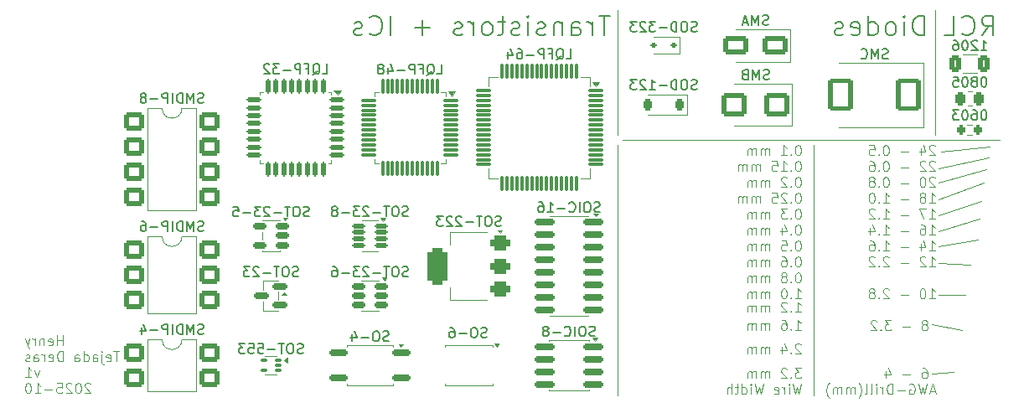
<source format=gbo>
G04 #@! TF.GenerationSoftware,KiCad,Pcbnew,9.0.3*
G04 #@! TF.CreationDate,2025-10-17T11:28:40-04:00*
G04 #@! TF.ProjectId,smt_training,736d745f-7472-4616-996e-696e672e6b69,1*
G04 #@! TF.SameCoordinates,Original*
G04 #@! TF.FileFunction,Legend,Bot*
G04 #@! TF.FilePolarity,Positive*
%FSLAX46Y46*%
G04 Gerber Fmt 4.6, Leading zero omitted, Abs format (unit mm)*
G04 Created by KiCad (PCBNEW 9.0.3) date 2025-10-17 11:28:40*
%MOMM*%
%LPD*%
G01*
G04 APERTURE LIST*
G04 Aperture macros list*
%AMRoundRect*
0 Rectangle with rounded corners*
0 $1 Rounding radius*
0 $2 $3 $4 $5 $6 $7 $8 $9 X,Y pos of 4 corners*
0 Add a 4 corners polygon primitive as box body*
4,1,4,$2,$3,$4,$5,$6,$7,$8,$9,$2,$3,0*
0 Add four circle primitives for the rounded corners*
1,1,$1+$1,$2,$3*
1,1,$1+$1,$4,$5*
1,1,$1+$1,$6,$7*
1,1,$1+$1,$8,$9*
0 Add four rect primitives between the rounded corners*
20,1,$1+$1,$2,$3,$4,$5,0*
20,1,$1+$1,$4,$5,$6,$7,0*
20,1,$1+$1,$6,$7,$8,$9,0*
20,1,$1+$1,$8,$9,$2,$3,0*%
G04 Aperture macros list end*
%ADD10C,0.100000*%
%ADD11C,0.200000*%
%ADD12C,0.150000*%
%ADD13C,0.120000*%
%ADD14RoundRect,0.249999X0.750001X0.640001X-0.750001X0.640001X-0.750001X-0.640001X0.750001X-0.640001X0*%
%ADD15RoundRect,0.150000X0.825000X0.150000X-0.825000X0.150000X-0.825000X-0.150000X0.825000X-0.150000X0*%
%ADD16R,1.600000X1.600000*%
%ADD17RoundRect,0.125000X0.125000X0.625000X-0.125000X0.625000X-0.125000X-0.625000X0.125000X-0.625000X0*%
%ADD18RoundRect,0.125000X0.625000X0.125000X-0.625000X0.125000X-0.625000X-0.125000X0.625000X-0.125000X0*%
%ADD19R,0.700000X0.700000*%
%ADD20R,3.000000X3.000000*%
%ADD21RoundRect,0.375000X0.625000X0.375000X-0.625000X0.375000X-0.625000X-0.375000X0.625000X-0.375000X0*%
%ADD22RoundRect,0.500000X0.500000X1.400000X-0.500000X1.400000X-0.500000X-1.400000X0.500000X-1.400000X0*%
%ADD23RoundRect,0.250000X1.000000X-1.400000X1.000000X1.400000X-1.000000X1.400000X-1.000000X-1.400000X0*%
%ADD24RoundRect,0.250000X0.312500X0.625000X-0.312500X0.625000X-0.312500X-0.625000X0.312500X-0.625000X0*%
%ADD25R,0.600000X0.600000*%
%ADD26R,2.400000X2.400000*%
%ADD27RoundRect,0.250000X0.262500X0.450000X-0.262500X0.450000X-0.262500X-0.450000X0.262500X-0.450000X0*%
%ADD28RoundRect,0.200000X0.200000X0.275000X-0.200000X0.275000X-0.200000X-0.275000X0.200000X-0.275000X0*%
%ADD29R,1.400000X1.400000*%
%ADD30RoundRect,0.075000X0.075000X0.700000X-0.075000X0.700000X-0.075000X-0.700000X0.075000X-0.700000X0*%
%ADD31RoundRect,0.075000X0.700000X0.075000X-0.700000X0.075000X-0.700000X-0.075000X0.700000X-0.075000X0*%
%ADD32RoundRect,0.125000X0.537500X0.125000X-0.537500X0.125000X-0.537500X-0.125000X0.537500X-0.125000X0*%
%ADD33RoundRect,0.150000X0.512500X0.150000X-0.512500X0.150000X-0.512500X-0.150000X0.512500X-0.150000X0*%
%ADD34RoundRect,0.150000X0.750000X0.150000X-0.750000X0.150000X-0.750000X-0.150000X0.750000X-0.150000X0*%
%ADD35R,0.900000X0.900000*%
%ADD36RoundRect,0.250000X1.000000X0.650000X-1.000000X0.650000X-1.000000X-0.650000X1.000000X-0.650000X0*%
%ADD37RoundRect,0.225000X0.225000X0.375000X-0.225000X0.375000X-0.225000X-0.375000X0.225000X-0.375000X0*%
%ADD38RoundRect,0.250000X1.000000X0.900000X-1.000000X0.900000X-1.000000X-0.900000X1.000000X-0.900000X0*%
%ADD39R,1.800000X1.800000*%
%ADD40RoundRect,0.087500X0.250000X0.087500X-0.250000X0.087500X-0.250000X-0.087500X0.250000X-0.087500X0*%
%ADD41RoundRect,0.112500X0.187500X0.112500X-0.187500X0.112500X-0.187500X-0.112500X0.187500X-0.112500X0*%
%ADD42R,1.200000X1.200000*%
%ADD43R,4.200000X4.200000*%
%ADD44RoundRect,0.075000X0.075000X0.662500X-0.075000X0.662500X-0.075000X-0.662500X0.075000X-0.662500X0*%
%ADD45RoundRect,0.075000X0.662500X0.075000X-0.662500X0.075000X-0.662500X-0.075000X0.662500X-0.075000X0*%
%ADD46R,3.400000X3.400000*%
%ADD47RoundRect,0.150000X0.587500X0.150000X-0.587500X0.150000X-0.587500X-0.150000X0.587500X-0.150000X0*%
%ADD48R,2.000000X0.640000*%
%ADD49C,1.100000*%
%ADD50O,3.200000X1.300000*%
G04 APERTURE END LIST*
D10*
X24238170Y-72095087D02*
X24238170Y-71095087D01*
X24238170Y-71571277D02*
X23666742Y-71571277D01*
X23666742Y-72095087D02*
X23666742Y-71095087D01*
X22809599Y-72047468D02*
X22904837Y-72095087D01*
X22904837Y-72095087D02*
X23095313Y-72095087D01*
X23095313Y-72095087D02*
X23190551Y-72047468D01*
X23190551Y-72047468D02*
X23238170Y-71952229D01*
X23238170Y-71952229D02*
X23238170Y-71571277D01*
X23238170Y-71571277D02*
X23190551Y-71476039D01*
X23190551Y-71476039D02*
X23095313Y-71428420D01*
X23095313Y-71428420D02*
X22904837Y-71428420D01*
X22904837Y-71428420D02*
X22809599Y-71476039D01*
X22809599Y-71476039D02*
X22761980Y-71571277D01*
X22761980Y-71571277D02*
X22761980Y-71666515D01*
X22761980Y-71666515D02*
X23238170Y-71761753D01*
X22333408Y-71428420D02*
X22333408Y-72095087D01*
X22333408Y-71523658D02*
X22285789Y-71476039D01*
X22285789Y-71476039D02*
X22190551Y-71428420D01*
X22190551Y-71428420D02*
X22047694Y-71428420D01*
X22047694Y-71428420D02*
X21952456Y-71476039D01*
X21952456Y-71476039D02*
X21904837Y-71571277D01*
X21904837Y-71571277D02*
X21904837Y-72095087D01*
X21428646Y-72095087D02*
X21428646Y-71428420D01*
X21428646Y-71618896D02*
X21381027Y-71523658D01*
X21381027Y-71523658D02*
X21333408Y-71476039D01*
X21333408Y-71476039D02*
X21238170Y-71428420D01*
X21238170Y-71428420D02*
X21142932Y-71428420D01*
X20904836Y-71428420D02*
X20666741Y-72095087D01*
X20428646Y-71428420D02*
X20666741Y-72095087D01*
X20666741Y-72095087D02*
X20761979Y-72333182D01*
X20761979Y-72333182D02*
X20809598Y-72380801D01*
X20809598Y-72380801D02*
X20904836Y-72428420D01*
X29952456Y-72705031D02*
X29381028Y-72705031D01*
X29666742Y-73705031D02*
X29666742Y-72705031D01*
X28666742Y-73657412D02*
X28761980Y-73705031D01*
X28761980Y-73705031D02*
X28952456Y-73705031D01*
X28952456Y-73705031D02*
X29047694Y-73657412D01*
X29047694Y-73657412D02*
X29095313Y-73562173D01*
X29095313Y-73562173D02*
X29095313Y-73181221D01*
X29095313Y-73181221D02*
X29047694Y-73085983D01*
X29047694Y-73085983D02*
X28952456Y-73038364D01*
X28952456Y-73038364D02*
X28761980Y-73038364D01*
X28761980Y-73038364D02*
X28666742Y-73085983D01*
X28666742Y-73085983D02*
X28619123Y-73181221D01*
X28619123Y-73181221D02*
X28619123Y-73276459D01*
X28619123Y-73276459D02*
X29095313Y-73371697D01*
X28190551Y-73038364D02*
X28190551Y-73895507D01*
X28190551Y-73895507D02*
X28238170Y-73990745D01*
X28238170Y-73990745D02*
X28333408Y-74038364D01*
X28333408Y-74038364D02*
X28381027Y-74038364D01*
X28190551Y-72705031D02*
X28238170Y-72752650D01*
X28238170Y-72752650D02*
X28190551Y-72800269D01*
X28190551Y-72800269D02*
X28142932Y-72752650D01*
X28142932Y-72752650D02*
X28190551Y-72705031D01*
X28190551Y-72705031D02*
X28190551Y-72800269D01*
X27285790Y-73705031D02*
X27285790Y-73181221D01*
X27285790Y-73181221D02*
X27333409Y-73085983D01*
X27333409Y-73085983D02*
X27428647Y-73038364D01*
X27428647Y-73038364D02*
X27619123Y-73038364D01*
X27619123Y-73038364D02*
X27714361Y-73085983D01*
X27285790Y-73657412D02*
X27381028Y-73705031D01*
X27381028Y-73705031D02*
X27619123Y-73705031D01*
X27619123Y-73705031D02*
X27714361Y-73657412D01*
X27714361Y-73657412D02*
X27761980Y-73562173D01*
X27761980Y-73562173D02*
X27761980Y-73466935D01*
X27761980Y-73466935D02*
X27714361Y-73371697D01*
X27714361Y-73371697D02*
X27619123Y-73324078D01*
X27619123Y-73324078D02*
X27381028Y-73324078D01*
X27381028Y-73324078D02*
X27285790Y-73276459D01*
X26381028Y-73705031D02*
X26381028Y-72705031D01*
X26381028Y-73657412D02*
X26476266Y-73705031D01*
X26476266Y-73705031D02*
X26666742Y-73705031D01*
X26666742Y-73705031D02*
X26761980Y-73657412D01*
X26761980Y-73657412D02*
X26809599Y-73609792D01*
X26809599Y-73609792D02*
X26857218Y-73514554D01*
X26857218Y-73514554D02*
X26857218Y-73228840D01*
X26857218Y-73228840D02*
X26809599Y-73133602D01*
X26809599Y-73133602D02*
X26761980Y-73085983D01*
X26761980Y-73085983D02*
X26666742Y-73038364D01*
X26666742Y-73038364D02*
X26476266Y-73038364D01*
X26476266Y-73038364D02*
X26381028Y-73085983D01*
X25476266Y-73705031D02*
X25476266Y-73181221D01*
X25476266Y-73181221D02*
X25523885Y-73085983D01*
X25523885Y-73085983D02*
X25619123Y-73038364D01*
X25619123Y-73038364D02*
X25809599Y-73038364D01*
X25809599Y-73038364D02*
X25904837Y-73085983D01*
X25476266Y-73657412D02*
X25571504Y-73705031D01*
X25571504Y-73705031D02*
X25809599Y-73705031D01*
X25809599Y-73705031D02*
X25904837Y-73657412D01*
X25904837Y-73657412D02*
X25952456Y-73562173D01*
X25952456Y-73562173D02*
X25952456Y-73466935D01*
X25952456Y-73466935D02*
X25904837Y-73371697D01*
X25904837Y-73371697D02*
X25809599Y-73324078D01*
X25809599Y-73324078D02*
X25571504Y-73324078D01*
X25571504Y-73324078D02*
X25476266Y-73276459D01*
X24238170Y-73705031D02*
X24238170Y-72705031D01*
X24238170Y-72705031D02*
X24000075Y-72705031D01*
X24000075Y-72705031D02*
X23857218Y-72752650D01*
X23857218Y-72752650D02*
X23761980Y-72847888D01*
X23761980Y-72847888D02*
X23714361Y-72943126D01*
X23714361Y-72943126D02*
X23666742Y-73133602D01*
X23666742Y-73133602D02*
X23666742Y-73276459D01*
X23666742Y-73276459D02*
X23714361Y-73466935D01*
X23714361Y-73466935D02*
X23761980Y-73562173D01*
X23761980Y-73562173D02*
X23857218Y-73657412D01*
X23857218Y-73657412D02*
X24000075Y-73705031D01*
X24000075Y-73705031D02*
X24238170Y-73705031D01*
X22857218Y-73657412D02*
X22952456Y-73705031D01*
X22952456Y-73705031D02*
X23142932Y-73705031D01*
X23142932Y-73705031D02*
X23238170Y-73657412D01*
X23238170Y-73657412D02*
X23285789Y-73562173D01*
X23285789Y-73562173D02*
X23285789Y-73181221D01*
X23285789Y-73181221D02*
X23238170Y-73085983D01*
X23238170Y-73085983D02*
X23142932Y-73038364D01*
X23142932Y-73038364D02*
X22952456Y-73038364D01*
X22952456Y-73038364D02*
X22857218Y-73085983D01*
X22857218Y-73085983D02*
X22809599Y-73181221D01*
X22809599Y-73181221D02*
X22809599Y-73276459D01*
X22809599Y-73276459D02*
X23285789Y-73371697D01*
X22381027Y-73705031D02*
X22381027Y-73038364D01*
X22381027Y-73228840D02*
X22333408Y-73133602D01*
X22333408Y-73133602D02*
X22285789Y-73085983D01*
X22285789Y-73085983D02*
X22190551Y-73038364D01*
X22190551Y-73038364D02*
X22095313Y-73038364D01*
X21333408Y-73705031D02*
X21333408Y-73181221D01*
X21333408Y-73181221D02*
X21381027Y-73085983D01*
X21381027Y-73085983D02*
X21476265Y-73038364D01*
X21476265Y-73038364D02*
X21666741Y-73038364D01*
X21666741Y-73038364D02*
X21761979Y-73085983D01*
X21333408Y-73657412D02*
X21428646Y-73705031D01*
X21428646Y-73705031D02*
X21666741Y-73705031D01*
X21666741Y-73705031D02*
X21761979Y-73657412D01*
X21761979Y-73657412D02*
X21809598Y-73562173D01*
X21809598Y-73562173D02*
X21809598Y-73466935D01*
X21809598Y-73466935D02*
X21761979Y-73371697D01*
X21761979Y-73371697D02*
X21666741Y-73324078D01*
X21666741Y-73324078D02*
X21428646Y-73324078D01*
X21428646Y-73324078D02*
X21333408Y-73276459D01*
X20904836Y-73657412D02*
X20809598Y-73705031D01*
X20809598Y-73705031D02*
X20619122Y-73705031D01*
X20619122Y-73705031D02*
X20523884Y-73657412D01*
X20523884Y-73657412D02*
X20476265Y-73562173D01*
X20476265Y-73562173D02*
X20476265Y-73514554D01*
X20476265Y-73514554D02*
X20523884Y-73419316D01*
X20523884Y-73419316D02*
X20619122Y-73371697D01*
X20619122Y-73371697D02*
X20761979Y-73371697D01*
X20761979Y-73371697D02*
X20857217Y-73324078D01*
X20857217Y-73324078D02*
X20904836Y-73228840D01*
X20904836Y-73228840D02*
X20904836Y-73181221D01*
X20904836Y-73181221D02*
X20857217Y-73085983D01*
X20857217Y-73085983D02*
X20761979Y-73038364D01*
X20761979Y-73038364D02*
X20619122Y-73038364D01*
X20619122Y-73038364D02*
X20523884Y-73085983D01*
X21857217Y-74648308D02*
X21619122Y-75314975D01*
X21619122Y-75314975D02*
X21381027Y-74648308D01*
X20476265Y-75314975D02*
X21047693Y-75314975D01*
X20761979Y-75314975D02*
X20761979Y-74314975D01*
X20761979Y-74314975D02*
X20857217Y-74457832D01*
X20857217Y-74457832D02*
X20952455Y-74553070D01*
X20952455Y-74553070D02*
X21047693Y-74600689D01*
X27047693Y-76020157D02*
X27000074Y-75972538D01*
X27000074Y-75972538D02*
X26904836Y-75924919D01*
X26904836Y-75924919D02*
X26666741Y-75924919D01*
X26666741Y-75924919D02*
X26571503Y-75972538D01*
X26571503Y-75972538D02*
X26523884Y-76020157D01*
X26523884Y-76020157D02*
X26476265Y-76115395D01*
X26476265Y-76115395D02*
X26476265Y-76210633D01*
X26476265Y-76210633D02*
X26523884Y-76353490D01*
X26523884Y-76353490D02*
X27095312Y-76924919D01*
X27095312Y-76924919D02*
X26476265Y-76924919D01*
X25857217Y-75924919D02*
X25761979Y-75924919D01*
X25761979Y-75924919D02*
X25666741Y-75972538D01*
X25666741Y-75972538D02*
X25619122Y-76020157D01*
X25619122Y-76020157D02*
X25571503Y-76115395D01*
X25571503Y-76115395D02*
X25523884Y-76305871D01*
X25523884Y-76305871D02*
X25523884Y-76543966D01*
X25523884Y-76543966D02*
X25571503Y-76734442D01*
X25571503Y-76734442D02*
X25619122Y-76829680D01*
X25619122Y-76829680D02*
X25666741Y-76877300D01*
X25666741Y-76877300D02*
X25761979Y-76924919D01*
X25761979Y-76924919D02*
X25857217Y-76924919D01*
X25857217Y-76924919D02*
X25952455Y-76877300D01*
X25952455Y-76877300D02*
X26000074Y-76829680D01*
X26000074Y-76829680D02*
X26047693Y-76734442D01*
X26047693Y-76734442D02*
X26095312Y-76543966D01*
X26095312Y-76543966D02*
X26095312Y-76305871D01*
X26095312Y-76305871D02*
X26047693Y-76115395D01*
X26047693Y-76115395D02*
X26000074Y-76020157D01*
X26000074Y-76020157D02*
X25952455Y-75972538D01*
X25952455Y-75972538D02*
X25857217Y-75924919D01*
X25142931Y-76020157D02*
X25095312Y-75972538D01*
X25095312Y-75972538D02*
X25000074Y-75924919D01*
X25000074Y-75924919D02*
X24761979Y-75924919D01*
X24761979Y-75924919D02*
X24666741Y-75972538D01*
X24666741Y-75972538D02*
X24619122Y-76020157D01*
X24619122Y-76020157D02*
X24571503Y-76115395D01*
X24571503Y-76115395D02*
X24571503Y-76210633D01*
X24571503Y-76210633D02*
X24619122Y-76353490D01*
X24619122Y-76353490D02*
X25190550Y-76924919D01*
X25190550Y-76924919D02*
X24571503Y-76924919D01*
X23666741Y-75924919D02*
X24142931Y-75924919D01*
X24142931Y-75924919D02*
X24190550Y-76401109D01*
X24190550Y-76401109D02*
X24142931Y-76353490D01*
X24142931Y-76353490D02*
X24047693Y-76305871D01*
X24047693Y-76305871D02*
X23809598Y-76305871D01*
X23809598Y-76305871D02*
X23714360Y-76353490D01*
X23714360Y-76353490D02*
X23666741Y-76401109D01*
X23666741Y-76401109D02*
X23619122Y-76496347D01*
X23619122Y-76496347D02*
X23619122Y-76734442D01*
X23619122Y-76734442D02*
X23666741Y-76829680D01*
X23666741Y-76829680D02*
X23714360Y-76877300D01*
X23714360Y-76877300D02*
X23809598Y-76924919D01*
X23809598Y-76924919D02*
X24047693Y-76924919D01*
X24047693Y-76924919D02*
X24142931Y-76877300D01*
X24142931Y-76877300D02*
X24190550Y-76829680D01*
X23190550Y-76543966D02*
X22428646Y-76543966D01*
X21428646Y-76924919D02*
X22000074Y-76924919D01*
X21714360Y-76924919D02*
X21714360Y-75924919D01*
X21714360Y-75924919D02*
X21809598Y-76067776D01*
X21809598Y-76067776D02*
X21904836Y-76163014D01*
X21904836Y-76163014D02*
X22000074Y-76210633D01*
X20809598Y-75924919D02*
X20714360Y-75924919D01*
X20714360Y-75924919D02*
X20619122Y-75972538D01*
X20619122Y-75972538D02*
X20571503Y-76020157D01*
X20571503Y-76020157D02*
X20523884Y-76115395D01*
X20523884Y-76115395D02*
X20476265Y-76305871D01*
X20476265Y-76305871D02*
X20476265Y-76543966D01*
X20476265Y-76543966D02*
X20523884Y-76734442D01*
X20523884Y-76734442D02*
X20571503Y-76829680D01*
X20571503Y-76829680D02*
X20619122Y-76877300D01*
X20619122Y-76877300D02*
X20714360Y-76924919D01*
X20714360Y-76924919D02*
X20809598Y-76924919D01*
X20809598Y-76924919D02*
X20904836Y-76877300D01*
X20904836Y-76877300D02*
X20952455Y-76829680D01*
X20952455Y-76829680D02*
X21000074Y-76734442D01*
X21000074Y-76734442D02*
X21047693Y-76543966D01*
X21047693Y-76543966D02*
X21047693Y-76305871D01*
X21047693Y-76305871D02*
X21000074Y-76115395D01*
X21000074Y-76115395D02*
X20952455Y-76020157D01*
X20952455Y-76020157D02*
X20904836Y-75972538D01*
X20904836Y-75972538D02*
X20809598Y-75924919D01*
X98871353Y-74415475D02*
X98252306Y-74415475D01*
X98252306Y-74415475D02*
X98585639Y-74796427D01*
X98585639Y-74796427D02*
X98442782Y-74796427D01*
X98442782Y-74796427D02*
X98347544Y-74844046D01*
X98347544Y-74844046D02*
X98299925Y-74891665D01*
X98299925Y-74891665D02*
X98252306Y-74986903D01*
X98252306Y-74986903D02*
X98252306Y-75224998D01*
X98252306Y-75224998D02*
X98299925Y-75320236D01*
X98299925Y-75320236D02*
X98347544Y-75367856D01*
X98347544Y-75367856D02*
X98442782Y-75415475D01*
X98442782Y-75415475D02*
X98728496Y-75415475D01*
X98728496Y-75415475D02*
X98823734Y-75367856D01*
X98823734Y-75367856D02*
X98871353Y-75320236D01*
X97823734Y-75320236D02*
X97776115Y-75367856D01*
X97776115Y-75367856D02*
X97823734Y-75415475D01*
X97823734Y-75415475D02*
X97871353Y-75367856D01*
X97871353Y-75367856D02*
X97823734Y-75320236D01*
X97823734Y-75320236D02*
X97823734Y-75415475D01*
X97395163Y-74510713D02*
X97347544Y-74463094D01*
X97347544Y-74463094D02*
X97252306Y-74415475D01*
X97252306Y-74415475D02*
X97014211Y-74415475D01*
X97014211Y-74415475D02*
X96918973Y-74463094D01*
X96918973Y-74463094D02*
X96871354Y-74510713D01*
X96871354Y-74510713D02*
X96823735Y-74605951D01*
X96823735Y-74605951D02*
X96823735Y-74701189D01*
X96823735Y-74701189D02*
X96871354Y-74844046D01*
X96871354Y-74844046D02*
X97442782Y-75415475D01*
X97442782Y-75415475D02*
X96823735Y-75415475D01*
X95633258Y-75415475D02*
X95633258Y-74748808D01*
X95633258Y-74844046D02*
X95585639Y-74796427D01*
X95585639Y-74796427D02*
X95490401Y-74748808D01*
X95490401Y-74748808D02*
X95347544Y-74748808D01*
X95347544Y-74748808D02*
X95252306Y-74796427D01*
X95252306Y-74796427D02*
X95204687Y-74891665D01*
X95204687Y-74891665D02*
X95204687Y-75415475D01*
X95204687Y-74891665D02*
X95157068Y-74796427D01*
X95157068Y-74796427D02*
X95061830Y-74748808D01*
X95061830Y-74748808D02*
X94918973Y-74748808D01*
X94918973Y-74748808D02*
X94823734Y-74796427D01*
X94823734Y-74796427D02*
X94776115Y-74891665D01*
X94776115Y-74891665D02*
X94776115Y-75415475D01*
X94299925Y-75415475D02*
X94299925Y-74748808D01*
X94299925Y-74844046D02*
X94252306Y-74796427D01*
X94252306Y-74796427D02*
X94157068Y-74748808D01*
X94157068Y-74748808D02*
X94014211Y-74748808D01*
X94014211Y-74748808D02*
X93918973Y-74796427D01*
X93918973Y-74796427D02*
X93871354Y-74891665D01*
X93871354Y-74891665D02*
X93871354Y-75415475D01*
X93871354Y-74891665D02*
X93823735Y-74796427D01*
X93823735Y-74796427D02*
X93728497Y-74748808D01*
X93728497Y-74748808D02*
X93585640Y-74748808D01*
X93585640Y-74748808D02*
X93490401Y-74796427D01*
X93490401Y-74796427D02*
X93442782Y-74891665D01*
X93442782Y-74891665D02*
X93442782Y-75415475D01*
X98871353Y-76025419D02*
X98633258Y-77025419D01*
X98633258Y-77025419D02*
X98442782Y-76311133D01*
X98442782Y-76311133D02*
X98252306Y-77025419D01*
X98252306Y-77025419D02*
X98014211Y-76025419D01*
X97633258Y-77025419D02*
X97633258Y-76358752D01*
X97633258Y-76025419D02*
X97680877Y-76073038D01*
X97680877Y-76073038D02*
X97633258Y-76120657D01*
X97633258Y-76120657D02*
X97585639Y-76073038D01*
X97585639Y-76073038D02*
X97633258Y-76025419D01*
X97633258Y-76025419D02*
X97633258Y-76120657D01*
X97157068Y-77025419D02*
X97157068Y-76358752D01*
X97157068Y-76549228D02*
X97109449Y-76453990D01*
X97109449Y-76453990D02*
X97061830Y-76406371D01*
X97061830Y-76406371D02*
X96966592Y-76358752D01*
X96966592Y-76358752D02*
X96871354Y-76358752D01*
X96157068Y-76977800D02*
X96252306Y-77025419D01*
X96252306Y-77025419D02*
X96442782Y-77025419D01*
X96442782Y-77025419D02*
X96538020Y-76977800D01*
X96538020Y-76977800D02*
X96585639Y-76882561D01*
X96585639Y-76882561D02*
X96585639Y-76501609D01*
X96585639Y-76501609D02*
X96538020Y-76406371D01*
X96538020Y-76406371D02*
X96442782Y-76358752D01*
X96442782Y-76358752D02*
X96252306Y-76358752D01*
X96252306Y-76358752D02*
X96157068Y-76406371D01*
X96157068Y-76406371D02*
X96109449Y-76501609D01*
X96109449Y-76501609D02*
X96109449Y-76596847D01*
X96109449Y-76596847D02*
X96585639Y-76692085D01*
X95014210Y-76025419D02*
X94776115Y-77025419D01*
X94776115Y-77025419D02*
X94585639Y-76311133D01*
X94585639Y-76311133D02*
X94395163Y-77025419D01*
X94395163Y-77025419D02*
X94157068Y-76025419D01*
X93776115Y-77025419D02*
X93776115Y-76358752D01*
X93776115Y-76025419D02*
X93823734Y-76073038D01*
X93823734Y-76073038D02*
X93776115Y-76120657D01*
X93776115Y-76120657D02*
X93728496Y-76073038D01*
X93728496Y-76073038D02*
X93776115Y-76025419D01*
X93776115Y-76025419D02*
X93776115Y-76120657D01*
X92871354Y-77025419D02*
X92871354Y-76025419D01*
X92871354Y-76977800D02*
X92966592Y-77025419D01*
X92966592Y-77025419D02*
X93157068Y-77025419D01*
X93157068Y-77025419D02*
X93252306Y-76977800D01*
X93252306Y-76977800D02*
X93299925Y-76930180D01*
X93299925Y-76930180D02*
X93347544Y-76834942D01*
X93347544Y-76834942D02*
X93347544Y-76549228D01*
X93347544Y-76549228D02*
X93299925Y-76453990D01*
X93299925Y-76453990D02*
X93252306Y-76406371D01*
X93252306Y-76406371D02*
X93157068Y-76358752D01*
X93157068Y-76358752D02*
X92966592Y-76358752D01*
X92966592Y-76358752D02*
X92871354Y-76406371D01*
X92538020Y-76358752D02*
X92157068Y-76358752D01*
X92395163Y-76025419D02*
X92395163Y-76882561D01*
X92395163Y-76882561D02*
X92347544Y-76977800D01*
X92347544Y-76977800D02*
X92252306Y-77025419D01*
X92252306Y-77025419D02*
X92157068Y-77025419D01*
X91823734Y-77025419D02*
X91823734Y-76025419D01*
X91395163Y-77025419D02*
X91395163Y-76501609D01*
X91395163Y-76501609D02*
X91442782Y-76406371D01*
X91442782Y-76406371D02*
X91538020Y-76358752D01*
X91538020Y-76358752D02*
X91680877Y-76358752D01*
X91680877Y-76358752D02*
X91776115Y-76406371D01*
X91776115Y-76406371D02*
X91823734Y-76453990D01*
X112390000Y-38193000D02*
X112390000Y-50843000D01*
X98252306Y-68740419D02*
X98823734Y-68740419D01*
X98538020Y-68740419D02*
X98538020Y-67740419D01*
X98538020Y-67740419D02*
X98633258Y-67883276D01*
X98633258Y-67883276D02*
X98728496Y-67978514D01*
X98728496Y-67978514D02*
X98823734Y-68026133D01*
X97823734Y-68645180D02*
X97776115Y-68692800D01*
X97776115Y-68692800D02*
X97823734Y-68740419D01*
X97823734Y-68740419D02*
X97871353Y-68692800D01*
X97871353Y-68692800D02*
X97823734Y-68645180D01*
X97823734Y-68645180D02*
X97823734Y-68740419D01*
X97395163Y-67835657D02*
X97347544Y-67788038D01*
X97347544Y-67788038D02*
X97252306Y-67740419D01*
X97252306Y-67740419D02*
X97014211Y-67740419D01*
X97014211Y-67740419D02*
X96918973Y-67788038D01*
X96918973Y-67788038D02*
X96871354Y-67835657D01*
X96871354Y-67835657D02*
X96823735Y-67930895D01*
X96823735Y-67930895D02*
X96823735Y-68026133D01*
X96823735Y-68026133D02*
X96871354Y-68168990D01*
X96871354Y-68168990D02*
X97442782Y-68740419D01*
X97442782Y-68740419D02*
X96823735Y-68740419D01*
X95633258Y-68740419D02*
X95633258Y-68073752D01*
X95633258Y-68168990D02*
X95585639Y-68121371D01*
X95585639Y-68121371D02*
X95490401Y-68073752D01*
X95490401Y-68073752D02*
X95347544Y-68073752D01*
X95347544Y-68073752D02*
X95252306Y-68121371D01*
X95252306Y-68121371D02*
X95204687Y-68216609D01*
X95204687Y-68216609D02*
X95204687Y-68740419D01*
X95204687Y-68216609D02*
X95157068Y-68121371D01*
X95157068Y-68121371D02*
X95061830Y-68073752D01*
X95061830Y-68073752D02*
X94918973Y-68073752D01*
X94918973Y-68073752D02*
X94823734Y-68121371D01*
X94823734Y-68121371D02*
X94776115Y-68216609D01*
X94776115Y-68216609D02*
X94776115Y-68740419D01*
X94299925Y-68740419D02*
X94299925Y-68073752D01*
X94299925Y-68168990D02*
X94252306Y-68121371D01*
X94252306Y-68121371D02*
X94157068Y-68073752D01*
X94157068Y-68073752D02*
X94014211Y-68073752D01*
X94014211Y-68073752D02*
X93918973Y-68121371D01*
X93918973Y-68121371D02*
X93871354Y-68216609D01*
X93871354Y-68216609D02*
X93871354Y-68740419D01*
X93871354Y-68216609D02*
X93823735Y-68121371D01*
X93823735Y-68121371D02*
X93728497Y-68073752D01*
X93728497Y-68073752D02*
X93585640Y-68073752D01*
X93585640Y-68073752D02*
X93490401Y-68121371D01*
X93490401Y-68121371D02*
X93442782Y-68216609D01*
X93442782Y-68216609D02*
X93442782Y-68740419D01*
X98585639Y-51875419D02*
X98490401Y-51875419D01*
X98490401Y-51875419D02*
X98395163Y-51923038D01*
X98395163Y-51923038D02*
X98347544Y-51970657D01*
X98347544Y-51970657D02*
X98299925Y-52065895D01*
X98299925Y-52065895D02*
X98252306Y-52256371D01*
X98252306Y-52256371D02*
X98252306Y-52494466D01*
X98252306Y-52494466D02*
X98299925Y-52684942D01*
X98299925Y-52684942D02*
X98347544Y-52780180D01*
X98347544Y-52780180D02*
X98395163Y-52827800D01*
X98395163Y-52827800D02*
X98490401Y-52875419D01*
X98490401Y-52875419D02*
X98585639Y-52875419D01*
X98585639Y-52875419D02*
X98680877Y-52827800D01*
X98680877Y-52827800D02*
X98728496Y-52780180D01*
X98728496Y-52780180D02*
X98776115Y-52684942D01*
X98776115Y-52684942D02*
X98823734Y-52494466D01*
X98823734Y-52494466D02*
X98823734Y-52256371D01*
X98823734Y-52256371D02*
X98776115Y-52065895D01*
X98776115Y-52065895D02*
X98728496Y-51970657D01*
X98728496Y-51970657D02*
X98680877Y-51923038D01*
X98680877Y-51923038D02*
X98585639Y-51875419D01*
X97823734Y-52780180D02*
X97776115Y-52827800D01*
X97776115Y-52827800D02*
X97823734Y-52875419D01*
X97823734Y-52875419D02*
X97871353Y-52827800D01*
X97871353Y-52827800D02*
X97823734Y-52780180D01*
X97823734Y-52780180D02*
X97823734Y-52875419D01*
X96823735Y-52875419D02*
X97395163Y-52875419D01*
X97109449Y-52875419D02*
X97109449Y-51875419D01*
X97109449Y-51875419D02*
X97204687Y-52018276D01*
X97204687Y-52018276D02*
X97299925Y-52113514D01*
X97299925Y-52113514D02*
X97395163Y-52161133D01*
X95633258Y-52875419D02*
X95633258Y-52208752D01*
X95633258Y-52303990D02*
X95585639Y-52256371D01*
X95585639Y-52256371D02*
X95490401Y-52208752D01*
X95490401Y-52208752D02*
X95347544Y-52208752D01*
X95347544Y-52208752D02*
X95252306Y-52256371D01*
X95252306Y-52256371D02*
X95204687Y-52351609D01*
X95204687Y-52351609D02*
X95204687Y-52875419D01*
X95204687Y-52351609D02*
X95157068Y-52256371D01*
X95157068Y-52256371D02*
X95061830Y-52208752D01*
X95061830Y-52208752D02*
X94918973Y-52208752D01*
X94918973Y-52208752D02*
X94823734Y-52256371D01*
X94823734Y-52256371D02*
X94776115Y-52351609D01*
X94776115Y-52351609D02*
X94776115Y-52875419D01*
X94299925Y-52875419D02*
X94299925Y-52208752D01*
X94299925Y-52303990D02*
X94252306Y-52256371D01*
X94252306Y-52256371D02*
X94157068Y-52208752D01*
X94157068Y-52208752D02*
X94014211Y-52208752D01*
X94014211Y-52208752D02*
X93918973Y-52256371D01*
X93918973Y-52256371D02*
X93871354Y-52351609D01*
X93871354Y-52351609D02*
X93871354Y-52875419D01*
X93871354Y-52351609D02*
X93823735Y-52256371D01*
X93823735Y-52256371D02*
X93728497Y-52208752D01*
X93728497Y-52208752D02*
X93585640Y-52208752D01*
X93585640Y-52208752D02*
X93490401Y-52256371D01*
X93490401Y-52256371D02*
X93442782Y-52351609D01*
X93442782Y-52351609D02*
X93442782Y-52875419D01*
X98585639Y-53485363D02*
X98490401Y-53485363D01*
X98490401Y-53485363D02*
X98395163Y-53532982D01*
X98395163Y-53532982D02*
X98347544Y-53580601D01*
X98347544Y-53580601D02*
X98299925Y-53675839D01*
X98299925Y-53675839D02*
X98252306Y-53866315D01*
X98252306Y-53866315D02*
X98252306Y-54104410D01*
X98252306Y-54104410D02*
X98299925Y-54294886D01*
X98299925Y-54294886D02*
X98347544Y-54390124D01*
X98347544Y-54390124D02*
X98395163Y-54437744D01*
X98395163Y-54437744D02*
X98490401Y-54485363D01*
X98490401Y-54485363D02*
X98585639Y-54485363D01*
X98585639Y-54485363D02*
X98680877Y-54437744D01*
X98680877Y-54437744D02*
X98728496Y-54390124D01*
X98728496Y-54390124D02*
X98776115Y-54294886D01*
X98776115Y-54294886D02*
X98823734Y-54104410D01*
X98823734Y-54104410D02*
X98823734Y-53866315D01*
X98823734Y-53866315D02*
X98776115Y-53675839D01*
X98776115Y-53675839D02*
X98728496Y-53580601D01*
X98728496Y-53580601D02*
X98680877Y-53532982D01*
X98680877Y-53532982D02*
X98585639Y-53485363D01*
X97823734Y-54390124D02*
X97776115Y-54437744D01*
X97776115Y-54437744D02*
X97823734Y-54485363D01*
X97823734Y-54485363D02*
X97871353Y-54437744D01*
X97871353Y-54437744D02*
X97823734Y-54390124D01*
X97823734Y-54390124D02*
X97823734Y-54485363D01*
X96823735Y-54485363D02*
X97395163Y-54485363D01*
X97109449Y-54485363D02*
X97109449Y-53485363D01*
X97109449Y-53485363D02*
X97204687Y-53628220D01*
X97204687Y-53628220D02*
X97299925Y-53723458D01*
X97299925Y-53723458D02*
X97395163Y-53771077D01*
X95918973Y-53485363D02*
X96395163Y-53485363D01*
X96395163Y-53485363D02*
X96442782Y-53961553D01*
X96442782Y-53961553D02*
X96395163Y-53913934D01*
X96395163Y-53913934D02*
X96299925Y-53866315D01*
X96299925Y-53866315D02*
X96061830Y-53866315D01*
X96061830Y-53866315D02*
X95966592Y-53913934D01*
X95966592Y-53913934D02*
X95918973Y-53961553D01*
X95918973Y-53961553D02*
X95871354Y-54056791D01*
X95871354Y-54056791D02*
X95871354Y-54294886D01*
X95871354Y-54294886D02*
X95918973Y-54390124D01*
X95918973Y-54390124D02*
X95966592Y-54437744D01*
X95966592Y-54437744D02*
X96061830Y-54485363D01*
X96061830Y-54485363D02*
X96299925Y-54485363D01*
X96299925Y-54485363D02*
X96395163Y-54437744D01*
X96395163Y-54437744D02*
X96442782Y-54390124D01*
X94680877Y-54485363D02*
X94680877Y-53818696D01*
X94680877Y-53913934D02*
X94633258Y-53866315D01*
X94633258Y-53866315D02*
X94538020Y-53818696D01*
X94538020Y-53818696D02*
X94395163Y-53818696D01*
X94395163Y-53818696D02*
X94299925Y-53866315D01*
X94299925Y-53866315D02*
X94252306Y-53961553D01*
X94252306Y-53961553D02*
X94252306Y-54485363D01*
X94252306Y-53961553D02*
X94204687Y-53866315D01*
X94204687Y-53866315D02*
X94109449Y-53818696D01*
X94109449Y-53818696D02*
X93966592Y-53818696D01*
X93966592Y-53818696D02*
X93871353Y-53866315D01*
X93871353Y-53866315D02*
X93823734Y-53961553D01*
X93823734Y-53961553D02*
X93823734Y-54485363D01*
X93347544Y-54485363D02*
X93347544Y-53818696D01*
X93347544Y-53913934D02*
X93299925Y-53866315D01*
X93299925Y-53866315D02*
X93204687Y-53818696D01*
X93204687Y-53818696D02*
X93061830Y-53818696D01*
X93061830Y-53818696D02*
X92966592Y-53866315D01*
X92966592Y-53866315D02*
X92918973Y-53961553D01*
X92918973Y-53961553D02*
X92918973Y-54485363D01*
X92918973Y-53961553D02*
X92871354Y-53866315D01*
X92871354Y-53866315D02*
X92776116Y-53818696D01*
X92776116Y-53818696D02*
X92633259Y-53818696D01*
X92633259Y-53818696D02*
X92538020Y-53866315D01*
X92538020Y-53866315D02*
X92490401Y-53961553D01*
X92490401Y-53961553D02*
X92490401Y-54485363D01*
X98585639Y-55095307D02*
X98490401Y-55095307D01*
X98490401Y-55095307D02*
X98395163Y-55142926D01*
X98395163Y-55142926D02*
X98347544Y-55190545D01*
X98347544Y-55190545D02*
X98299925Y-55285783D01*
X98299925Y-55285783D02*
X98252306Y-55476259D01*
X98252306Y-55476259D02*
X98252306Y-55714354D01*
X98252306Y-55714354D02*
X98299925Y-55904830D01*
X98299925Y-55904830D02*
X98347544Y-56000068D01*
X98347544Y-56000068D02*
X98395163Y-56047688D01*
X98395163Y-56047688D02*
X98490401Y-56095307D01*
X98490401Y-56095307D02*
X98585639Y-56095307D01*
X98585639Y-56095307D02*
X98680877Y-56047688D01*
X98680877Y-56047688D02*
X98728496Y-56000068D01*
X98728496Y-56000068D02*
X98776115Y-55904830D01*
X98776115Y-55904830D02*
X98823734Y-55714354D01*
X98823734Y-55714354D02*
X98823734Y-55476259D01*
X98823734Y-55476259D02*
X98776115Y-55285783D01*
X98776115Y-55285783D02*
X98728496Y-55190545D01*
X98728496Y-55190545D02*
X98680877Y-55142926D01*
X98680877Y-55142926D02*
X98585639Y-55095307D01*
X97823734Y-56000068D02*
X97776115Y-56047688D01*
X97776115Y-56047688D02*
X97823734Y-56095307D01*
X97823734Y-56095307D02*
X97871353Y-56047688D01*
X97871353Y-56047688D02*
X97823734Y-56000068D01*
X97823734Y-56000068D02*
X97823734Y-56095307D01*
X97395163Y-55190545D02*
X97347544Y-55142926D01*
X97347544Y-55142926D02*
X97252306Y-55095307D01*
X97252306Y-55095307D02*
X97014211Y-55095307D01*
X97014211Y-55095307D02*
X96918973Y-55142926D01*
X96918973Y-55142926D02*
X96871354Y-55190545D01*
X96871354Y-55190545D02*
X96823735Y-55285783D01*
X96823735Y-55285783D02*
X96823735Y-55381021D01*
X96823735Y-55381021D02*
X96871354Y-55523878D01*
X96871354Y-55523878D02*
X97442782Y-56095307D01*
X97442782Y-56095307D02*
X96823735Y-56095307D01*
X95633258Y-56095307D02*
X95633258Y-55428640D01*
X95633258Y-55523878D02*
X95585639Y-55476259D01*
X95585639Y-55476259D02*
X95490401Y-55428640D01*
X95490401Y-55428640D02*
X95347544Y-55428640D01*
X95347544Y-55428640D02*
X95252306Y-55476259D01*
X95252306Y-55476259D02*
X95204687Y-55571497D01*
X95204687Y-55571497D02*
X95204687Y-56095307D01*
X95204687Y-55571497D02*
X95157068Y-55476259D01*
X95157068Y-55476259D02*
X95061830Y-55428640D01*
X95061830Y-55428640D02*
X94918973Y-55428640D01*
X94918973Y-55428640D02*
X94823734Y-55476259D01*
X94823734Y-55476259D02*
X94776115Y-55571497D01*
X94776115Y-55571497D02*
X94776115Y-56095307D01*
X94299925Y-56095307D02*
X94299925Y-55428640D01*
X94299925Y-55523878D02*
X94252306Y-55476259D01*
X94252306Y-55476259D02*
X94157068Y-55428640D01*
X94157068Y-55428640D02*
X94014211Y-55428640D01*
X94014211Y-55428640D02*
X93918973Y-55476259D01*
X93918973Y-55476259D02*
X93871354Y-55571497D01*
X93871354Y-55571497D02*
X93871354Y-56095307D01*
X93871354Y-55571497D02*
X93823735Y-55476259D01*
X93823735Y-55476259D02*
X93728497Y-55428640D01*
X93728497Y-55428640D02*
X93585640Y-55428640D01*
X93585640Y-55428640D02*
X93490401Y-55476259D01*
X93490401Y-55476259D02*
X93442782Y-55571497D01*
X93442782Y-55571497D02*
X93442782Y-56095307D01*
X98585639Y-56705251D02*
X98490401Y-56705251D01*
X98490401Y-56705251D02*
X98395163Y-56752870D01*
X98395163Y-56752870D02*
X98347544Y-56800489D01*
X98347544Y-56800489D02*
X98299925Y-56895727D01*
X98299925Y-56895727D02*
X98252306Y-57086203D01*
X98252306Y-57086203D02*
X98252306Y-57324298D01*
X98252306Y-57324298D02*
X98299925Y-57514774D01*
X98299925Y-57514774D02*
X98347544Y-57610012D01*
X98347544Y-57610012D02*
X98395163Y-57657632D01*
X98395163Y-57657632D02*
X98490401Y-57705251D01*
X98490401Y-57705251D02*
X98585639Y-57705251D01*
X98585639Y-57705251D02*
X98680877Y-57657632D01*
X98680877Y-57657632D02*
X98728496Y-57610012D01*
X98728496Y-57610012D02*
X98776115Y-57514774D01*
X98776115Y-57514774D02*
X98823734Y-57324298D01*
X98823734Y-57324298D02*
X98823734Y-57086203D01*
X98823734Y-57086203D02*
X98776115Y-56895727D01*
X98776115Y-56895727D02*
X98728496Y-56800489D01*
X98728496Y-56800489D02*
X98680877Y-56752870D01*
X98680877Y-56752870D02*
X98585639Y-56705251D01*
X97823734Y-57610012D02*
X97776115Y-57657632D01*
X97776115Y-57657632D02*
X97823734Y-57705251D01*
X97823734Y-57705251D02*
X97871353Y-57657632D01*
X97871353Y-57657632D02*
X97823734Y-57610012D01*
X97823734Y-57610012D02*
X97823734Y-57705251D01*
X97395163Y-56800489D02*
X97347544Y-56752870D01*
X97347544Y-56752870D02*
X97252306Y-56705251D01*
X97252306Y-56705251D02*
X97014211Y-56705251D01*
X97014211Y-56705251D02*
X96918973Y-56752870D01*
X96918973Y-56752870D02*
X96871354Y-56800489D01*
X96871354Y-56800489D02*
X96823735Y-56895727D01*
X96823735Y-56895727D02*
X96823735Y-56990965D01*
X96823735Y-56990965D02*
X96871354Y-57133822D01*
X96871354Y-57133822D02*
X97442782Y-57705251D01*
X97442782Y-57705251D02*
X96823735Y-57705251D01*
X95918973Y-56705251D02*
X96395163Y-56705251D01*
X96395163Y-56705251D02*
X96442782Y-57181441D01*
X96442782Y-57181441D02*
X96395163Y-57133822D01*
X96395163Y-57133822D02*
X96299925Y-57086203D01*
X96299925Y-57086203D02*
X96061830Y-57086203D01*
X96061830Y-57086203D02*
X95966592Y-57133822D01*
X95966592Y-57133822D02*
X95918973Y-57181441D01*
X95918973Y-57181441D02*
X95871354Y-57276679D01*
X95871354Y-57276679D02*
X95871354Y-57514774D01*
X95871354Y-57514774D02*
X95918973Y-57610012D01*
X95918973Y-57610012D02*
X95966592Y-57657632D01*
X95966592Y-57657632D02*
X96061830Y-57705251D01*
X96061830Y-57705251D02*
X96299925Y-57705251D01*
X96299925Y-57705251D02*
X96395163Y-57657632D01*
X96395163Y-57657632D02*
X96442782Y-57610012D01*
X94680877Y-57705251D02*
X94680877Y-57038584D01*
X94680877Y-57133822D02*
X94633258Y-57086203D01*
X94633258Y-57086203D02*
X94538020Y-57038584D01*
X94538020Y-57038584D02*
X94395163Y-57038584D01*
X94395163Y-57038584D02*
X94299925Y-57086203D01*
X94299925Y-57086203D02*
X94252306Y-57181441D01*
X94252306Y-57181441D02*
X94252306Y-57705251D01*
X94252306Y-57181441D02*
X94204687Y-57086203D01*
X94204687Y-57086203D02*
X94109449Y-57038584D01*
X94109449Y-57038584D02*
X93966592Y-57038584D01*
X93966592Y-57038584D02*
X93871353Y-57086203D01*
X93871353Y-57086203D02*
X93823734Y-57181441D01*
X93823734Y-57181441D02*
X93823734Y-57705251D01*
X93347544Y-57705251D02*
X93347544Y-57038584D01*
X93347544Y-57133822D02*
X93299925Y-57086203D01*
X93299925Y-57086203D02*
X93204687Y-57038584D01*
X93204687Y-57038584D02*
X93061830Y-57038584D01*
X93061830Y-57038584D02*
X92966592Y-57086203D01*
X92966592Y-57086203D02*
X92918973Y-57181441D01*
X92918973Y-57181441D02*
X92918973Y-57705251D01*
X92918973Y-57181441D02*
X92871354Y-57086203D01*
X92871354Y-57086203D02*
X92776116Y-57038584D01*
X92776116Y-57038584D02*
X92633259Y-57038584D01*
X92633259Y-57038584D02*
X92538020Y-57086203D01*
X92538020Y-57086203D02*
X92490401Y-57181441D01*
X92490401Y-57181441D02*
X92490401Y-57705251D01*
X98585639Y-58315195D02*
X98490401Y-58315195D01*
X98490401Y-58315195D02*
X98395163Y-58362814D01*
X98395163Y-58362814D02*
X98347544Y-58410433D01*
X98347544Y-58410433D02*
X98299925Y-58505671D01*
X98299925Y-58505671D02*
X98252306Y-58696147D01*
X98252306Y-58696147D02*
X98252306Y-58934242D01*
X98252306Y-58934242D02*
X98299925Y-59124718D01*
X98299925Y-59124718D02*
X98347544Y-59219956D01*
X98347544Y-59219956D02*
X98395163Y-59267576D01*
X98395163Y-59267576D02*
X98490401Y-59315195D01*
X98490401Y-59315195D02*
X98585639Y-59315195D01*
X98585639Y-59315195D02*
X98680877Y-59267576D01*
X98680877Y-59267576D02*
X98728496Y-59219956D01*
X98728496Y-59219956D02*
X98776115Y-59124718D01*
X98776115Y-59124718D02*
X98823734Y-58934242D01*
X98823734Y-58934242D02*
X98823734Y-58696147D01*
X98823734Y-58696147D02*
X98776115Y-58505671D01*
X98776115Y-58505671D02*
X98728496Y-58410433D01*
X98728496Y-58410433D02*
X98680877Y-58362814D01*
X98680877Y-58362814D02*
X98585639Y-58315195D01*
X97823734Y-59219956D02*
X97776115Y-59267576D01*
X97776115Y-59267576D02*
X97823734Y-59315195D01*
X97823734Y-59315195D02*
X97871353Y-59267576D01*
X97871353Y-59267576D02*
X97823734Y-59219956D01*
X97823734Y-59219956D02*
X97823734Y-59315195D01*
X97442782Y-58315195D02*
X96823735Y-58315195D01*
X96823735Y-58315195D02*
X97157068Y-58696147D01*
X97157068Y-58696147D02*
X97014211Y-58696147D01*
X97014211Y-58696147D02*
X96918973Y-58743766D01*
X96918973Y-58743766D02*
X96871354Y-58791385D01*
X96871354Y-58791385D02*
X96823735Y-58886623D01*
X96823735Y-58886623D02*
X96823735Y-59124718D01*
X96823735Y-59124718D02*
X96871354Y-59219956D01*
X96871354Y-59219956D02*
X96918973Y-59267576D01*
X96918973Y-59267576D02*
X97014211Y-59315195D01*
X97014211Y-59315195D02*
X97299925Y-59315195D01*
X97299925Y-59315195D02*
X97395163Y-59267576D01*
X97395163Y-59267576D02*
X97442782Y-59219956D01*
X95633258Y-59315195D02*
X95633258Y-58648528D01*
X95633258Y-58743766D02*
X95585639Y-58696147D01*
X95585639Y-58696147D02*
X95490401Y-58648528D01*
X95490401Y-58648528D02*
X95347544Y-58648528D01*
X95347544Y-58648528D02*
X95252306Y-58696147D01*
X95252306Y-58696147D02*
X95204687Y-58791385D01*
X95204687Y-58791385D02*
X95204687Y-59315195D01*
X95204687Y-58791385D02*
X95157068Y-58696147D01*
X95157068Y-58696147D02*
X95061830Y-58648528D01*
X95061830Y-58648528D02*
X94918973Y-58648528D01*
X94918973Y-58648528D02*
X94823734Y-58696147D01*
X94823734Y-58696147D02*
X94776115Y-58791385D01*
X94776115Y-58791385D02*
X94776115Y-59315195D01*
X94299925Y-59315195D02*
X94299925Y-58648528D01*
X94299925Y-58743766D02*
X94252306Y-58696147D01*
X94252306Y-58696147D02*
X94157068Y-58648528D01*
X94157068Y-58648528D02*
X94014211Y-58648528D01*
X94014211Y-58648528D02*
X93918973Y-58696147D01*
X93918973Y-58696147D02*
X93871354Y-58791385D01*
X93871354Y-58791385D02*
X93871354Y-59315195D01*
X93871354Y-58791385D02*
X93823735Y-58696147D01*
X93823735Y-58696147D02*
X93728497Y-58648528D01*
X93728497Y-58648528D02*
X93585640Y-58648528D01*
X93585640Y-58648528D02*
X93490401Y-58696147D01*
X93490401Y-58696147D02*
X93442782Y-58791385D01*
X93442782Y-58791385D02*
X93442782Y-59315195D01*
X98585639Y-59925139D02*
X98490401Y-59925139D01*
X98490401Y-59925139D02*
X98395163Y-59972758D01*
X98395163Y-59972758D02*
X98347544Y-60020377D01*
X98347544Y-60020377D02*
X98299925Y-60115615D01*
X98299925Y-60115615D02*
X98252306Y-60306091D01*
X98252306Y-60306091D02*
X98252306Y-60544186D01*
X98252306Y-60544186D02*
X98299925Y-60734662D01*
X98299925Y-60734662D02*
X98347544Y-60829900D01*
X98347544Y-60829900D02*
X98395163Y-60877520D01*
X98395163Y-60877520D02*
X98490401Y-60925139D01*
X98490401Y-60925139D02*
X98585639Y-60925139D01*
X98585639Y-60925139D02*
X98680877Y-60877520D01*
X98680877Y-60877520D02*
X98728496Y-60829900D01*
X98728496Y-60829900D02*
X98776115Y-60734662D01*
X98776115Y-60734662D02*
X98823734Y-60544186D01*
X98823734Y-60544186D02*
X98823734Y-60306091D01*
X98823734Y-60306091D02*
X98776115Y-60115615D01*
X98776115Y-60115615D02*
X98728496Y-60020377D01*
X98728496Y-60020377D02*
X98680877Y-59972758D01*
X98680877Y-59972758D02*
X98585639Y-59925139D01*
X97823734Y-60829900D02*
X97776115Y-60877520D01*
X97776115Y-60877520D02*
X97823734Y-60925139D01*
X97823734Y-60925139D02*
X97871353Y-60877520D01*
X97871353Y-60877520D02*
X97823734Y-60829900D01*
X97823734Y-60829900D02*
X97823734Y-60925139D01*
X96918973Y-60258472D02*
X96918973Y-60925139D01*
X97157068Y-59877520D02*
X97395163Y-60591805D01*
X97395163Y-60591805D02*
X96776116Y-60591805D01*
X95633258Y-60925139D02*
X95633258Y-60258472D01*
X95633258Y-60353710D02*
X95585639Y-60306091D01*
X95585639Y-60306091D02*
X95490401Y-60258472D01*
X95490401Y-60258472D02*
X95347544Y-60258472D01*
X95347544Y-60258472D02*
X95252306Y-60306091D01*
X95252306Y-60306091D02*
X95204687Y-60401329D01*
X95204687Y-60401329D02*
X95204687Y-60925139D01*
X95204687Y-60401329D02*
X95157068Y-60306091D01*
X95157068Y-60306091D02*
X95061830Y-60258472D01*
X95061830Y-60258472D02*
X94918973Y-60258472D01*
X94918973Y-60258472D02*
X94823734Y-60306091D01*
X94823734Y-60306091D02*
X94776115Y-60401329D01*
X94776115Y-60401329D02*
X94776115Y-60925139D01*
X94299925Y-60925139D02*
X94299925Y-60258472D01*
X94299925Y-60353710D02*
X94252306Y-60306091D01*
X94252306Y-60306091D02*
X94157068Y-60258472D01*
X94157068Y-60258472D02*
X94014211Y-60258472D01*
X94014211Y-60258472D02*
X93918973Y-60306091D01*
X93918973Y-60306091D02*
X93871354Y-60401329D01*
X93871354Y-60401329D02*
X93871354Y-60925139D01*
X93871354Y-60401329D02*
X93823735Y-60306091D01*
X93823735Y-60306091D02*
X93728497Y-60258472D01*
X93728497Y-60258472D02*
X93585640Y-60258472D01*
X93585640Y-60258472D02*
X93490401Y-60306091D01*
X93490401Y-60306091D02*
X93442782Y-60401329D01*
X93442782Y-60401329D02*
X93442782Y-60925139D01*
X98585639Y-61535083D02*
X98490401Y-61535083D01*
X98490401Y-61535083D02*
X98395163Y-61582702D01*
X98395163Y-61582702D02*
X98347544Y-61630321D01*
X98347544Y-61630321D02*
X98299925Y-61725559D01*
X98299925Y-61725559D02*
X98252306Y-61916035D01*
X98252306Y-61916035D02*
X98252306Y-62154130D01*
X98252306Y-62154130D02*
X98299925Y-62344606D01*
X98299925Y-62344606D02*
X98347544Y-62439844D01*
X98347544Y-62439844D02*
X98395163Y-62487464D01*
X98395163Y-62487464D02*
X98490401Y-62535083D01*
X98490401Y-62535083D02*
X98585639Y-62535083D01*
X98585639Y-62535083D02*
X98680877Y-62487464D01*
X98680877Y-62487464D02*
X98728496Y-62439844D01*
X98728496Y-62439844D02*
X98776115Y-62344606D01*
X98776115Y-62344606D02*
X98823734Y-62154130D01*
X98823734Y-62154130D02*
X98823734Y-61916035D01*
X98823734Y-61916035D02*
X98776115Y-61725559D01*
X98776115Y-61725559D02*
X98728496Y-61630321D01*
X98728496Y-61630321D02*
X98680877Y-61582702D01*
X98680877Y-61582702D02*
X98585639Y-61535083D01*
X97823734Y-62439844D02*
X97776115Y-62487464D01*
X97776115Y-62487464D02*
X97823734Y-62535083D01*
X97823734Y-62535083D02*
X97871353Y-62487464D01*
X97871353Y-62487464D02*
X97823734Y-62439844D01*
X97823734Y-62439844D02*
X97823734Y-62535083D01*
X96871354Y-61535083D02*
X97347544Y-61535083D01*
X97347544Y-61535083D02*
X97395163Y-62011273D01*
X97395163Y-62011273D02*
X97347544Y-61963654D01*
X97347544Y-61963654D02*
X97252306Y-61916035D01*
X97252306Y-61916035D02*
X97014211Y-61916035D01*
X97014211Y-61916035D02*
X96918973Y-61963654D01*
X96918973Y-61963654D02*
X96871354Y-62011273D01*
X96871354Y-62011273D02*
X96823735Y-62106511D01*
X96823735Y-62106511D02*
X96823735Y-62344606D01*
X96823735Y-62344606D02*
X96871354Y-62439844D01*
X96871354Y-62439844D02*
X96918973Y-62487464D01*
X96918973Y-62487464D02*
X97014211Y-62535083D01*
X97014211Y-62535083D02*
X97252306Y-62535083D01*
X97252306Y-62535083D02*
X97347544Y-62487464D01*
X97347544Y-62487464D02*
X97395163Y-62439844D01*
X95633258Y-62535083D02*
X95633258Y-61868416D01*
X95633258Y-61963654D02*
X95585639Y-61916035D01*
X95585639Y-61916035D02*
X95490401Y-61868416D01*
X95490401Y-61868416D02*
X95347544Y-61868416D01*
X95347544Y-61868416D02*
X95252306Y-61916035D01*
X95252306Y-61916035D02*
X95204687Y-62011273D01*
X95204687Y-62011273D02*
X95204687Y-62535083D01*
X95204687Y-62011273D02*
X95157068Y-61916035D01*
X95157068Y-61916035D02*
X95061830Y-61868416D01*
X95061830Y-61868416D02*
X94918973Y-61868416D01*
X94918973Y-61868416D02*
X94823734Y-61916035D01*
X94823734Y-61916035D02*
X94776115Y-62011273D01*
X94776115Y-62011273D02*
X94776115Y-62535083D01*
X94299925Y-62535083D02*
X94299925Y-61868416D01*
X94299925Y-61963654D02*
X94252306Y-61916035D01*
X94252306Y-61916035D02*
X94157068Y-61868416D01*
X94157068Y-61868416D02*
X94014211Y-61868416D01*
X94014211Y-61868416D02*
X93918973Y-61916035D01*
X93918973Y-61916035D02*
X93871354Y-62011273D01*
X93871354Y-62011273D02*
X93871354Y-62535083D01*
X93871354Y-62011273D02*
X93823735Y-61916035D01*
X93823735Y-61916035D02*
X93728497Y-61868416D01*
X93728497Y-61868416D02*
X93585640Y-61868416D01*
X93585640Y-61868416D02*
X93490401Y-61916035D01*
X93490401Y-61916035D02*
X93442782Y-62011273D01*
X93442782Y-62011273D02*
X93442782Y-62535083D01*
X98585639Y-63145027D02*
X98490401Y-63145027D01*
X98490401Y-63145027D02*
X98395163Y-63192646D01*
X98395163Y-63192646D02*
X98347544Y-63240265D01*
X98347544Y-63240265D02*
X98299925Y-63335503D01*
X98299925Y-63335503D02*
X98252306Y-63525979D01*
X98252306Y-63525979D02*
X98252306Y-63764074D01*
X98252306Y-63764074D02*
X98299925Y-63954550D01*
X98299925Y-63954550D02*
X98347544Y-64049788D01*
X98347544Y-64049788D02*
X98395163Y-64097408D01*
X98395163Y-64097408D02*
X98490401Y-64145027D01*
X98490401Y-64145027D02*
X98585639Y-64145027D01*
X98585639Y-64145027D02*
X98680877Y-64097408D01*
X98680877Y-64097408D02*
X98728496Y-64049788D01*
X98728496Y-64049788D02*
X98776115Y-63954550D01*
X98776115Y-63954550D02*
X98823734Y-63764074D01*
X98823734Y-63764074D02*
X98823734Y-63525979D01*
X98823734Y-63525979D02*
X98776115Y-63335503D01*
X98776115Y-63335503D02*
X98728496Y-63240265D01*
X98728496Y-63240265D02*
X98680877Y-63192646D01*
X98680877Y-63192646D02*
X98585639Y-63145027D01*
X97823734Y-64049788D02*
X97776115Y-64097408D01*
X97776115Y-64097408D02*
X97823734Y-64145027D01*
X97823734Y-64145027D02*
X97871353Y-64097408D01*
X97871353Y-64097408D02*
X97823734Y-64049788D01*
X97823734Y-64049788D02*
X97823734Y-64145027D01*
X96918973Y-63145027D02*
X97109449Y-63145027D01*
X97109449Y-63145027D02*
X97204687Y-63192646D01*
X97204687Y-63192646D02*
X97252306Y-63240265D01*
X97252306Y-63240265D02*
X97347544Y-63383122D01*
X97347544Y-63383122D02*
X97395163Y-63573598D01*
X97395163Y-63573598D02*
X97395163Y-63954550D01*
X97395163Y-63954550D02*
X97347544Y-64049788D01*
X97347544Y-64049788D02*
X97299925Y-64097408D01*
X97299925Y-64097408D02*
X97204687Y-64145027D01*
X97204687Y-64145027D02*
X97014211Y-64145027D01*
X97014211Y-64145027D02*
X96918973Y-64097408D01*
X96918973Y-64097408D02*
X96871354Y-64049788D01*
X96871354Y-64049788D02*
X96823735Y-63954550D01*
X96823735Y-63954550D02*
X96823735Y-63716455D01*
X96823735Y-63716455D02*
X96871354Y-63621217D01*
X96871354Y-63621217D02*
X96918973Y-63573598D01*
X96918973Y-63573598D02*
X97014211Y-63525979D01*
X97014211Y-63525979D02*
X97204687Y-63525979D01*
X97204687Y-63525979D02*
X97299925Y-63573598D01*
X97299925Y-63573598D02*
X97347544Y-63621217D01*
X97347544Y-63621217D02*
X97395163Y-63716455D01*
X95633258Y-64145027D02*
X95633258Y-63478360D01*
X95633258Y-63573598D02*
X95585639Y-63525979D01*
X95585639Y-63525979D02*
X95490401Y-63478360D01*
X95490401Y-63478360D02*
X95347544Y-63478360D01*
X95347544Y-63478360D02*
X95252306Y-63525979D01*
X95252306Y-63525979D02*
X95204687Y-63621217D01*
X95204687Y-63621217D02*
X95204687Y-64145027D01*
X95204687Y-63621217D02*
X95157068Y-63525979D01*
X95157068Y-63525979D02*
X95061830Y-63478360D01*
X95061830Y-63478360D02*
X94918973Y-63478360D01*
X94918973Y-63478360D02*
X94823734Y-63525979D01*
X94823734Y-63525979D02*
X94776115Y-63621217D01*
X94776115Y-63621217D02*
X94776115Y-64145027D01*
X94299925Y-64145027D02*
X94299925Y-63478360D01*
X94299925Y-63573598D02*
X94252306Y-63525979D01*
X94252306Y-63525979D02*
X94157068Y-63478360D01*
X94157068Y-63478360D02*
X94014211Y-63478360D01*
X94014211Y-63478360D02*
X93918973Y-63525979D01*
X93918973Y-63525979D02*
X93871354Y-63621217D01*
X93871354Y-63621217D02*
X93871354Y-64145027D01*
X93871354Y-63621217D02*
X93823735Y-63525979D01*
X93823735Y-63525979D02*
X93728497Y-63478360D01*
X93728497Y-63478360D02*
X93585640Y-63478360D01*
X93585640Y-63478360D02*
X93490401Y-63525979D01*
X93490401Y-63525979D02*
X93442782Y-63621217D01*
X93442782Y-63621217D02*
X93442782Y-64145027D01*
X98585639Y-64754971D02*
X98490401Y-64754971D01*
X98490401Y-64754971D02*
X98395163Y-64802590D01*
X98395163Y-64802590D02*
X98347544Y-64850209D01*
X98347544Y-64850209D02*
X98299925Y-64945447D01*
X98299925Y-64945447D02*
X98252306Y-65135923D01*
X98252306Y-65135923D02*
X98252306Y-65374018D01*
X98252306Y-65374018D02*
X98299925Y-65564494D01*
X98299925Y-65564494D02*
X98347544Y-65659732D01*
X98347544Y-65659732D02*
X98395163Y-65707352D01*
X98395163Y-65707352D02*
X98490401Y-65754971D01*
X98490401Y-65754971D02*
X98585639Y-65754971D01*
X98585639Y-65754971D02*
X98680877Y-65707352D01*
X98680877Y-65707352D02*
X98728496Y-65659732D01*
X98728496Y-65659732D02*
X98776115Y-65564494D01*
X98776115Y-65564494D02*
X98823734Y-65374018D01*
X98823734Y-65374018D02*
X98823734Y-65135923D01*
X98823734Y-65135923D02*
X98776115Y-64945447D01*
X98776115Y-64945447D02*
X98728496Y-64850209D01*
X98728496Y-64850209D02*
X98680877Y-64802590D01*
X98680877Y-64802590D02*
X98585639Y-64754971D01*
X97823734Y-65659732D02*
X97776115Y-65707352D01*
X97776115Y-65707352D02*
X97823734Y-65754971D01*
X97823734Y-65754971D02*
X97871353Y-65707352D01*
X97871353Y-65707352D02*
X97823734Y-65659732D01*
X97823734Y-65659732D02*
X97823734Y-65754971D01*
X97204687Y-65183542D02*
X97299925Y-65135923D01*
X97299925Y-65135923D02*
X97347544Y-65088304D01*
X97347544Y-65088304D02*
X97395163Y-64993066D01*
X97395163Y-64993066D02*
X97395163Y-64945447D01*
X97395163Y-64945447D02*
X97347544Y-64850209D01*
X97347544Y-64850209D02*
X97299925Y-64802590D01*
X97299925Y-64802590D02*
X97204687Y-64754971D01*
X97204687Y-64754971D02*
X97014211Y-64754971D01*
X97014211Y-64754971D02*
X96918973Y-64802590D01*
X96918973Y-64802590D02*
X96871354Y-64850209D01*
X96871354Y-64850209D02*
X96823735Y-64945447D01*
X96823735Y-64945447D02*
X96823735Y-64993066D01*
X96823735Y-64993066D02*
X96871354Y-65088304D01*
X96871354Y-65088304D02*
X96918973Y-65135923D01*
X96918973Y-65135923D02*
X97014211Y-65183542D01*
X97014211Y-65183542D02*
X97204687Y-65183542D01*
X97204687Y-65183542D02*
X97299925Y-65231161D01*
X97299925Y-65231161D02*
X97347544Y-65278780D01*
X97347544Y-65278780D02*
X97395163Y-65374018D01*
X97395163Y-65374018D02*
X97395163Y-65564494D01*
X97395163Y-65564494D02*
X97347544Y-65659732D01*
X97347544Y-65659732D02*
X97299925Y-65707352D01*
X97299925Y-65707352D02*
X97204687Y-65754971D01*
X97204687Y-65754971D02*
X97014211Y-65754971D01*
X97014211Y-65754971D02*
X96918973Y-65707352D01*
X96918973Y-65707352D02*
X96871354Y-65659732D01*
X96871354Y-65659732D02*
X96823735Y-65564494D01*
X96823735Y-65564494D02*
X96823735Y-65374018D01*
X96823735Y-65374018D02*
X96871354Y-65278780D01*
X96871354Y-65278780D02*
X96918973Y-65231161D01*
X96918973Y-65231161D02*
X97014211Y-65183542D01*
X95633258Y-65754971D02*
X95633258Y-65088304D01*
X95633258Y-65183542D02*
X95585639Y-65135923D01*
X95585639Y-65135923D02*
X95490401Y-65088304D01*
X95490401Y-65088304D02*
X95347544Y-65088304D01*
X95347544Y-65088304D02*
X95252306Y-65135923D01*
X95252306Y-65135923D02*
X95204687Y-65231161D01*
X95204687Y-65231161D02*
X95204687Y-65754971D01*
X95204687Y-65231161D02*
X95157068Y-65135923D01*
X95157068Y-65135923D02*
X95061830Y-65088304D01*
X95061830Y-65088304D02*
X94918973Y-65088304D01*
X94918973Y-65088304D02*
X94823734Y-65135923D01*
X94823734Y-65135923D02*
X94776115Y-65231161D01*
X94776115Y-65231161D02*
X94776115Y-65754971D01*
X94299925Y-65754971D02*
X94299925Y-65088304D01*
X94299925Y-65183542D02*
X94252306Y-65135923D01*
X94252306Y-65135923D02*
X94157068Y-65088304D01*
X94157068Y-65088304D02*
X94014211Y-65088304D01*
X94014211Y-65088304D02*
X93918973Y-65135923D01*
X93918973Y-65135923D02*
X93871354Y-65231161D01*
X93871354Y-65231161D02*
X93871354Y-65754971D01*
X93871354Y-65231161D02*
X93823735Y-65135923D01*
X93823735Y-65135923D02*
X93728497Y-65088304D01*
X93728497Y-65088304D02*
X93585640Y-65088304D01*
X93585640Y-65088304D02*
X93490401Y-65135923D01*
X93490401Y-65135923D02*
X93442782Y-65231161D01*
X93442782Y-65231161D02*
X93442782Y-65754971D01*
X98252306Y-67364915D02*
X98823734Y-67364915D01*
X98538020Y-67364915D02*
X98538020Y-66364915D01*
X98538020Y-66364915D02*
X98633258Y-66507772D01*
X98633258Y-66507772D02*
X98728496Y-66603010D01*
X98728496Y-66603010D02*
X98823734Y-66650629D01*
X97823734Y-67269676D02*
X97776115Y-67317296D01*
X97776115Y-67317296D02*
X97823734Y-67364915D01*
X97823734Y-67364915D02*
X97871353Y-67317296D01*
X97871353Y-67317296D02*
X97823734Y-67269676D01*
X97823734Y-67269676D02*
X97823734Y-67364915D01*
X97157068Y-66364915D02*
X97061830Y-66364915D01*
X97061830Y-66364915D02*
X96966592Y-66412534D01*
X96966592Y-66412534D02*
X96918973Y-66460153D01*
X96918973Y-66460153D02*
X96871354Y-66555391D01*
X96871354Y-66555391D02*
X96823735Y-66745867D01*
X96823735Y-66745867D02*
X96823735Y-66983962D01*
X96823735Y-66983962D02*
X96871354Y-67174438D01*
X96871354Y-67174438D02*
X96918973Y-67269676D01*
X96918973Y-67269676D02*
X96966592Y-67317296D01*
X96966592Y-67317296D02*
X97061830Y-67364915D01*
X97061830Y-67364915D02*
X97157068Y-67364915D01*
X97157068Y-67364915D02*
X97252306Y-67317296D01*
X97252306Y-67317296D02*
X97299925Y-67269676D01*
X97299925Y-67269676D02*
X97347544Y-67174438D01*
X97347544Y-67174438D02*
X97395163Y-66983962D01*
X97395163Y-66983962D02*
X97395163Y-66745867D01*
X97395163Y-66745867D02*
X97347544Y-66555391D01*
X97347544Y-66555391D02*
X97299925Y-66460153D01*
X97299925Y-66460153D02*
X97252306Y-66412534D01*
X97252306Y-66412534D02*
X97157068Y-66364915D01*
X95633258Y-67364915D02*
X95633258Y-66698248D01*
X95633258Y-66793486D02*
X95585639Y-66745867D01*
X95585639Y-66745867D02*
X95490401Y-66698248D01*
X95490401Y-66698248D02*
X95347544Y-66698248D01*
X95347544Y-66698248D02*
X95252306Y-66745867D01*
X95252306Y-66745867D02*
X95204687Y-66841105D01*
X95204687Y-66841105D02*
X95204687Y-67364915D01*
X95204687Y-66841105D02*
X95157068Y-66745867D01*
X95157068Y-66745867D02*
X95061830Y-66698248D01*
X95061830Y-66698248D02*
X94918973Y-66698248D01*
X94918973Y-66698248D02*
X94823734Y-66745867D01*
X94823734Y-66745867D02*
X94776115Y-66841105D01*
X94776115Y-66841105D02*
X94776115Y-67364915D01*
X94299925Y-67364915D02*
X94299925Y-66698248D01*
X94299925Y-66793486D02*
X94252306Y-66745867D01*
X94252306Y-66745867D02*
X94157068Y-66698248D01*
X94157068Y-66698248D02*
X94014211Y-66698248D01*
X94014211Y-66698248D02*
X93918973Y-66745867D01*
X93918973Y-66745867D02*
X93871354Y-66841105D01*
X93871354Y-66841105D02*
X93871354Y-67364915D01*
X93871354Y-66841105D02*
X93823735Y-66745867D01*
X93823735Y-66745867D02*
X93728497Y-66698248D01*
X93728497Y-66698248D02*
X93585640Y-66698248D01*
X93585640Y-66698248D02*
X93490401Y-66745867D01*
X93490401Y-66745867D02*
X93442782Y-66841105D01*
X93442782Y-66841105D02*
X93442782Y-67364915D01*
X117080000Y-57503000D02*
X112780000Y-59003000D01*
X114280000Y-74803000D02*
X112080000Y-75003000D01*
X117880000Y-52040000D02*
X112980000Y-52503000D01*
X80320000Y-51843000D02*
X80320000Y-77193000D01*
X80320000Y-38193000D02*
X80320000Y-50843000D01*
X108280000Y-51343000D02*
X97330000Y-51343000D01*
X115480000Y-67003000D02*
X112780000Y-67003000D01*
X97330000Y-51343000D02*
X83705000Y-51343000D01*
X118890000Y-51343000D02*
X108280000Y-51343000D01*
X116880000Y-59303000D02*
X112780000Y-60603000D01*
X100110000Y-51843000D02*
X100110000Y-77193000D01*
X117280000Y-55703000D02*
X112780000Y-57393000D01*
X116680000Y-61403000D02*
X112780000Y-62103000D01*
X115980000Y-64003000D02*
X112780000Y-63803000D01*
X115080000Y-70603000D02*
X112080000Y-70003000D01*
X117580000Y-54303000D02*
X112780000Y-55703000D01*
X117780000Y-53103000D02*
X112780000Y-54203000D01*
X83705000Y-51343000D02*
X80820000Y-51343000D01*
D11*
X117139374Y-40780338D02*
X117806041Y-39827957D01*
X118282231Y-40780338D02*
X118282231Y-38780338D01*
X118282231Y-38780338D02*
X117520326Y-38780338D01*
X117520326Y-38780338D02*
X117329850Y-38875576D01*
X117329850Y-38875576D02*
X117234612Y-38970814D01*
X117234612Y-38970814D02*
X117139374Y-39161290D01*
X117139374Y-39161290D02*
X117139374Y-39447004D01*
X117139374Y-39447004D02*
X117234612Y-39637480D01*
X117234612Y-39637480D02*
X117329850Y-39732719D01*
X117329850Y-39732719D02*
X117520326Y-39827957D01*
X117520326Y-39827957D02*
X118282231Y-39827957D01*
X115139374Y-40589861D02*
X115234612Y-40685100D01*
X115234612Y-40685100D02*
X115520326Y-40780338D01*
X115520326Y-40780338D02*
X115710802Y-40780338D01*
X115710802Y-40780338D02*
X115996517Y-40685100D01*
X115996517Y-40685100D02*
X116186993Y-40494623D01*
X116186993Y-40494623D02*
X116282231Y-40304147D01*
X116282231Y-40304147D02*
X116377469Y-39923195D01*
X116377469Y-39923195D02*
X116377469Y-39637480D01*
X116377469Y-39637480D02*
X116282231Y-39256528D01*
X116282231Y-39256528D02*
X116186993Y-39066052D01*
X116186993Y-39066052D02*
X115996517Y-38875576D01*
X115996517Y-38875576D02*
X115710802Y-38780338D01*
X115710802Y-38780338D02*
X115520326Y-38780338D01*
X115520326Y-38780338D02*
X115234612Y-38875576D01*
X115234612Y-38875576D02*
X115139374Y-38970814D01*
X113329850Y-40780338D02*
X114282231Y-40780338D01*
X114282231Y-40780338D02*
X114282231Y-38780338D01*
D10*
X98823734Y-72035657D02*
X98776115Y-71988038D01*
X98776115Y-71988038D02*
X98680877Y-71940419D01*
X98680877Y-71940419D02*
X98442782Y-71940419D01*
X98442782Y-71940419D02*
X98347544Y-71988038D01*
X98347544Y-71988038D02*
X98299925Y-72035657D01*
X98299925Y-72035657D02*
X98252306Y-72130895D01*
X98252306Y-72130895D02*
X98252306Y-72226133D01*
X98252306Y-72226133D02*
X98299925Y-72368990D01*
X98299925Y-72368990D02*
X98871353Y-72940419D01*
X98871353Y-72940419D02*
X98252306Y-72940419D01*
X97823734Y-72845180D02*
X97776115Y-72892800D01*
X97776115Y-72892800D02*
X97823734Y-72940419D01*
X97823734Y-72940419D02*
X97871353Y-72892800D01*
X97871353Y-72892800D02*
X97823734Y-72845180D01*
X97823734Y-72845180D02*
X97823734Y-72940419D01*
X96918973Y-72273752D02*
X96918973Y-72940419D01*
X97157068Y-71892800D02*
X97395163Y-72607085D01*
X97395163Y-72607085D02*
X96776116Y-72607085D01*
X95633258Y-72940419D02*
X95633258Y-72273752D01*
X95633258Y-72368990D02*
X95585639Y-72321371D01*
X95585639Y-72321371D02*
X95490401Y-72273752D01*
X95490401Y-72273752D02*
X95347544Y-72273752D01*
X95347544Y-72273752D02*
X95252306Y-72321371D01*
X95252306Y-72321371D02*
X95204687Y-72416609D01*
X95204687Y-72416609D02*
X95204687Y-72940419D01*
X95204687Y-72416609D02*
X95157068Y-72321371D01*
X95157068Y-72321371D02*
X95061830Y-72273752D01*
X95061830Y-72273752D02*
X94918973Y-72273752D01*
X94918973Y-72273752D02*
X94823734Y-72321371D01*
X94823734Y-72321371D02*
X94776115Y-72416609D01*
X94776115Y-72416609D02*
X94776115Y-72940419D01*
X94299925Y-72940419D02*
X94299925Y-72273752D01*
X94299925Y-72368990D02*
X94252306Y-72321371D01*
X94252306Y-72321371D02*
X94157068Y-72273752D01*
X94157068Y-72273752D02*
X94014211Y-72273752D01*
X94014211Y-72273752D02*
X93918973Y-72321371D01*
X93918973Y-72321371D02*
X93871354Y-72416609D01*
X93871354Y-72416609D02*
X93871354Y-72940419D01*
X93871354Y-72416609D02*
X93823735Y-72321371D01*
X93823735Y-72321371D02*
X93728497Y-72273752D01*
X93728497Y-72273752D02*
X93585640Y-72273752D01*
X93585640Y-72273752D02*
X93490401Y-72321371D01*
X93490401Y-72321371D02*
X93442782Y-72416609D01*
X93442782Y-72416609D02*
X93442782Y-72940419D01*
X112373734Y-51970657D02*
X112326115Y-51923038D01*
X112326115Y-51923038D02*
X112230877Y-51875419D01*
X112230877Y-51875419D02*
X111992782Y-51875419D01*
X111992782Y-51875419D02*
X111897544Y-51923038D01*
X111897544Y-51923038D02*
X111849925Y-51970657D01*
X111849925Y-51970657D02*
X111802306Y-52065895D01*
X111802306Y-52065895D02*
X111802306Y-52161133D01*
X111802306Y-52161133D02*
X111849925Y-52303990D01*
X111849925Y-52303990D02*
X112421353Y-52875419D01*
X112421353Y-52875419D02*
X111802306Y-52875419D01*
X110945163Y-52208752D02*
X110945163Y-52875419D01*
X111183258Y-51827800D02*
X111421353Y-52542085D01*
X111421353Y-52542085D02*
X110802306Y-52542085D01*
X109659448Y-52494466D02*
X108897544Y-52494466D01*
X107468972Y-51875419D02*
X107373734Y-51875419D01*
X107373734Y-51875419D02*
X107278496Y-51923038D01*
X107278496Y-51923038D02*
X107230877Y-51970657D01*
X107230877Y-51970657D02*
X107183258Y-52065895D01*
X107183258Y-52065895D02*
X107135639Y-52256371D01*
X107135639Y-52256371D02*
X107135639Y-52494466D01*
X107135639Y-52494466D02*
X107183258Y-52684942D01*
X107183258Y-52684942D02*
X107230877Y-52780180D01*
X107230877Y-52780180D02*
X107278496Y-52827800D01*
X107278496Y-52827800D02*
X107373734Y-52875419D01*
X107373734Y-52875419D02*
X107468972Y-52875419D01*
X107468972Y-52875419D02*
X107564210Y-52827800D01*
X107564210Y-52827800D02*
X107611829Y-52780180D01*
X107611829Y-52780180D02*
X107659448Y-52684942D01*
X107659448Y-52684942D02*
X107707067Y-52494466D01*
X107707067Y-52494466D02*
X107707067Y-52256371D01*
X107707067Y-52256371D02*
X107659448Y-52065895D01*
X107659448Y-52065895D02*
X107611829Y-51970657D01*
X107611829Y-51970657D02*
X107564210Y-51923038D01*
X107564210Y-51923038D02*
X107468972Y-51875419D01*
X106707067Y-52780180D02*
X106659448Y-52827800D01*
X106659448Y-52827800D02*
X106707067Y-52875419D01*
X106707067Y-52875419D02*
X106754686Y-52827800D01*
X106754686Y-52827800D02*
X106707067Y-52780180D01*
X106707067Y-52780180D02*
X106707067Y-52875419D01*
X105754687Y-51875419D02*
X106230877Y-51875419D01*
X106230877Y-51875419D02*
X106278496Y-52351609D01*
X106278496Y-52351609D02*
X106230877Y-52303990D01*
X106230877Y-52303990D02*
X106135639Y-52256371D01*
X106135639Y-52256371D02*
X105897544Y-52256371D01*
X105897544Y-52256371D02*
X105802306Y-52303990D01*
X105802306Y-52303990D02*
X105754687Y-52351609D01*
X105754687Y-52351609D02*
X105707068Y-52446847D01*
X105707068Y-52446847D02*
X105707068Y-52684942D01*
X105707068Y-52684942D02*
X105754687Y-52780180D01*
X105754687Y-52780180D02*
X105802306Y-52827800D01*
X105802306Y-52827800D02*
X105897544Y-52875419D01*
X105897544Y-52875419D02*
X106135639Y-52875419D01*
X106135639Y-52875419D02*
X106230877Y-52827800D01*
X106230877Y-52827800D02*
X106278496Y-52780180D01*
X112373734Y-53580601D02*
X112326115Y-53532982D01*
X112326115Y-53532982D02*
X112230877Y-53485363D01*
X112230877Y-53485363D02*
X111992782Y-53485363D01*
X111992782Y-53485363D02*
X111897544Y-53532982D01*
X111897544Y-53532982D02*
X111849925Y-53580601D01*
X111849925Y-53580601D02*
X111802306Y-53675839D01*
X111802306Y-53675839D02*
X111802306Y-53771077D01*
X111802306Y-53771077D02*
X111849925Y-53913934D01*
X111849925Y-53913934D02*
X112421353Y-54485363D01*
X112421353Y-54485363D02*
X111802306Y-54485363D01*
X111421353Y-53580601D02*
X111373734Y-53532982D01*
X111373734Y-53532982D02*
X111278496Y-53485363D01*
X111278496Y-53485363D02*
X111040401Y-53485363D01*
X111040401Y-53485363D02*
X110945163Y-53532982D01*
X110945163Y-53532982D02*
X110897544Y-53580601D01*
X110897544Y-53580601D02*
X110849925Y-53675839D01*
X110849925Y-53675839D02*
X110849925Y-53771077D01*
X110849925Y-53771077D02*
X110897544Y-53913934D01*
X110897544Y-53913934D02*
X111468972Y-54485363D01*
X111468972Y-54485363D02*
X110849925Y-54485363D01*
X109659448Y-54104410D02*
X108897544Y-54104410D01*
X107468972Y-53485363D02*
X107373734Y-53485363D01*
X107373734Y-53485363D02*
X107278496Y-53532982D01*
X107278496Y-53532982D02*
X107230877Y-53580601D01*
X107230877Y-53580601D02*
X107183258Y-53675839D01*
X107183258Y-53675839D02*
X107135639Y-53866315D01*
X107135639Y-53866315D02*
X107135639Y-54104410D01*
X107135639Y-54104410D02*
X107183258Y-54294886D01*
X107183258Y-54294886D02*
X107230877Y-54390124D01*
X107230877Y-54390124D02*
X107278496Y-54437744D01*
X107278496Y-54437744D02*
X107373734Y-54485363D01*
X107373734Y-54485363D02*
X107468972Y-54485363D01*
X107468972Y-54485363D02*
X107564210Y-54437744D01*
X107564210Y-54437744D02*
X107611829Y-54390124D01*
X107611829Y-54390124D02*
X107659448Y-54294886D01*
X107659448Y-54294886D02*
X107707067Y-54104410D01*
X107707067Y-54104410D02*
X107707067Y-53866315D01*
X107707067Y-53866315D02*
X107659448Y-53675839D01*
X107659448Y-53675839D02*
X107611829Y-53580601D01*
X107611829Y-53580601D02*
X107564210Y-53532982D01*
X107564210Y-53532982D02*
X107468972Y-53485363D01*
X106707067Y-54390124D02*
X106659448Y-54437744D01*
X106659448Y-54437744D02*
X106707067Y-54485363D01*
X106707067Y-54485363D02*
X106754686Y-54437744D01*
X106754686Y-54437744D02*
X106707067Y-54390124D01*
X106707067Y-54390124D02*
X106707067Y-54485363D01*
X105802306Y-53485363D02*
X105992782Y-53485363D01*
X105992782Y-53485363D02*
X106088020Y-53532982D01*
X106088020Y-53532982D02*
X106135639Y-53580601D01*
X106135639Y-53580601D02*
X106230877Y-53723458D01*
X106230877Y-53723458D02*
X106278496Y-53913934D01*
X106278496Y-53913934D02*
X106278496Y-54294886D01*
X106278496Y-54294886D02*
X106230877Y-54390124D01*
X106230877Y-54390124D02*
X106183258Y-54437744D01*
X106183258Y-54437744D02*
X106088020Y-54485363D01*
X106088020Y-54485363D02*
X105897544Y-54485363D01*
X105897544Y-54485363D02*
X105802306Y-54437744D01*
X105802306Y-54437744D02*
X105754687Y-54390124D01*
X105754687Y-54390124D02*
X105707068Y-54294886D01*
X105707068Y-54294886D02*
X105707068Y-54056791D01*
X105707068Y-54056791D02*
X105754687Y-53961553D01*
X105754687Y-53961553D02*
X105802306Y-53913934D01*
X105802306Y-53913934D02*
X105897544Y-53866315D01*
X105897544Y-53866315D02*
X106088020Y-53866315D01*
X106088020Y-53866315D02*
X106183258Y-53913934D01*
X106183258Y-53913934D02*
X106230877Y-53961553D01*
X106230877Y-53961553D02*
X106278496Y-54056791D01*
X112373734Y-55190545D02*
X112326115Y-55142926D01*
X112326115Y-55142926D02*
X112230877Y-55095307D01*
X112230877Y-55095307D02*
X111992782Y-55095307D01*
X111992782Y-55095307D02*
X111897544Y-55142926D01*
X111897544Y-55142926D02*
X111849925Y-55190545D01*
X111849925Y-55190545D02*
X111802306Y-55285783D01*
X111802306Y-55285783D02*
X111802306Y-55381021D01*
X111802306Y-55381021D02*
X111849925Y-55523878D01*
X111849925Y-55523878D02*
X112421353Y-56095307D01*
X112421353Y-56095307D02*
X111802306Y-56095307D01*
X111183258Y-55095307D02*
X111088020Y-55095307D01*
X111088020Y-55095307D02*
X110992782Y-55142926D01*
X110992782Y-55142926D02*
X110945163Y-55190545D01*
X110945163Y-55190545D02*
X110897544Y-55285783D01*
X110897544Y-55285783D02*
X110849925Y-55476259D01*
X110849925Y-55476259D02*
X110849925Y-55714354D01*
X110849925Y-55714354D02*
X110897544Y-55904830D01*
X110897544Y-55904830D02*
X110945163Y-56000068D01*
X110945163Y-56000068D02*
X110992782Y-56047688D01*
X110992782Y-56047688D02*
X111088020Y-56095307D01*
X111088020Y-56095307D02*
X111183258Y-56095307D01*
X111183258Y-56095307D02*
X111278496Y-56047688D01*
X111278496Y-56047688D02*
X111326115Y-56000068D01*
X111326115Y-56000068D02*
X111373734Y-55904830D01*
X111373734Y-55904830D02*
X111421353Y-55714354D01*
X111421353Y-55714354D02*
X111421353Y-55476259D01*
X111421353Y-55476259D02*
X111373734Y-55285783D01*
X111373734Y-55285783D02*
X111326115Y-55190545D01*
X111326115Y-55190545D02*
X111278496Y-55142926D01*
X111278496Y-55142926D02*
X111183258Y-55095307D01*
X109659448Y-55714354D02*
X108897544Y-55714354D01*
X107468972Y-55095307D02*
X107373734Y-55095307D01*
X107373734Y-55095307D02*
X107278496Y-55142926D01*
X107278496Y-55142926D02*
X107230877Y-55190545D01*
X107230877Y-55190545D02*
X107183258Y-55285783D01*
X107183258Y-55285783D02*
X107135639Y-55476259D01*
X107135639Y-55476259D02*
X107135639Y-55714354D01*
X107135639Y-55714354D02*
X107183258Y-55904830D01*
X107183258Y-55904830D02*
X107230877Y-56000068D01*
X107230877Y-56000068D02*
X107278496Y-56047688D01*
X107278496Y-56047688D02*
X107373734Y-56095307D01*
X107373734Y-56095307D02*
X107468972Y-56095307D01*
X107468972Y-56095307D02*
X107564210Y-56047688D01*
X107564210Y-56047688D02*
X107611829Y-56000068D01*
X107611829Y-56000068D02*
X107659448Y-55904830D01*
X107659448Y-55904830D02*
X107707067Y-55714354D01*
X107707067Y-55714354D02*
X107707067Y-55476259D01*
X107707067Y-55476259D02*
X107659448Y-55285783D01*
X107659448Y-55285783D02*
X107611829Y-55190545D01*
X107611829Y-55190545D02*
X107564210Y-55142926D01*
X107564210Y-55142926D02*
X107468972Y-55095307D01*
X106707067Y-56000068D02*
X106659448Y-56047688D01*
X106659448Y-56047688D02*
X106707067Y-56095307D01*
X106707067Y-56095307D02*
X106754686Y-56047688D01*
X106754686Y-56047688D02*
X106707067Y-56000068D01*
X106707067Y-56000068D02*
X106707067Y-56095307D01*
X106088020Y-55523878D02*
X106183258Y-55476259D01*
X106183258Y-55476259D02*
X106230877Y-55428640D01*
X106230877Y-55428640D02*
X106278496Y-55333402D01*
X106278496Y-55333402D02*
X106278496Y-55285783D01*
X106278496Y-55285783D02*
X106230877Y-55190545D01*
X106230877Y-55190545D02*
X106183258Y-55142926D01*
X106183258Y-55142926D02*
X106088020Y-55095307D01*
X106088020Y-55095307D02*
X105897544Y-55095307D01*
X105897544Y-55095307D02*
X105802306Y-55142926D01*
X105802306Y-55142926D02*
X105754687Y-55190545D01*
X105754687Y-55190545D02*
X105707068Y-55285783D01*
X105707068Y-55285783D02*
X105707068Y-55333402D01*
X105707068Y-55333402D02*
X105754687Y-55428640D01*
X105754687Y-55428640D02*
X105802306Y-55476259D01*
X105802306Y-55476259D02*
X105897544Y-55523878D01*
X105897544Y-55523878D02*
X106088020Y-55523878D01*
X106088020Y-55523878D02*
X106183258Y-55571497D01*
X106183258Y-55571497D02*
X106230877Y-55619116D01*
X106230877Y-55619116D02*
X106278496Y-55714354D01*
X106278496Y-55714354D02*
X106278496Y-55904830D01*
X106278496Y-55904830D02*
X106230877Y-56000068D01*
X106230877Y-56000068D02*
X106183258Y-56047688D01*
X106183258Y-56047688D02*
X106088020Y-56095307D01*
X106088020Y-56095307D02*
X105897544Y-56095307D01*
X105897544Y-56095307D02*
X105802306Y-56047688D01*
X105802306Y-56047688D02*
X105754687Y-56000068D01*
X105754687Y-56000068D02*
X105707068Y-55904830D01*
X105707068Y-55904830D02*
X105707068Y-55714354D01*
X105707068Y-55714354D02*
X105754687Y-55619116D01*
X105754687Y-55619116D02*
X105802306Y-55571497D01*
X105802306Y-55571497D02*
X105897544Y-55523878D01*
X111802306Y-57705251D02*
X112373734Y-57705251D01*
X112088020Y-57705251D02*
X112088020Y-56705251D01*
X112088020Y-56705251D02*
X112183258Y-56848108D01*
X112183258Y-56848108D02*
X112278496Y-56943346D01*
X112278496Y-56943346D02*
X112373734Y-56990965D01*
X111230877Y-57133822D02*
X111326115Y-57086203D01*
X111326115Y-57086203D02*
X111373734Y-57038584D01*
X111373734Y-57038584D02*
X111421353Y-56943346D01*
X111421353Y-56943346D02*
X111421353Y-56895727D01*
X111421353Y-56895727D02*
X111373734Y-56800489D01*
X111373734Y-56800489D02*
X111326115Y-56752870D01*
X111326115Y-56752870D02*
X111230877Y-56705251D01*
X111230877Y-56705251D02*
X111040401Y-56705251D01*
X111040401Y-56705251D02*
X110945163Y-56752870D01*
X110945163Y-56752870D02*
X110897544Y-56800489D01*
X110897544Y-56800489D02*
X110849925Y-56895727D01*
X110849925Y-56895727D02*
X110849925Y-56943346D01*
X110849925Y-56943346D02*
X110897544Y-57038584D01*
X110897544Y-57038584D02*
X110945163Y-57086203D01*
X110945163Y-57086203D02*
X111040401Y-57133822D01*
X111040401Y-57133822D02*
X111230877Y-57133822D01*
X111230877Y-57133822D02*
X111326115Y-57181441D01*
X111326115Y-57181441D02*
X111373734Y-57229060D01*
X111373734Y-57229060D02*
X111421353Y-57324298D01*
X111421353Y-57324298D02*
X111421353Y-57514774D01*
X111421353Y-57514774D02*
X111373734Y-57610012D01*
X111373734Y-57610012D02*
X111326115Y-57657632D01*
X111326115Y-57657632D02*
X111230877Y-57705251D01*
X111230877Y-57705251D02*
X111040401Y-57705251D01*
X111040401Y-57705251D02*
X110945163Y-57657632D01*
X110945163Y-57657632D02*
X110897544Y-57610012D01*
X110897544Y-57610012D02*
X110849925Y-57514774D01*
X110849925Y-57514774D02*
X110849925Y-57324298D01*
X110849925Y-57324298D02*
X110897544Y-57229060D01*
X110897544Y-57229060D02*
X110945163Y-57181441D01*
X110945163Y-57181441D02*
X111040401Y-57133822D01*
X109659448Y-57324298D02*
X108897544Y-57324298D01*
X107135639Y-57705251D02*
X107707067Y-57705251D01*
X107421353Y-57705251D02*
X107421353Y-56705251D01*
X107421353Y-56705251D02*
X107516591Y-56848108D01*
X107516591Y-56848108D02*
X107611829Y-56943346D01*
X107611829Y-56943346D02*
X107707067Y-56990965D01*
X106707067Y-57610012D02*
X106659448Y-57657632D01*
X106659448Y-57657632D02*
X106707067Y-57705251D01*
X106707067Y-57705251D02*
X106754686Y-57657632D01*
X106754686Y-57657632D02*
X106707067Y-57610012D01*
X106707067Y-57610012D02*
X106707067Y-57705251D01*
X106040401Y-56705251D02*
X105945163Y-56705251D01*
X105945163Y-56705251D02*
X105849925Y-56752870D01*
X105849925Y-56752870D02*
X105802306Y-56800489D01*
X105802306Y-56800489D02*
X105754687Y-56895727D01*
X105754687Y-56895727D02*
X105707068Y-57086203D01*
X105707068Y-57086203D02*
X105707068Y-57324298D01*
X105707068Y-57324298D02*
X105754687Y-57514774D01*
X105754687Y-57514774D02*
X105802306Y-57610012D01*
X105802306Y-57610012D02*
X105849925Y-57657632D01*
X105849925Y-57657632D02*
X105945163Y-57705251D01*
X105945163Y-57705251D02*
X106040401Y-57705251D01*
X106040401Y-57705251D02*
X106135639Y-57657632D01*
X106135639Y-57657632D02*
X106183258Y-57610012D01*
X106183258Y-57610012D02*
X106230877Y-57514774D01*
X106230877Y-57514774D02*
X106278496Y-57324298D01*
X106278496Y-57324298D02*
X106278496Y-57086203D01*
X106278496Y-57086203D02*
X106230877Y-56895727D01*
X106230877Y-56895727D02*
X106183258Y-56800489D01*
X106183258Y-56800489D02*
X106135639Y-56752870D01*
X106135639Y-56752870D02*
X106040401Y-56705251D01*
X111802306Y-59315195D02*
X112373734Y-59315195D01*
X112088020Y-59315195D02*
X112088020Y-58315195D01*
X112088020Y-58315195D02*
X112183258Y-58458052D01*
X112183258Y-58458052D02*
X112278496Y-58553290D01*
X112278496Y-58553290D02*
X112373734Y-58600909D01*
X111468972Y-58315195D02*
X110802306Y-58315195D01*
X110802306Y-58315195D02*
X111230877Y-59315195D01*
X109659448Y-58934242D02*
X108897544Y-58934242D01*
X107135639Y-59315195D02*
X107707067Y-59315195D01*
X107421353Y-59315195D02*
X107421353Y-58315195D01*
X107421353Y-58315195D02*
X107516591Y-58458052D01*
X107516591Y-58458052D02*
X107611829Y-58553290D01*
X107611829Y-58553290D02*
X107707067Y-58600909D01*
X106707067Y-59219956D02*
X106659448Y-59267576D01*
X106659448Y-59267576D02*
X106707067Y-59315195D01*
X106707067Y-59315195D02*
X106754686Y-59267576D01*
X106754686Y-59267576D02*
X106707067Y-59219956D01*
X106707067Y-59219956D02*
X106707067Y-59315195D01*
X106278496Y-58410433D02*
X106230877Y-58362814D01*
X106230877Y-58362814D02*
X106135639Y-58315195D01*
X106135639Y-58315195D02*
X105897544Y-58315195D01*
X105897544Y-58315195D02*
X105802306Y-58362814D01*
X105802306Y-58362814D02*
X105754687Y-58410433D01*
X105754687Y-58410433D02*
X105707068Y-58505671D01*
X105707068Y-58505671D02*
X105707068Y-58600909D01*
X105707068Y-58600909D02*
X105754687Y-58743766D01*
X105754687Y-58743766D02*
X106326115Y-59315195D01*
X106326115Y-59315195D02*
X105707068Y-59315195D01*
X111802306Y-60925139D02*
X112373734Y-60925139D01*
X112088020Y-60925139D02*
X112088020Y-59925139D01*
X112088020Y-59925139D02*
X112183258Y-60067996D01*
X112183258Y-60067996D02*
X112278496Y-60163234D01*
X112278496Y-60163234D02*
X112373734Y-60210853D01*
X110945163Y-59925139D02*
X111135639Y-59925139D01*
X111135639Y-59925139D02*
X111230877Y-59972758D01*
X111230877Y-59972758D02*
X111278496Y-60020377D01*
X111278496Y-60020377D02*
X111373734Y-60163234D01*
X111373734Y-60163234D02*
X111421353Y-60353710D01*
X111421353Y-60353710D02*
X111421353Y-60734662D01*
X111421353Y-60734662D02*
X111373734Y-60829900D01*
X111373734Y-60829900D02*
X111326115Y-60877520D01*
X111326115Y-60877520D02*
X111230877Y-60925139D01*
X111230877Y-60925139D02*
X111040401Y-60925139D01*
X111040401Y-60925139D02*
X110945163Y-60877520D01*
X110945163Y-60877520D02*
X110897544Y-60829900D01*
X110897544Y-60829900D02*
X110849925Y-60734662D01*
X110849925Y-60734662D02*
X110849925Y-60496567D01*
X110849925Y-60496567D02*
X110897544Y-60401329D01*
X110897544Y-60401329D02*
X110945163Y-60353710D01*
X110945163Y-60353710D02*
X111040401Y-60306091D01*
X111040401Y-60306091D02*
X111230877Y-60306091D01*
X111230877Y-60306091D02*
X111326115Y-60353710D01*
X111326115Y-60353710D02*
X111373734Y-60401329D01*
X111373734Y-60401329D02*
X111421353Y-60496567D01*
X109659448Y-60544186D02*
X108897544Y-60544186D01*
X107135639Y-60925139D02*
X107707067Y-60925139D01*
X107421353Y-60925139D02*
X107421353Y-59925139D01*
X107421353Y-59925139D02*
X107516591Y-60067996D01*
X107516591Y-60067996D02*
X107611829Y-60163234D01*
X107611829Y-60163234D02*
X107707067Y-60210853D01*
X106707067Y-60829900D02*
X106659448Y-60877520D01*
X106659448Y-60877520D02*
X106707067Y-60925139D01*
X106707067Y-60925139D02*
X106754686Y-60877520D01*
X106754686Y-60877520D02*
X106707067Y-60829900D01*
X106707067Y-60829900D02*
X106707067Y-60925139D01*
X105802306Y-60258472D02*
X105802306Y-60925139D01*
X106040401Y-59877520D02*
X106278496Y-60591805D01*
X106278496Y-60591805D02*
X105659449Y-60591805D01*
X111802306Y-62535083D02*
X112373734Y-62535083D01*
X112088020Y-62535083D02*
X112088020Y-61535083D01*
X112088020Y-61535083D02*
X112183258Y-61677940D01*
X112183258Y-61677940D02*
X112278496Y-61773178D01*
X112278496Y-61773178D02*
X112373734Y-61820797D01*
X110945163Y-61868416D02*
X110945163Y-62535083D01*
X111183258Y-61487464D02*
X111421353Y-62201749D01*
X111421353Y-62201749D02*
X110802306Y-62201749D01*
X109659448Y-62154130D02*
X108897544Y-62154130D01*
X107135639Y-62535083D02*
X107707067Y-62535083D01*
X107421353Y-62535083D02*
X107421353Y-61535083D01*
X107421353Y-61535083D02*
X107516591Y-61677940D01*
X107516591Y-61677940D02*
X107611829Y-61773178D01*
X107611829Y-61773178D02*
X107707067Y-61820797D01*
X106707067Y-62439844D02*
X106659448Y-62487464D01*
X106659448Y-62487464D02*
X106707067Y-62535083D01*
X106707067Y-62535083D02*
X106754686Y-62487464D01*
X106754686Y-62487464D02*
X106707067Y-62439844D01*
X106707067Y-62439844D02*
X106707067Y-62535083D01*
X105802306Y-61535083D02*
X105992782Y-61535083D01*
X105992782Y-61535083D02*
X106088020Y-61582702D01*
X106088020Y-61582702D02*
X106135639Y-61630321D01*
X106135639Y-61630321D02*
X106230877Y-61773178D01*
X106230877Y-61773178D02*
X106278496Y-61963654D01*
X106278496Y-61963654D02*
X106278496Y-62344606D01*
X106278496Y-62344606D02*
X106230877Y-62439844D01*
X106230877Y-62439844D02*
X106183258Y-62487464D01*
X106183258Y-62487464D02*
X106088020Y-62535083D01*
X106088020Y-62535083D02*
X105897544Y-62535083D01*
X105897544Y-62535083D02*
X105802306Y-62487464D01*
X105802306Y-62487464D02*
X105754687Y-62439844D01*
X105754687Y-62439844D02*
X105707068Y-62344606D01*
X105707068Y-62344606D02*
X105707068Y-62106511D01*
X105707068Y-62106511D02*
X105754687Y-62011273D01*
X105754687Y-62011273D02*
X105802306Y-61963654D01*
X105802306Y-61963654D02*
X105897544Y-61916035D01*
X105897544Y-61916035D02*
X106088020Y-61916035D01*
X106088020Y-61916035D02*
X106183258Y-61963654D01*
X106183258Y-61963654D02*
X106230877Y-62011273D01*
X106230877Y-62011273D02*
X106278496Y-62106511D01*
X111802306Y-64145027D02*
X112373734Y-64145027D01*
X112088020Y-64145027D02*
X112088020Y-63145027D01*
X112088020Y-63145027D02*
X112183258Y-63287884D01*
X112183258Y-63287884D02*
X112278496Y-63383122D01*
X112278496Y-63383122D02*
X112373734Y-63430741D01*
X111421353Y-63240265D02*
X111373734Y-63192646D01*
X111373734Y-63192646D02*
X111278496Y-63145027D01*
X111278496Y-63145027D02*
X111040401Y-63145027D01*
X111040401Y-63145027D02*
X110945163Y-63192646D01*
X110945163Y-63192646D02*
X110897544Y-63240265D01*
X110897544Y-63240265D02*
X110849925Y-63335503D01*
X110849925Y-63335503D02*
X110849925Y-63430741D01*
X110849925Y-63430741D02*
X110897544Y-63573598D01*
X110897544Y-63573598D02*
X111468972Y-64145027D01*
X111468972Y-64145027D02*
X110849925Y-64145027D01*
X109659448Y-63764074D02*
X108897544Y-63764074D01*
X107707067Y-63240265D02*
X107659448Y-63192646D01*
X107659448Y-63192646D02*
X107564210Y-63145027D01*
X107564210Y-63145027D02*
X107326115Y-63145027D01*
X107326115Y-63145027D02*
X107230877Y-63192646D01*
X107230877Y-63192646D02*
X107183258Y-63240265D01*
X107183258Y-63240265D02*
X107135639Y-63335503D01*
X107135639Y-63335503D02*
X107135639Y-63430741D01*
X107135639Y-63430741D02*
X107183258Y-63573598D01*
X107183258Y-63573598D02*
X107754686Y-64145027D01*
X107754686Y-64145027D02*
X107135639Y-64145027D01*
X106707067Y-64049788D02*
X106659448Y-64097408D01*
X106659448Y-64097408D02*
X106707067Y-64145027D01*
X106707067Y-64145027D02*
X106754686Y-64097408D01*
X106754686Y-64097408D02*
X106707067Y-64049788D01*
X106707067Y-64049788D02*
X106707067Y-64145027D01*
X106278496Y-63240265D02*
X106230877Y-63192646D01*
X106230877Y-63192646D02*
X106135639Y-63145027D01*
X106135639Y-63145027D02*
X105897544Y-63145027D01*
X105897544Y-63145027D02*
X105802306Y-63192646D01*
X105802306Y-63192646D02*
X105754687Y-63240265D01*
X105754687Y-63240265D02*
X105707068Y-63335503D01*
X105707068Y-63335503D02*
X105707068Y-63430741D01*
X105707068Y-63430741D02*
X105754687Y-63573598D01*
X105754687Y-63573598D02*
X106326115Y-64145027D01*
X106326115Y-64145027D02*
X105707068Y-64145027D01*
X111802306Y-67364915D02*
X112373734Y-67364915D01*
X112088020Y-67364915D02*
X112088020Y-66364915D01*
X112088020Y-66364915D02*
X112183258Y-66507772D01*
X112183258Y-66507772D02*
X112278496Y-66603010D01*
X112278496Y-66603010D02*
X112373734Y-66650629D01*
X111183258Y-66364915D02*
X111088020Y-66364915D01*
X111088020Y-66364915D02*
X110992782Y-66412534D01*
X110992782Y-66412534D02*
X110945163Y-66460153D01*
X110945163Y-66460153D02*
X110897544Y-66555391D01*
X110897544Y-66555391D02*
X110849925Y-66745867D01*
X110849925Y-66745867D02*
X110849925Y-66983962D01*
X110849925Y-66983962D02*
X110897544Y-67174438D01*
X110897544Y-67174438D02*
X110945163Y-67269676D01*
X110945163Y-67269676D02*
X110992782Y-67317296D01*
X110992782Y-67317296D02*
X111088020Y-67364915D01*
X111088020Y-67364915D02*
X111183258Y-67364915D01*
X111183258Y-67364915D02*
X111278496Y-67317296D01*
X111278496Y-67317296D02*
X111326115Y-67269676D01*
X111326115Y-67269676D02*
X111373734Y-67174438D01*
X111373734Y-67174438D02*
X111421353Y-66983962D01*
X111421353Y-66983962D02*
X111421353Y-66745867D01*
X111421353Y-66745867D02*
X111373734Y-66555391D01*
X111373734Y-66555391D02*
X111326115Y-66460153D01*
X111326115Y-66460153D02*
X111278496Y-66412534D01*
X111278496Y-66412534D02*
X111183258Y-66364915D01*
X109659448Y-66983962D02*
X108897544Y-66983962D01*
X107707067Y-66460153D02*
X107659448Y-66412534D01*
X107659448Y-66412534D02*
X107564210Y-66364915D01*
X107564210Y-66364915D02*
X107326115Y-66364915D01*
X107326115Y-66364915D02*
X107230877Y-66412534D01*
X107230877Y-66412534D02*
X107183258Y-66460153D01*
X107183258Y-66460153D02*
X107135639Y-66555391D01*
X107135639Y-66555391D02*
X107135639Y-66650629D01*
X107135639Y-66650629D02*
X107183258Y-66793486D01*
X107183258Y-66793486D02*
X107754686Y-67364915D01*
X107754686Y-67364915D02*
X107135639Y-67364915D01*
X106707067Y-67269676D02*
X106659448Y-67317296D01*
X106659448Y-67317296D02*
X106707067Y-67364915D01*
X106707067Y-67364915D02*
X106754686Y-67317296D01*
X106754686Y-67317296D02*
X106707067Y-67269676D01*
X106707067Y-67269676D02*
X106707067Y-67364915D01*
X106088020Y-66793486D02*
X106183258Y-66745867D01*
X106183258Y-66745867D02*
X106230877Y-66698248D01*
X106230877Y-66698248D02*
X106278496Y-66603010D01*
X106278496Y-66603010D02*
X106278496Y-66555391D01*
X106278496Y-66555391D02*
X106230877Y-66460153D01*
X106230877Y-66460153D02*
X106183258Y-66412534D01*
X106183258Y-66412534D02*
X106088020Y-66364915D01*
X106088020Y-66364915D02*
X105897544Y-66364915D01*
X105897544Y-66364915D02*
X105802306Y-66412534D01*
X105802306Y-66412534D02*
X105754687Y-66460153D01*
X105754687Y-66460153D02*
X105707068Y-66555391D01*
X105707068Y-66555391D02*
X105707068Y-66603010D01*
X105707068Y-66603010D02*
X105754687Y-66698248D01*
X105754687Y-66698248D02*
X105802306Y-66745867D01*
X105802306Y-66745867D02*
X105897544Y-66793486D01*
X105897544Y-66793486D02*
X106088020Y-66793486D01*
X106088020Y-66793486D02*
X106183258Y-66841105D01*
X106183258Y-66841105D02*
X106230877Y-66888724D01*
X106230877Y-66888724D02*
X106278496Y-66983962D01*
X106278496Y-66983962D02*
X106278496Y-67174438D01*
X106278496Y-67174438D02*
X106230877Y-67269676D01*
X106230877Y-67269676D02*
X106183258Y-67317296D01*
X106183258Y-67317296D02*
X106088020Y-67364915D01*
X106088020Y-67364915D02*
X105897544Y-67364915D01*
X105897544Y-67364915D02*
X105802306Y-67317296D01*
X105802306Y-67317296D02*
X105754687Y-67269676D01*
X105754687Y-67269676D02*
X105707068Y-67174438D01*
X105707068Y-67174438D02*
X105707068Y-66983962D01*
X105707068Y-66983962D02*
X105754687Y-66888724D01*
X105754687Y-66888724D02*
X105802306Y-66841105D01*
X105802306Y-66841105D02*
X105897544Y-66793486D01*
X111421353Y-70013374D02*
X111516591Y-69965755D01*
X111516591Y-69965755D02*
X111564210Y-69918136D01*
X111564210Y-69918136D02*
X111611829Y-69822898D01*
X111611829Y-69822898D02*
X111611829Y-69775279D01*
X111611829Y-69775279D02*
X111564210Y-69680041D01*
X111564210Y-69680041D02*
X111516591Y-69632422D01*
X111516591Y-69632422D02*
X111421353Y-69584803D01*
X111421353Y-69584803D02*
X111230877Y-69584803D01*
X111230877Y-69584803D02*
X111135639Y-69632422D01*
X111135639Y-69632422D02*
X111088020Y-69680041D01*
X111088020Y-69680041D02*
X111040401Y-69775279D01*
X111040401Y-69775279D02*
X111040401Y-69822898D01*
X111040401Y-69822898D02*
X111088020Y-69918136D01*
X111088020Y-69918136D02*
X111135639Y-69965755D01*
X111135639Y-69965755D02*
X111230877Y-70013374D01*
X111230877Y-70013374D02*
X111421353Y-70013374D01*
X111421353Y-70013374D02*
X111516591Y-70060993D01*
X111516591Y-70060993D02*
X111564210Y-70108612D01*
X111564210Y-70108612D02*
X111611829Y-70203850D01*
X111611829Y-70203850D02*
X111611829Y-70394326D01*
X111611829Y-70394326D02*
X111564210Y-70489564D01*
X111564210Y-70489564D02*
X111516591Y-70537184D01*
X111516591Y-70537184D02*
X111421353Y-70584803D01*
X111421353Y-70584803D02*
X111230877Y-70584803D01*
X111230877Y-70584803D02*
X111135639Y-70537184D01*
X111135639Y-70537184D02*
X111088020Y-70489564D01*
X111088020Y-70489564D02*
X111040401Y-70394326D01*
X111040401Y-70394326D02*
X111040401Y-70203850D01*
X111040401Y-70203850D02*
X111088020Y-70108612D01*
X111088020Y-70108612D02*
X111135639Y-70060993D01*
X111135639Y-70060993D02*
X111230877Y-70013374D01*
X109849924Y-70203850D02*
X109088020Y-70203850D01*
X107945162Y-69584803D02*
X107326115Y-69584803D01*
X107326115Y-69584803D02*
X107659448Y-69965755D01*
X107659448Y-69965755D02*
X107516591Y-69965755D01*
X107516591Y-69965755D02*
X107421353Y-70013374D01*
X107421353Y-70013374D02*
X107373734Y-70060993D01*
X107373734Y-70060993D02*
X107326115Y-70156231D01*
X107326115Y-70156231D02*
X107326115Y-70394326D01*
X107326115Y-70394326D02*
X107373734Y-70489564D01*
X107373734Y-70489564D02*
X107421353Y-70537184D01*
X107421353Y-70537184D02*
X107516591Y-70584803D01*
X107516591Y-70584803D02*
X107802305Y-70584803D01*
X107802305Y-70584803D02*
X107897543Y-70537184D01*
X107897543Y-70537184D02*
X107945162Y-70489564D01*
X106897543Y-70489564D02*
X106849924Y-70537184D01*
X106849924Y-70537184D02*
X106897543Y-70584803D01*
X106897543Y-70584803D02*
X106945162Y-70537184D01*
X106945162Y-70537184D02*
X106897543Y-70489564D01*
X106897543Y-70489564D02*
X106897543Y-70584803D01*
X106468972Y-69680041D02*
X106421353Y-69632422D01*
X106421353Y-69632422D02*
X106326115Y-69584803D01*
X106326115Y-69584803D02*
X106088020Y-69584803D01*
X106088020Y-69584803D02*
X105992782Y-69632422D01*
X105992782Y-69632422D02*
X105945163Y-69680041D01*
X105945163Y-69680041D02*
X105897544Y-69775279D01*
X105897544Y-69775279D02*
X105897544Y-69870517D01*
X105897544Y-69870517D02*
X105945163Y-70013374D01*
X105945163Y-70013374D02*
X106516591Y-70584803D01*
X106516591Y-70584803D02*
X105897544Y-70584803D01*
X111135639Y-74414635D02*
X111326115Y-74414635D01*
X111326115Y-74414635D02*
X111421353Y-74462254D01*
X111421353Y-74462254D02*
X111468972Y-74509873D01*
X111468972Y-74509873D02*
X111564210Y-74652730D01*
X111564210Y-74652730D02*
X111611829Y-74843206D01*
X111611829Y-74843206D02*
X111611829Y-75224158D01*
X111611829Y-75224158D02*
X111564210Y-75319396D01*
X111564210Y-75319396D02*
X111516591Y-75367016D01*
X111516591Y-75367016D02*
X111421353Y-75414635D01*
X111421353Y-75414635D02*
X111230877Y-75414635D01*
X111230877Y-75414635D02*
X111135639Y-75367016D01*
X111135639Y-75367016D02*
X111088020Y-75319396D01*
X111088020Y-75319396D02*
X111040401Y-75224158D01*
X111040401Y-75224158D02*
X111040401Y-74986063D01*
X111040401Y-74986063D02*
X111088020Y-74890825D01*
X111088020Y-74890825D02*
X111135639Y-74843206D01*
X111135639Y-74843206D02*
X111230877Y-74795587D01*
X111230877Y-74795587D02*
X111421353Y-74795587D01*
X111421353Y-74795587D02*
X111516591Y-74843206D01*
X111516591Y-74843206D02*
X111564210Y-74890825D01*
X111564210Y-74890825D02*
X111611829Y-74986063D01*
X109849924Y-75033682D02*
X109088020Y-75033682D01*
X107421353Y-74747968D02*
X107421353Y-75414635D01*
X107659448Y-74367016D02*
X107897543Y-75081301D01*
X107897543Y-75081301D02*
X107278496Y-75081301D01*
X112373734Y-76738864D02*
X111897544Y-76738864D01*
X112468972Y-77024579D02*
X112135639Y-76024579D01*
X112135639Y-76024579D02*
X111802306Y-77024579D01*
X111564210Y-76024579D02*
X111326115Y-77024579D01*
X111326115Y-77024579D02*
X111135639Y-76310293D01*
X111135639Y-76310293D02*
X110945163Y-77024579D01*
X110945163Y-77024579D02*
X110707068Y-76024579D01*
X109802306Y-76072198D02*
X109897544Y-76024579D01*
X109897544Y-76024579D02*
X110040401Y-76024579D01*
X110040401Y-76024579D02*
X110183258Y-76072198D01*
X110183258Y-76072198D02*
X110278496Y-76167436D01*
X110278496Y-76167436D02*
X110326115Y-76262674D01*
X110326115Y-76262674D02*
X110373734Y-76453150D01*
X110373734Y-76453150D02*
X110373734Y-76596007D01*
X110373734Y-76596007D02*
X110326115Y-76786483D01*
X110326115Y-76786483D02*
X110278496Y-76881721D01*
X110278496Y-76881721D02*
X110183258Y-76976960D01*
X110183258Y-76976960D02*
X110040401Y-77024579D01*
X110040401Y-77024579D02*
X109945163Y-77024579D01*
X109945163Y-77024579D02*
X109802306Y-76976960D01*
X109802306Y-76976960D02*
X109754687Y-76929340D01*
X109754687Y-76929340D02*
X109754687Y-76596007D01*
X109754687Y-76596007D02*
X109945163Y-76596007D01*
X109326115Y-76643626D02*
X108564211Y-76643626D01*
X108088020Y-77024579D02*
X108088020Y-76024579D01*
X108088020Y-76024579D02*
X107849925Y-76024579D01*
X107849925Y-76024579D02*
X107707068Y-76072198D01*
X107707068Y-76072198D02*
X107611830Y-76167436D01*
X107611830Y-76167436D02*
X107564211Y-76262674D01*
X107564211Y-76262674D02*
X107516592Y-76453150D01*
X107516592Y-76453150D02*
X107516592Y-76596007D01*
X107516592Y-76596007D02*
X107564211Y-76786483D01*
X107564211Y-76786483D02*
X107611830Y-76881721D01*
X107611830Y-76881721D02*
X107707068Y-76976960D01*
X107707068Y-76976960D02*
X107849925Y-77024579D01*
X107849925Y-77024579D02*
X108088020Y-77024579D01*
X107088020Y-77024579D02*
X107088020Y-76357912D01*
X107088020Y-76548388D02*
X107040401Y-76453150D01*
X107040401Y-76453150D02*
X106992782Y-76405531D01*
X106992782Y-76405531D02*
X106897544Y-76357912D01*
X106897544Y-76357912D02*
X106802306Y-76357912D01*
X106468972Y-77024579D02*
X106468972Y-76357912D01*
X106468972Y-76024579D02*
X106516591Y-76072198D01*
X106516591Y-76072198D02*
X106468972Y-76119817D01*
X106468972Y-76119817D02*
X106421353Y-76072198D01*
X106421353Y-76072198D02*
X106468972Y-76024579D01*
X106468972Y-76024579D02*
X106468972Y-76119817D01*
X105849925Y-77024579D02*
X105945163Y-76976960D01*
X105945163Y-76976960D02*
X105992782Y-76881721D01*
X105992782Y-76881721D02*
X105992782Y-76024579D01*
X105326115Y-77024579D02*
X105421353Y-76976960D01*
X105421353Y-76976960D02*
X105468972Y-76881721D01*
X105468972Y-76881721D02*
X105468972Y-76024579D01*
X104659448Y-77405531D02*
X104707067Y-77357912D01*
X104707067Y-77357912D02*
X104802305Y-77215055D01*
X104802305Y-77215055D02*
X104849924Y-77119817D01*
X104849924Y-77119817D02*
X104897543Y-76976960D01*
X104897543Y-76976960D02*
X104945162Y-76738864D01*
X104945162Y-76738864D02*
X104945162Y-76548388D01*
X104945162Y-76548388D02*
X104897543Y-76310293D01*
X104897543Y-76310293D02*
X104849924Y-76167436D01*
X104849924Y-76167436D02*
X104802305Y-76072198D01*
X104802305Y-76072198D02*
X104707067Y-75929340D01*
X104707067Y-75929340D02*
X104659448Y-75881721D01*
X104278495Y-77024579D02*
X104278495Y-76357912D01*
X104278495Y-76453150D02*
X104230876Y-76405531D01*
X104230876Y-76405531D02*
X104135638Y-76357912D01*
X104135638Y-76357912D02*
X103992781Y-76357912D01*
X103992781Y-76357912D02*
X103897543Y-76405531D01*
X103897543Y-76405531D02*
X103849924Y-76500769D01*
X103849924Y-76500769D02*
X103849924Y-77024579D01*
X103849924Y-76500769D02*
X103802305Y-76405531D01*
X103802305Y-76405531D02*
X103707067Y-76357912D01*
X103707067Y-76357912D02*
X103564210Y-76357912D01*
X103564210Y-76357912D02*
X103468971Y-76405531D01*
X103468971Y-76405531D02*
X103421352Y-76500769D01*
X103421352Y-76500769D02*
X103421352Y-77024579D01*
X102945162Y-77024579D02*
X102945162Y-76357912D01*
X102945162Y-76453150D02*
X102897543Y-76405531D01*
X102897543Y-76405531D02*
X102802305Y-76357912D01*
X102802305Y-76357912D02*
X102659448Y-76357912D01*
X102659448Y-76357912D02*
X102564210Y-76405531D01*
X102564210Y-76405531D02*
X102516591Y-76500769D01*
X102516591Y-76500769D02*
X102516591Y-77024579D01*
X102516591Y-76500769D02*
X102468972Y-76405531D01*
X102468972Y-76405531D02*
X102373734Y-76357912D01*
X102373734Y-76357912D02*
X102230877Y-76357912D01*
X102230877Y-76357912D02*
X102135638Y-76405531D01*
X102135638Y-76405531D02*
X102088019Y-76500769D01*
X102088019Y-76500769D02*
X102088019Y-77024579D01*
X101707067Y-77405531D02*
X101659448Y-77357912D01*
X101659448Y-77357912D02*
X101564210Y-77215055D01*
X101564210Y-77215055D02*
X101516591Y-77119817D01*
X101516591Y-77119817D02*
X101468972Y-76976960D01*
X101468972Y-76976960D02*
X101421353Y-76738864D01*
X101421353Y-76738864D02*
X101421353Y-76548388D01*
X101421353Y-76548388D02*
X101468972Y-76310293D01*
X101468972Y-76310293D02*
X101516591Y-76167436D01*
X101516591Y-76167436D02*
X101564210Y-76072198D01*
X101564210Y-76072198D02*
X101659448Y-75929340D01*
X101659448Y-75929340D02*
X101707067Y-75881721D01*
X98252306Y-70540419D02*
X98823734Y-70540419D01*
X98538020Y-70540419D02*
X98538020Y-69540419D01*
X98538020Y-69540419D02*
X98633258Y-69683276D01*
X98633258Y-69683276D02*
X98728496Y-69778514D01*
X98728496Y-69778514D02*
X98823734Y-69826133D01*
X97823734Y-70445180D02*
X97776115Y-70492800D01*
X97776115Y-70492800D02*
X97823734Y-70540419D01*
X97823734Y-70540419D02*
X97871353Y-70492800D01*
X97871353Y-70492800D02*
X97823734Y-70445180D01*
X97823734Y-70445180D02*
X97823734Y-70540419D01*
X96918973Y-69540419D02*
X97109449Y-69540419D01*
X97109449Y-69540419D02*
X97204687Y-69588038D01*
X97204687Y-69588038D02*
X97252306Y-69635657D01*
X97252306Y-69635657D02*
X97347544Y-69778514D01*
X97347544Y-69778514D02*
X97395163Y-69968990D01*
X97395163Y-69968990D02*
X97395163Y-70349942D01*
X97395163Y-70349942D02*
X97347544Y-70445180D01*
X97347544Y-70445180D02*
X97299925Y-70492800D01*
X97299925Y-70492800D02*
X97204687Y-70540419D01*
X97204687Y-70540419D02*
X97014211Y-70540419D01*
X97014211Y-70540419D02*
X96918973Y-70492800D01*
X96918973Y-70492800D02*
X96871354Y-70445180D01*
X96871354Y-70445180D02*
X96823735Y-70349942D01*
X96823735Y-70349942D02*
X96823735Y-70111847D01*
X96823735Y-70111847D02*
X96871354Y-70016609D01*
X96871354Y-70016609D02*
X96918973Y-69968990D01*
X96918973Y-69968990D02*
X97014211Y-69921371D01*
X97014211Y-69921371D02*
X97204687Y-69921371D01*
X97204687Y-69921371D02*
X97299925Y-69968990D01*
X97299925Y-69968990D02*
X97347544Y-70016609D01*
X97347544Y-70016609D02*
X97395163Y-70111847D01*
X95633258Y-70540419D02*
X95633258Y-69873752D01*
X95633258Y-69968990D02*
X95585639Y-69921371D01*
X95585639Y-69921371D02*
X95490401Y-69873752D01*
X95490401Y-69873752D02*
X95347544Y-69873752D01*
X95347544Y-69873752D02*
X95252306Y-69921371D01*
X95252306Y-69921371D02*
X95204687Y-70016609D01*
X95204687Y-70016609D02*
X95204687Y-70540419D01*
X95204687Y-70016609D02*
X95157068Y-69921371D01*
X95157068Y-69921371D02*
X95061830Y-69873752D01*
X95061830Y-69873752D02*
X94918973Y-69873752D01*
X94918973Y-69873752D02*
X94823734Y-69921371D01*
X94823734Y-69921371D02*
X94776115Y-70016609D01*
X94776115Y-70016609D02*
X94776115Y-70540419D01*
X94299925Y-70540419D02*
X94299925Y-69873752D01*
X94299925Y-69968990D02*
X94252306Y-69921371D01*
X94252306Y-69921371D02*
X94157068Y-69873752D01*
X94157068Y-69873752D02*
X94014211Y-69873752D01*
X94014211Y-69873752D02*
X93918973Y-69921371D01*
X93918973Y-69921371D02*
X93871354Y-70016609D01*
X93871354Y-70016609D02*
X93871354Y-70540419D01*
X93871354Y-70016609D02*
X93823735Y-69921371D01*
X93823735Y-69921371D02*
X93728497Y-69873752D01*
X93728497Y-69873752D02*
X93585640Y-69873752D01*
X93585640Y-69873752D02*
X93490401Y-69921371D01*
X93490401Y-69921371D02*
X93442782Y-70016609D01*
X93442782Y-70016609D02*
X93442782Y-70540419D01*
D11*
X79567945Y-38777838D02*
X78425088Y-38777838D01*
X78996517Y-40777838D02*
X78996517Y-38777838D01*
X77758421Y-40777838D02*
X77758421Y-39444504D01*
X77758421Y-39825457D02*
X77663183Y-39634980D01*
X77663183Y-39634980D02*
X77567945Y-39539742D01*
X77567945Y-39539742D02*
X77377469Y-39444504D01*
X77377469Y-39444504D02*
X77186992Y-39444504D01*
X75663183Y-40777838D02*
X75663183Y-39730219D01*
X75663183Y-39730219D02*
X75758421Y-39539742D01*
X75758421Y-39539742D02*
X75948897Y-39444504D01*
X75948897Y-39444504D02*
X76329850Y-39444504D01*
X76329850Y-39444504D02*
X76520326Y-39539742D01*
X75663183Y-40682600D02*
X75853659Y-40777838D01*
X75853659Y-40777838D02*
X76329850Y-40777838D01*
X76329850Y-40777838D02*
X76520326Y-40682600D01*
X76520326Y-40682600D02*
X76615564Y-40492123D01*
X76615564Y-40492123D02*
X76615564Y-40301647D01*
X76615564Y-40301647D02*
X76520326Y-40111171D01*
X76520326Y-40111171D02*
X76329850Y-40015933D01*
X76329850Y-40015933D02*
X75853659Y-40015933D01*
X75853659Y-40015933D02*
X75663183Y-39920695D01*
X74710802Y-39444504D02*
X74710802Y-40777838D01*
X74710802Y-39634980D02*
X74615564Y-39539742D01*
X74615564Y-39539742D02*
X74425088Y-39444504D01*
X74425088Y-39444504D02*
X74139373Y-39444504D01*
X74139373Y-39444504D02*
X73948897Y-39539742D01*
X73948897Y-39539742D02*
X73853659Y-39730219D01*
X73853659Y-39730219D02*
X73853659Y-40777838D01*
X72996516Y-40682600D02*
X72806040Y-40777838D01*
X72806040Y-40777838D02*
X72425088Y-40777838D01*
X72425088Y-40777838D02*
X72234611Y-40682600D01*
X72234611Y-40682600D02*
X72139373Y-40492123D01*
X72139373Y-40492123D02*
X72139373Y-40396885D01*
X72139373Y-40396885D02*
X72234611Y-40206409D01*
X72234611Y-40206409D02*
X72425088Y-40111171D01*
X72425088Y-40111171D02*
X72710802Y-40111171D01*
X72710802Y-40111171D02*
X72901278Y-40015933D01*
X72901278Y-40015933D02*
X72996516Y-39825457D01*
X72996516Y-39825457D02*
X72996516Y-39730219D01*
X72996516Y-39730219D02*
X72901278Y-39539742D01*
X72901278Y-39539742D02*
X72710802Y-39444504D01*
X72710802Y-39444504D02*
X72425088Y-39444504D01*
X72425088Y-39444504D02*
X72234611Y-39539742D01*
X71282230Y-40777838D02*
X71282230Y-39444504D01*
X71282230Y-38777838D02*
X71377468Y-38873076D01*
X71377468Y-38873076D02*
X71282230Y-38968314D01*
X71282230Y-38968314D02*
X71186992Y-38873076D01*
X71186992Y-38873076D02*
X71282230Y-38777838D01*
X71282230Y-38777838D02*
X71282230Y-38968314D01*
X70425087Y-40682600D02*
X70234611Y-40777838D01*
X70234611Y-40777838D02*
X69853659Y-40777838D01*
X69853659Y-40777838D02*
X69663182Y-40682600D01*
X69663182Y-40682600D02*
X69567944Y-40492123D01*
X69567944Y-40492123D02*
X69567944Y-40396885D01*
X69567944Y-40396885D02*
X69663182Y-40206409D01*
X69663182Y-40206409D02*
X69853659Y-40111171D01*
X69853659Y-40111171D02*
X70139373Y-40111171D01*
X70139373Y-40111171D02*
X70329849Y-40015933D01*
X70329849Y-40015933D02*
X70425087Y-39825457D01*
X70425087Y-39825457D02*
X70425087Y-39730219D01*
X70425087Y-39730219D02*
X70329849Y-39539742D01*
X70329849Y-39539742D02*
X70139373Y-39444504D01*
X70139373Y-39444504D02*
X69853659Y-39444504D01*
X69853659Y-39444504D02*
X69663182Y-39539742D01*
X68996515Y-39444504D02*
X68234611Y-39444504D01*
X68710801Y-38777838D02*
X68710801Y-40492123D01*
X68710801Y-40492123D02*
X68615563Y-40682600D01*
X68615563Y-40682600D02*
X68425087Y-40777838D01*
X68425087Y-40777838D02*
X68234611Y-40777838D01*
X67282230Y-40777838D02*
X67472706Y-40682600D01*
X67472706Y-40682600D02*
X67567944Y-40587361D01*
X67567944Y-40587361D02*
X67663182Y-40396885D01*
X67663182Y-40396885D02*
X67663182Y-39825457D01*
X67663182Y-39825457D02*
X67567944Y-39634980D01*
X67567944Y-39634980D02*
X67472706Y-39539742D01*
X67472706Y-39539742D02*
X67282230Y-39444504D01*
X67282230Y-39444504D02*
X66996515Y-39444504D01*
X66996515Y-39444504D02*
X66806039Y-39539742D01*
X66806039Y-39539742D02*
X66710801Y-39634980D01*
X66710801Y-39634980D02*
X66615563Y-39825457D01*
X66615563Y-39825457D02*
X66615563Y-40396885D01*
X66615563Y-40396885D02*
X66710801Y-40587361D01*
X66710801Y-40587361D02*
X66806039Y-40682600D01*
X66806039Y-40682600D02*
X66996515Y-40777838D01*
X66996515Y-40777838D02*
X67282230Y-40777838D01*
X65758420Y-40777838D02*
X65758420Y-39444504D01*
X65758420Y-39825457D02*
X65663182Y-39634980D01*
X65663182Y-39634980D02*
X65567944Y-39539742D01*
X65567944Y-39539742D02*
X65377468Y-39444504D01*
X65377468Y-39444504D02*
X65186991Y-39444504D01*
X64615563Y-40682600D02*
X64425087Y-40777838D01*
X64425087Y-40777838D02*
X64044135Y-40777838D01*
X64044135Y-40777838D02*
X63853658Y-40682600D01*
X63853658Y-40682600D02*
X63758420Y-40492123D01*
X63758420Y-40492123D02*
X63758420Y-40396885D01*
X63758420Y-40396885D02*
X63853658Y-40206409D01*
X63853658Y-40206409D02*
X64044135Y-40111171D01*
X64044135Y-40111171D02*
X64329849Y-40111171D01*
X64329849Y-40111171D02*
X64520325Y-40015933D01*
X64520325Y-40015933D02*
X64615563Y-39825457D01*
X64615563Y-39825457D02*
X64615563Y-39730219D01*
X64615563Y-39730219D02*
X64520325Y-39539742D01*
X64520325Y-39539742D02*
X64329849Y-39444504D01*
X64329849Y-39444504D02*
X64044135Y-39444504D01*
X64044135Y-39444504D02*
X63853658Y-39539742D01*
X61377467Y-40015933D02*
X59853658Y-40015933D01*
X60615562Y-40777838D02*
X60615562Y-39254028D01*
X57377467Y-40777838D02*
X57377467Y-38777838D01*
X55282229Y-40587361D02*
X55377467Y-40682600D01*
X55377467Y-40682600D02*
X55663181Y-40777838D01*
X55663181Y-40777838D02*
X55853657Y-40777838D01*
X55853657Y-40777838D02*
X56139372Y-40682600D01*
X56139372Y-40682600D02*
X56329848Y-40492123D01*
X56329848Y-40492123D02*
X56425086Y-40301647D01*
X56425086Y-40301647D02*
X56520324Y-39920695D01*
X56520324Y-39920695D02*
X56520324Y-39634980D01*
X56520324Y-39634980D02*
X56425086Y-39254028D01*
X56425086Y-39254028D02*
X56329848Y-39063552D01*
X56329848Y-39063552D02*
X56139372Y-38873076D01*
X56139372Y-38873076D02*
X55853657Y-38777838D01*
X55853657Y-38777838D02*
X55663181Y-38777838D01*
X55663181Y-38777838D02*
X55377467Y-38873076D01*
X55377467Y-38873076D02*
X55282229Y-38968314D01*
X54520324Y-40682600D02*
X54329848Y-40777838D01*
X54329848Y-40777838D02*
X53948896Y-40777838D01*
X53948896Y-40777838D02*
X53758419Y-40682600D01*
X53758419Y-40682600D02*
X53663181Y-40492123D01*
X53663181Y-40492123D02*
X53663181Y-40396885D01*
X53663181Y-40396885D02*
X53758419Y-40206409D01*
X53758419Y-40206409D02*
X53948896Y-40111171D01*
X53948896Y-40111171D02*
X54234610Y-40111171D01*
X54234610Y-40111171D02*
X54425086Y-40015933D01*
X54425086Y-40015933D02*
X54520324Y-39825457D01*
X54520324Y-39825457D02*
X54520324Y-39730219D01*
X54520324Y-39730219D02*
X54425086Y-39539742D01*
X54425086Y-39539742D02*
X54234610Y-39444504D01*
X54234610Y-39444504D02*
X53948896Y-39444504D01*
X53948896Y-39444504D02*
X53758419Y-39539742D01*
X111282231Y-40777838D02*
X111282231Y-38777838D01*
X111282231Y-38777838D02*
X110806041Y-38777838D01*
X110806041Y-38777838D02*
X110520326Y-38873076D01*
X110520326Y-38873076D02*
X110329850Y-39063552D01*
X110329850Y-39063552D02*
X110234612Y-39254028D01*
X110234612Y-39254028D02*
X110139374Y-39634980D01*
X110139374Y-39634980D02*
X110139374Y-39920695D01*
X110139374Y-39920695D02*
X110234612Y-40301647D01*
X110234612Y-40301647D02*
X110329850Y-40492123D01*
X110329850Y-40492123D02*
X110520326Y-40682600D01*
X110520326Y-40682600D02*
X110806041Y-40777838D01*
X110806041Y-40777838D02*
X111282231Y-40777838D01*
X109282231Y-40777838D02*
X109282231Y-39444504D01*
X109282231Y-38777838D02*
X109377469Y-38873076D01*
X109377469Y-38873076D02*
X109282231Y-38968314D01*
X109282231Y-38968314D02*
X109186993Y-38873076D01*
X109186993Y-38873076D02*
X109282231Y-38777838D01*
X109282231Y-38777838D02*
X109282231Y-38968314D01*
X108044136Y-40777838D02*
X108234612Y-40682600D01*
X108234612Y-40682600D02*
X108329850Y-40587361D01*
X108329850Y-40587361D02*
X108425088Y-40396885D01*
X108425088Y-40396885D02*
X108425088Y-39825457D01*
X108425088Y-39825457D02*
X108329850Y-39634980D01*
X108329850Y-39634980D02*
X108234612Y-39539742D01*
X108234612Y-39539742D02*
X108044136Y-39444504D01*
X108044136Y-39444504D02*
X107758421Y-39444504D01*
X107758421Y-39444504D02*
X107567945Y-39539742D01*
X107567945Y-39539742D02*
X107472707Y-39634980D01*
X107472707Y-39634980D02*
X107377469Y-39825457D01*
X107377469Y-39825457D02*
X107377469Y-40396885D01*
X107377469Y-40396885D02*
X107472707Y-40587361D01*
X107472707Y-40587361D02*
X107567945Y-40682600D01*
X107567945Y-40682600D02*
X107758421Y-40777838D01*
X107758421Y-40777838D02*
X108044136Y-40777838D01*
X105663183Y-40777838D02*
X105663183Y-38777838D01*
X105663183Y-40682600D02*
X105853659Y-40777838D01*
X105853659Y-40777838D02*
X106234612Y-40777838D01*
X106234612Y-40777838D02*
X106425088Y-40682600D01*
X106425088Y-40682600D02*
X106520326Y-40587361D01*
X106520326Y-40587361D02*
X106615564Y-40396885D01*
X106615564Y-40396885D02*
X106615564Y-39825457D01*
X106615564Y-39825457D02*
X106520326Y-39634980D01*
X106520326Y-39634980D02*
X106425088Y-39539742D01*
X106425088Y-39539742D02*
X106234612Y-39444504D01*
X106234612Y-39444504D02*
X105853659Y-39444504D01*
X105853659Y-39444504D02*
X105663183Y-39539742D01*
X103948897Y-40682600D02*
X104139373Y-40777838D01*
X104139373Y-40777838D02*
X104520326Y-40777838D01*
X104520326Y-40777838D02*
X104710802Y-40682600D01*
X104710802Y-40682600D02*
X104806040Y-40492123D01*
X104806040Y-40492123D02*
X104806040Y-39730219D01*
X104806040Y-39730219D02*
X104710802Y-39539742D01*
X104710802Y-39539742D02*
X104520326Y-39444504D01*
X104520326Y-39444504D02*
X104139373Y-39444504D01*
X104139373Y-39444504D02*
X103948897Y-39539742D01*
X103948897Y-39539742D02*
X103853659Y-39730219D01*
X103853659Y-39730219D02*
X103853659Y-39920695D01*
X103853659Y-39920695D02*
X104806040Y-40111171D01*
X103091754Y-40682600D02*
X102901278Y-40777838D01*
X102901278Y-40777838D02*
X102520326Y-40777838D01*
X102520326Y-40777838D02*
X102329849Y-40682600D01*
X102329849Y-40682600D02*
X102234611Y-40492123D01*
X102234611Y-40492123D02*
X102234611Y-40396885D01*
X102234611Y-40396885D02*
X102329849Y-40206409D01*
X102329849Y-40206409D02*
X102520326Y-40111171D01*
X102520326Y-40111171D02*
X102806040Y-40111171D01*
X102806040Y-40111171D02*
X102996516Y-40015933D01*
X102996516Y-40015933D02*
X103091754Y-39825457D01*
X103091754Y-39825457D02*
X103091754Y-39730219D01*
X103091754Y-39730219D02*
X102996516Y-39539742D01*
X102996516Y-39539742D02*
X102806040Y-39444504D01*
X102806040Y-39444504D02*
X102520326Y-39444504D01*
X102520326Y-39444504D02*
X102329849Y-39539742D01*
D12*
X38480475Y-60517700D02*
X38337618Y-60565319D01*
X38337618Y-60565319D02*
X38099523Y-60565319D01*
X38099523Y-60565319D02*
X38004285Y-60517700D01*
X38004285Y-60517700D02*
X37956666Y-60470080D01*
X37956666Y-60470080D02*
X37909047Y-60374842D01*
X37909047Y-60374842D02*
X37909047Y-60279604D01*
X37909047Y-60279604D02*
X37956666Y-60184366D01*
X37956666Y-60184366D02*
X38004285Y-60136747D01*
X38004285Y-60136747D02*
X38099523Y-60089128D01*
X38099523Y-60089128D02*
X38289999Y-60041509D01*
X38289999Y-60041509D02*
X38385237Y-59993890D01*
X38385237Y-59993890D02*
X38432856Y-59946271D01*
X38432856Y-59946271D02*
X38480475Y-59851033D01*
X38480475Y-59851033D02*
X38480475Y-59755795D01*
X38480475Y-59755795D02*
X38432856Y-59660557D01*
X38432856Y-59660557D02*
X38385237Y-59612938D01*
X38385237Y-59612938D02*
X38289999Y-59565319D01*
X38289999Y-59565319D02*
X38051904Y-59565319D01*
X38051904Y-59565319D02*
X37909047Y-59612938D01*
X37480475Y-60565319D02*
X37480475Y-59565319D01*
X37480475Y-59565319D02*
X37147142Y-60279604D01*
X37147142Y-60279604D02*
X36813809Y-59565319D01*
X36813809Y-59565319D02*
X36813809Y-60565319D01*
X36337618Y-60565319D02*
X36337618Y-59565319D01*
X36337618Y-59565319D02*
X36099523Y-59565319D01*
X36099523Y-59565319D02*
X35956666Y-59612938D01*
X35956666Y-59612938D02*
X35861428Y-59708176D01*
X35861428Y-59708176D02*
X35813809Y-59803414D01*
X35813809Y-59803414D02*
X35766190Y-59993890D01*
X35766190Y-59993890D02*
X35766190Y-60136747D01*
X35766190Y-60136747D02*
X35813809Y-60327223D01*
X35813809Y-60327223D02*
X35861428Y-60422461D01*
X35861428Y-60422461D02*
X35956666Y-60517700D01*
X35956666Y-60517700D02*
X36099523Y-60565319D01*
X36099523Y-60565319D02*
X36337618Y-60565319D01*
X35337618Y-60565319D02*
X35337618Y-59565319D01*
X34861428Y-60565319D02*
X34861428Y-59565319D01*
X34861428Y-59565319D02*
X34480476Y-59565319D01*
X34480476Y-59565319D02*
X34385238Y-59612938D01*
X34385238Y-59612938D02*
X34337619Y-59660557D01*
X34337619Y-59660557D02*
X34290000Y-59755795D01*
X34290000Y-59755795D02*
X34290000Y-59898652D01*
X34290000Y-59898652D02*
X34337619Y-59993890D01*
X34337619Y-59993890D02*
X34385238Y-60041509D01*
X34385238Y-60041509D02*
X34480476Y-60089128D01*
X34480476Y-60089128D02*
X34861428Y-60089128D01*
X33861428Y-60184366D02*
X33099524Y-60184366D01*
X32194762Y-59565319D02*
X32385238Y-59565319D01*
X32385238Y-59565319D02*
X32480476Y-59612938D01*
X32480476Y-59612938D02*
X32528095Y-59660557D01*
X32528095Y-59660557D02*
X32623333Y-59803414D01*
X32623333Y-59803414D02*
X32670952Y-59993890D01*
X32670952Y-59993890D02*
X32670952Y-60374842D01*
X32670952Y-60374842D02*
X32623333Y-60470080D01*
X32623333Y-60470080D02*
X32575714Y-60517700D01*
X32575714Y-60517700D02*
X32480476Y-60565319D01*
X32480476Y-60565319D02*
X32290000Y-60565319D01*
X32290000Y-60565319D02*
X32194762Y-60517700D01*
X32194762Y-60517700D02*
X32147143Y-60470080D01*
X32147143Y-60470080D02*
X32099524Y-60374842D01*
X32099524Y-60374842D02*
X32099524Y-60136747D01*
X32099524Y-60136747D02*
X32147143Y-60041509D01*
X32147143Y-60041509D02*
X32194762Y-59993890D01*
X32194762Y-59993890D02*
X32290000Y-59946271D01*
X32290000Y-59946271D02*
X32480476Y-59946271D01*
X32480476Y-59946271D02*
X32575714Y-59993890D01*
X32575714Y-59993890D02*
X32623333Y-60041509D01*
X32623333Y-60041509D02*
X32670952Y-60136747D01*
X78042856Y-71137700D02*
X77899999Y-71185319D01*
X77899999Y-71185319D02*
X77661904Y-71185319D01*
X77661904Y-71185319D02*
X77566666Y-71137700D01*
X77566666Y-71137700D02*
X77519047Y-71090080D01*
X77519047Y-71090080D02*
X77471428Y-70994842D01*
X77471428Y-70994842D02*
X77471428Y-70899604D01*
X77471428Y-70899604D02*
X77519047Y-70804366D01*
X77519047Y-70804366D02*
X77566666Y-70756747D01*
X77566666Y-70756747D02*
X77661904Y-70709128D01*
X77661904Y-70709128D02*
X77852380Y-70661509D01*
X77852380Y-70661509D02*
X77947618Y-70613890D01*
X77947618Y-70613890D02*
X77995237Y-70566271D01*
X77995237Y-70566271D02*
X78042856Y-70471033D01*
X78042856Y-70471033D02*
X78042856Y-70375795D01*
X78042856Y-70375795D02*
X77995237Y-70280557D01*
X77995237Y-70280557D02*
X77947618Y-70232938D01*
X77947618Y-70232938D02*
X77852380Y-70185319D01*
X77852380Y-70185319D02*
X77614285Y-70185319D01*
X77614285Y-70185319D02*
X77471428Y-70232938D01*
X76852380Y-70185319D02*
X76661904Y-70185319D01*
X76661904Y-70185319D02*
X76566666Y-70232938D01*
X76566666Y-70232938D02*
X76471428Y-70328176D01*
X76471428Y-70328176D02*
X76423809Y-70518652D01*
X76423809Y-70518652D02*
X76423809Y-70851985D01*
X76423809Y-70851985D02*
X76471428Y-71042461D01*
X76471428Y-71042461D02*
X76566666Y-71137700D01*
X76566666Y-71137700D02*
X76661904Y-71185319D01*
X76661904Y-71185319D02*
X76852380Y-71185319D01*
X76852380Y-71185319D02*
X76947618Y-71137700D01*
X76947618Y-71137700D02*
X77042856Y-71042461D01*
X77042856Y-71042461D02*
X77090475Y-70851985D01*
X77090475Y-70851985D02*
X77090475Y-70518652D01*
X77090475Y-70518652D02*
X77042856Y-70328176D01*
X77042856Y-70328176D02*
X76947618Y-70232938D01*
X76947618Y-70232938D02*
X76852380Y-70185319D01*
X75995237Y-71185319D02*
X75995237Y-70185319D01*
X74947619Y-71090080D02*
X74995238Y-71137700D01*
X74995238Y-71137700D02*
X75138095Y-71185319D01*
X75138095Y-71185319D02*
X75233333Y-71185319D01*
X75233333Y-71185319D02*
X75376190Y-71137700D01*
X75376190Y-71137700D02*
X75471428Y-71042461D01*
X75471428Y-71042461D02*
X75519047Y-70947223D01*
X75519047Y-70947223D02*
X75566666Y-70756747D01*
X75566666Y-70756747D02*
X75566666Y-70613890D01*
X75566666Y-70613890D02*
X75519047Y-70423414D01*
X75519047Y-70423414D02*
X75471428Y-70328176D01*
X75471428Y-70328176D02*
X75376190Y-70232938D01*
X75376190Y-70232938D02*
X75233333Y-70185319D01*
X75233333Y-70185319D02*
X75138095Y-70185319D01*
X75138095Y-70185319D02*
X74995238Y-70232938D01*
X74995238Y-70232938D02*
X74947619Y-70280557D01*
X74519047Y-70804366D02*
X73757143Y-70804366D01*
X73138095Y-70613890D02*
X73233333Y-70566271D01*
X73233333Y-70566271D02*
X73280952Y-70518652D01*
X73280952Y-70518652D02*
X73328571Y-70423414D01*
X73328571Y-70423414D02*
X73328571Y-70375795D01*
X73328571Y-70375795D02*
X73280952Y-70280557D01*
X73280952Y-70280557D02*
X73233333Y-70232938D01*
X73233333Y-70232938D02*
X73138095Y-70185319D01*
X73138095Y-70185319D02*
X72947619Y-70185319D01*
X72947619Y-70185319D02*
X72852381Y-70232938D01*
X72852381Y-70232938D02*
X72804762Y-70280557D01*
X72804762Y-70280557D02*
X72757143Y-70375795D01*
X72757143Y-70375795D02*
X72757143Y-70423414D01*
X72757143Y-70423414D02*
X72804762Y-70518652D01*
X72804762Y-70518652D02*
X72852381Y-70566271D01*
X72852381Y-70566271D02*
X72947619Y-70613890D01*
X72947619Y-70613890D02*
X73138095Y-70613890D01*
X73138095Y-70613890D02*
X73233333Y-70661509D01*
X73233333Y-70661509D02*
X73280952Y-70709128D01*
X73280952Y-70709128D02*
X73328571Y-70804366D01*
X73328571Y-70804366D02*
X73328571Y-70994842D01*
X73328571Y-70994842D02*
X73280952Y-71090080D01*
X73280952Y-71090080D02*
X73233333Y-71137700D01*
X73233333Y-71137700D02*
X73138095Y-71185319D01*
X73138095Y-71185319D02*
X72947619Y-71185319D01*
X72947619Y-71185319D02*
X72852381Y-71137700D01*
X72852381Y-71137700D02*
X72804762Y-71090080D01*
X72804762Y-71090080D02*
X72757143Y-70994842D01*
X72757143Y-70994842D02*
X72757143Y-70804366D01*
X72757143Y-70804366D02*
X72804762Y-70709128D01*
X72804762Y-70709128D02*
X72852381Y-70661509D01*
X72852381Y-70661509D02*
X72947619Y-70613890D01*
X50494285Y-44667819D02*
X50970475Y-44667819D01*
X50970475Y-44667819D02*
X50970475Y-43667819D01*
X49494285Y-44763057D02*
X49589523Y-44715438D01*
X49589523Y-44715438D02*
X49684761Y-44620200D01*
X49684761Y-44620200D02*
X49827618Y-44477342D01*
X49827618Y-44477342D02*
X49922856Y-44429723D01*
X49922856Y-44429723D02*
X50018094Y-44429723D01*
X49970475Y-44667819D02*
X50065713Y-44620200D01*
X50065713Y-44620200D02*
X50160951Y-44524961D01*
X50160951Y-44524961D02*
X50208570Y-44334485D01*
X50208570Y-44334485D02*
X50208570Y-44001152D01*
X50208570Y-44001152D02*
X50160951Y-43810676D01*
X50160951Y-43810676D02*
X50065713Y-43715438D01*
X50065713Y-43715438D02*
X49970475Y-43667819D01*
X49970475Y-43667819D02*
X49779999Y-43667819D01*
X49779999Y-43667819D02*
X49684761Y-43715438D01*
X49684761Y-43715438D02*
X49589523Y-43810676D01*
X49589523Y-43810676D02*
X49541904Y-44001152D01*
X49541904Y-44001152D02*
X49541904Y-44334485D01*
X49541904Y-44334485D02*
X49589523Y-44524961D01*
X49589523Y-44524961D02*
X49684761Y-44620200D01*
X49684761Y-44620200D02*
X49779999Y-44667819D01*
X49779999Y-44667819D02*
X49970475Y-44667819D01*
X48779999Y-44144009D02*
X49113332Y-44144009D01*
X49113332Y-44667819D02*
X49113332Y-43667819D01*
X49113332Y-43667819D02*
X48637142Y-43667819D01*
X48256189Y-44667819D02*
X48256189Y-43667819D01*
X48256189Y-43667819D02*
X47875237Y-43667819D01*
X47875237Y-43667819D02*
X47779999Y-43715438D01*
X47779999Y-43715438D02*
X47732380Y-43763057D01*
X47732380Y-43763057D02*
X47684761Y-43858295D01*
X47684761Y-43858295D02*
X47684761Y-44001152D01*
X47684761Y-44001152D02*
X47732380Y-44096390D01*
X47732380Y-44096390D02*
X47779999Y-44144009D01*
X47779999Y-44144009D02*
X47875237Y-44191628D01*
X47875237Y-44191628D02*
X48256189Y-44191628D01*
X47256189Y-44286866D02*
X46494285Y-44286866D01*
X46113332Y-43667819D02*
X45494285Y-43667819D01*
X45494285Y-43667819D02*
X45827618Y-44048771D01*
X45827618Y-44048771D02*
X45684761Y-44048771D01*
X45684761Y-44048771D02*
X45589523Y-44096390D01*
X45589523Y-44096390D02*
X45541904Y-44144009D01*
X45541904Y-44144009D02*
X45494285Y-44239247D01*
X45494285Y-44239247D02*
X45494285Y-44477342D01*
X45494285Y-44477342D02*
X45541904Y-44572580D01*
X45541904Y-44572580D02*
X45589523Y-44620200D01*
X45589523Y-44620200D02*
X45684761Y-44667819D01*
X45684761Y-44667819D02*
X45970475Y-44667819D01*
X45970475Y-44667819D02*
X46065713Y-44620200D01*
X46065713Y-44620200D02*
X46113332Y-44572580D01*
X45113332Y-43763057D02*
X45065713Y-43715438D01*
X45065713Y-43715438D02*
X44970475Y-43667819D01*
X44970475Y-43667819D02*
X44732380Y-43667819D01*
X44732380Y-43667819D02*
X44637142Y-43715438D01*
X44637142Y-43715438D02*
X44589523Y-43763057D01*
X44589523Y-43763057D02*
X44541904Y-43858295D01*
X44541904Y-43858295D02*
X44541904Y-43953533D01*
X44541904Y-43953533D02*
X44589523Y-44096390D01*
X44589523Y-44096390D02*
X45160951Y-44667819D01*
X45160951Y-44667819D02*
X44541904Y-44667819D01*
X68528094Y-60000200D02*
X68385237Y-60047819D01*
X68385237Y-60047819D02*
X68147142Y-60047819D01*
X68147142Y-60047819D02*
X68051904Y-60000200D01*
X68051904Y-60000200D02*
X68004285Y-59952580D01*
X68004285Y-59952580D02*
X67956666Y-59857342D01*
X67956666Y-59857342D02*
X67956666Y-59762104D01*
X67956666Y-59762104D02*
X68004285Y-59666866D01*
X68004285Y-59666866D02*
X68051904Y-59619247D01*
X68051904Y-59619247D02*
X68147142Y-59571628D01*
X68147142Y-59571628D02*
X68337618Y-59524009D01*
X68337618Y-59524009D02*
X68432856Y-59476390D01*
X68432856Y-59476390D02*
X68480475Y-59428771D01*
X68480475Y-59428771D02*
X68528094Y-59333533D01*
X68528094Y-59333533D02*
X68528094Y-59238295D01*
X68528094Y-59238295D02*
X68480475Y-59143057D01*
X68480475Y-59143057D02*
X68432856Y-59095438D01*
X68432856Y-59095438D02*
X68337618Y-59047819D01*
X68337618Y-59047819D02*
X68099523Y-59047819D01*
X68099523Y-59047819D02*
X67956666Y-59095438D01*
X67337618Y-59047819D02*
X67147142Y-59047819D01*
X67147142Y-59047819D02*
X67051904Y-59095438D01*
X67051904Y-59095438D02*
X66956666Y-59190676D01*
X66956666Y-59190676D02*
X66909047Y-59381152D01*
X66909047Y-59381152D02*
X66909047Y-59714485D01*
X66909047Y-59714485D02*
X66956666Y-59904961D01*
X66956666Y-59904961D02*
X67051904Y-60000200D01*
X67051904Y-60000200D02*
X67147142Y-60047819D01*
X67147142Y-60047819D02*
X67337618Y-60047819D01*
X67337618Y-60047819D02*
X67432856Y-60000200D01*
X67432856Y-60000200D02*
X67528094Y-59904961D01*
X67528094Y-59904961D02*
X67575713Y-59714485D01*
X67575713Y-59714485D02*
X67575713Y-59381152D01*
X67575713Y-59381152D02*
X67528094Y-59190676D01*
X67528094Y-59190676D02*
X67432856Y-59095438D01*
X67432856Y-59095438D02*
X67337618Y-59047819D01*
X66623332Y-59047819D02*
X66051904Y-59047819D01*
X66337618Y-60047819D02*
X66337618Y-59047819D01*
X65718570Y-59666866D02*
X64956666Y-59666866D01*
X64528094Y-59143057D02*
X64480475Y-59095438D01*
X64480475Y-59095438D02*
X64385237Y-59047819D01*
X64385237Y-59047819D02*
X64147142Y-59047819D01*
X64147142Y-59047819D02*
X64051904Y-59095438D01*
X64051904Y-59095438D02*
X64004285Y-59143057D01*
X64004285Y-59143057D02*
X63956666Y-59238295D01*
X63956666Y-59238295D02*
X63956666Y-59333533D01*
X63956666Y-59333533D02*
X64004285Y-59476390D01*
X64004285Y-59476390D02*
X64575713Y-60047819D01*
X64575713Y-60047819D02*
X63956666Y-60047819D01*
X63575713Y-59143057D02*
X63528094Y-59095438D01*
X63528094Y-59095438D02*
X63432856Y-59047819D01*
X63432856Y-59047819D02*
X63194761Y-59047819D01*
X63194761Y-59047819D02*
X63099523Y-59095438D01*
X63099523Y-59095438D02*
X63051904Y-59143057D01*
X63051904Y-59143057D02*
X63004285Y-59238295D01*
X63004285Y-59238295D02*
X63004285Y-59333533D01*
X63004285Y-59333533D02*
X63051904Y-59476390D01*
X63051904Y-59476390D02*
X63623332Y-60047819D01*
X63623332Y-60047819D02*
X63004285Y-60047819D01*
X62670951Y-59047819D02*
X62051904Y-59047819D01*
X62051904Y-59047819D02*
X62385237Y-59428771D01*
X62385237Y-59428771D02*
X62242380Y-59428771D01*
X62242380Y-59428771D02*
X62147142Y-59476390D01*
X62147142Y-59476390D02*
X62099523Y-59524009D01*
X62099523Y-59524009D02*
X62051904Y-59619247D01*
X62051904Y-59619247D02*
X62051904Y-59857342D01*
X62051904Y-59857342D02*
X62099523Y-59952580D01*
X62099523Y-59952580D02*
X62147142Y-60000200D01*
X62147142Y-60000200D02*
X62242380Y-60047819D01*
X62242380Y-60047819D02*
X62528094Y-60047819D01*
X62528094Y-60047819D02*
X62623332Y-60000200D01*
X62623332Y-60000200D02*
X62670951Y-59952580D01*
X107627142Y-43100200D02*
X107484285Y-43147819D01*
X107484285Y-43147819D02*
X107246190Y-43147819D01*
X107246190Y-43147819D02*
X107150952Y-43100200D01*
X107150952Y-43100200D02*
X107103333Y-43052580D01*
X107103333Y-43052580D02*
X107055714Y-42957342D01*
X107055714Y-42957342D02*
X107055714Y-42862104D01*
X107055714Y-42862104D02*
X107103333Y-42766866D01*
X107103333Y-42766866D02*
X107150952Y-42719247D01*
X107150952Y-42719247D02*
X107246190Y-42671628D01*
X107246190Y-42671628D02*
X107436666Y-42624009D01*
X107436666Y-42624009D02*
X107531904Y-42576390D01*
X107531904Y-42576390D02*
X107579523Y-42528771D01*
X107579523Y-42528771D02*
X107627142Y-42433533D01*
X107627142Y-42433533D02*
X107627142Y-42338295D01*
X107627142Y-42338295D02*
X107579523Y-42243057D01*
X107579523Y-42243057D02*
X107531904Y-42195438D01*
X107531904Y-42195438D02*
X107436666Y-42147819D01*
X107436666Y-42147819D02*
X107198571Y-42147819D01*
X107198571Y-42147819D02*
X107055714Y-42195438D01*
X106627142Y-43147819D02*
X106627142Y-42147819D01*
X106627142Y-42147819D02*
X106293809Y-42862104D01*
X106293809Y-42862104D02*
X105960476Y-42147819D01*
X105960476Y-42147819D02*
X105960476Y-43147819D01*
X104912857Y-43052580D02*
X104960476Y-43100200D01*
X104960476Y-43100200D02*
X105103333Y-43147819D01*
X105103333Y-43147819D02*
X105198571Y-43147819D01*
X105198571Y-43147819D02*
X105341428Y-43100200D01*
X105341428Y-43100200D02*
X105436666Y-43004961D01*
X105436666Y-43004961D02*
X105484285Y-42909723D01*
X105484285Y-42909723D02*
X105531904Y-42719247D01*
X105531904Y-42719247D02*
X105531904Y-42576390D01*
X105531904Y-42576390D02*
X105484285Y-42385914D01*
X105484285Y-42385914D02*
X105436666Y-42290676D01*
X105436666Y-42290676D02*
X105341428Y-42195438D01*
X105341428Y-42195438D02*
X105198571Y-42147819D01*
X105198571Y-42147819D02*
X105103333Y-42147819D01*
X105103333Y-42147819D02*
X104960476Y-42195438D01*
X104960476Y-42195438D02*
X104912857Y-42243057D01*
X117032857Y-42277819D02*
X117604285Y-42277819D01*
X117318571Y-42277819D02*
X117318571Y-41277819D01*
X117318571Y-41277819D02*
X117413809Y-41420676D01*
X117413809Y-41420676D02*
X117509047Y-41515914D01*
X117509047Y-41515914D02*
X117604285Y-41563533D01*
X116651904Y-41373057D02*
X116604285Y-41325438D01*
X116604285Y-41325438D02*
X116509047Y-41277819D01*
X116509047Y-41277819D02*
X116270952Y-41277819D01*
X116270952Y-41277819D02*
X116175714Y-41325438D01*
X116175714Y-41325438D02*
X116128095Y-41373057D01*
X116128095Y-41373057D02*
X116080476Y-41468295D01*
X116080476Y-41468295D02*
X116080476Y-41563533D01*
X116080476Y-41563533D02*
X116128095Y-41706390D01*
X116128095Y-41706390D02*
X116699523Y-42277819D01*
X116699523Y-42277819D02*
X116080476Y-42277819D01*
X115461428Y-41277819D02*
X115366190Y-41277819D01*
X115366190Y-41277819D02*
X115270952Y-41325438D01*
X115270952Y-41325438D02*
X115223333Y-41373057D01*
X115223333Y-41373057D02*
X115175714Y-41468295D01*
X115175714Y-41468295D02*
X115128095Y-41658771D01*
X115128095Y-41658771D02*
X115128095Y-41896866D01*
X115128095Y-41896866D02*
X115175714Y-42087342D01*
X115175714Y-42087342D02*
X115223333Y-42182580D01*
X115223333Y-42182580D02*
X115270952Y-42230200D01*
X115270952Y-42230200D02*
X115366190Y-42277819D01*
X115366190Y-42277819D02*
X115461428Y-42277819D01*
X115461428Y-42277819D02*
X115556666Y-42230200D01*
X115556666Y-42230200D02*
X115604285Y-42182580D01*
X115604285Y-42182580D02*
X115651904Y-42087342D01*
X115651904Y-42087342D02*
X115699523Y-41896866D01*
X115699523Y-41896866D02*
X115699523Y-41658771D01*
X115699523Y-41658771D02*
X115651904Y-41468295D01*
X115651904Y-41468295D02*
X115604285Y-41373057D01*
X115604285Y-41373057D02*
X115556666Y-41325438D01*
X115556666Y-41325438D02*
X115461428Y-41277819D01*
X114270952Y-41277819D02*
X114461428Y-41277819D01*
X114461428Y-41277819D02*
X114556666Y-41325438D01*
X114556666Y-41325438D02*
X114604285Y-41373057D01*
X114604285Y-41373057D02*
X114699523Y-41515914D01*
X114699523Y-41515914D02*
X114747142Y-41706390D01*
X114747142Y-41706390D02*
X114747142Y-42087342D01*
X114747142Y-42087342D02*
X114699523Y-42182580D01*
X114699523Y-42182580D02*
X114651904Y-42230200D01*
X114651904Y-42230200D02*
X114556666Y-42277819D01*
X114556666Y-42277819D02*
X114366190Y-42277819D01*
X114366190Y-42277819D02*
X114270952Y-42230200D01*
X114270952Y-42230200D02*
X114223333Y-42182580D01*
X114223333Y-42182580D02*
X114175714Y-42087342D01*
X114175714Y-42087342D02*
X114175714Y-41849247D01*
X114175714Y-41849247D02*
X114223333Y-41754009D01*
X114223333Y-41754009D02*
X114270952Y-41706390D01*
X114270952Y-41706390D02*
X114366190Y-41658771D01*
X114366190Y-41658771D02*
X114556666Y-41658771D01*
X114556666Y-41658771D02*
X114651904Y-41706390D01*
X114651904Y-41706390D02*
X114699523Y-41754009D01*
X114699523Y-41754009D02*
X114747142Y-41849247D01*
X117366190Y-44982819D02*
X117270952Y-44982819D01*
X117270952Y-44982819D02*
X117175714Y-45030438D01*
X117175714Y-45030438D02*
X117128095Y-45078057D01*
X117128095Y-45078057D02*
X117080476Y-45173295D01*
X117080476Y-45173295D02*
X117032857Y-45363771D01*
X117032857Y-45363771D02*
X117032857Y-45601866D01*
X117032857Y-45601866D02*
X117080476Y-45792342D01*
X117080476Y-45792342D02*
X117128095Y-45887580D01*
X117128095Y-45887580D02*
X117175714Y-45935200D01*
X117175714Y-45935200D02*
X117270952Y-45982819D01*
X117270952Y-45982819D02*
X117366190Y-45982819D01*
X117366190Y-45982819D02*
X117461428Y-45935200D01*
X117461428Y-45935200D02*
X117509047Y-45887580D01*
X117509047Y-45887580D02*
X117556666Y-45792342D01*
X117556666Y-45792342D02*
X117604285Y-45601866D01*
X117604285Y-45601866D02*
X117604285Y-45363771D01*
X117604285Y-45363771D02*
X117556666Y-45173295D01*
X117556666Y-45173295D02*
X117509047Y-45078057D01*
X117509047Y-45078057D02*
X117461428Y-45030438D01*
X117461428Y-45030438D02*
X117366190Y-44982819D01*
X116461428Y-45411390D02*
X116556666Y-45363771D01*
X116556666Y-45363771D02*
X116604285Y-45316152D01*
X116604285Y-45316152D02*
X116651904Y-45220914D01*
X116651904Y-45220914D02*
X116651904Y-45173295D01*
X116651904Y-45173295D02*
X116604285Y-45078057D01*
X116604285Y-45078057D02*
X116556666Y-45030438D01*
X116556666Y-45030438D02*
X116461428Y-44982819D01*
X116461428Y-44982819D02*
X116270952Y-44982819D01*
X116270952Y-44982819D02*
X116175714Y-45030438D01*
X116175714Y-45030438D02*
X116128095Y-45078057D01*
X116128095Y-45078057D02*
X116080476Y-45173295D01*
X116080476Y-45173295D02*
X116080476Y-45220914D01*
X116080476Y-45220914D02*
X116128095Y-45316152D01*
X116128095Y-45316152D02*
X116175714Y-45363771D01*
X116175714Y-45363771D02*
X116270952Y-45411390D01*
X116270952Y-45411390D02*
X116461428Y-45411390D01*
X116461428Y-45411390D02*
X116556666Y-45459009D01*
X116556666Y-45459009D02*
X116604285Y-45506628D01*
X116604285Y-45506628D02*
X116651904Y-45601866D01*
X116651904Y-45601866D02*
X116651904Y-45792342D01*
X116651904Y-45792342D02*
X116604285Y-45887580D01*
X116604285Y-45887580D02*
X116556666Y-45935200D01*
X116556666Y-45935200D02*
X116461428Y-45982819D01*
X116461428Y-45982819D02*
X116270952Y-45982819D01*
X116270952Y-45982819D02*
X116175714Y-45935200D01*
X116175714Y-45935200D02*
X116128095Y-45887580D01*
X116128095Y-45887580D02*
X116080476Y-45792342D01*
X116080476Y-45792342D02*
X116080476Y-45601866D01*
X116080476Y-45601866D02*
X116128095Y-45506628D01*
X116128095Y-45506628D02*
X116175714Y-45459009D01*
X116175714Y-45459009D02*
X116270952Y-45411390D01*
X115461428Y-44982819D02*
X115366190Y-44982819D01*
X115366190Y-44982819D02*
X115270952Y-45030438D01*
X115270952Y-45030438D02*
X115223333Y-45078057D01*
X115223333Y-45078057D02*
X115175714Y-45173295D01*
X115175714Y-45173295D02*
X115128095Y-45363771D01*
X115128095Y-45363771D02*
X115128095Y-45601866D01*
X115128095Y-45601866D02*
X115175714Y-45792342D01*
X115175714Y-45792342D02*
X115223333Y-45887580D01*
X115223333Y-45887580D02*
X115270952Y-45935200D01*
X115270952Y-45935200D02*
X115366190Y-45982819D01*
X115366190Y-45982819D02*
X115461428Y-45982819D01*
X115461428Y-45982819D02*
X115556666Y-45935200D01*
X115556666Y-45935200D02*
X115604285Y-45887580D01*
X115604285Y-45887580D02*
X115651904Y-45792342D01*
X115651904Y-45792342D02*
X115699523Y-45601866D01*
X115699523Y-45601866D02*
X115699523Y-45363771D01*
X115699523Y-45363771D02*
X115651904Y-45173295D01*
X115651904Y-45173295D02*
X115604285Y-45078057D01*
X115604285Y-45078057D02*
X115556666Y-45030438D01*
X115556666Y-45030438D02*
X115461428Y-44982819D01*
X114223333Y-44982819D02*
X114699523Y-44982819D01*
X114699523Y-44982819D02*
X114747142Y-45459009D01*
X114747142Y-45459009D02*
X114699523Y-45411390D01*
X114699523Y-45411390D02*
X114604285Y-45363771D01*
X114604285Y-45363771D02*
X114366190Y-45363771D01*
X114366190Y-45363771D02*
X114270952Y-45411390D01*
X114270952Y-45411390D02*
X114223333Y-45459009D01*
X114223333Y-45459009D02*
X114175714Y-45554247D01*
X114175714Y-45554247D02*
X114175714Y-45792342D01*
X114175714Y-45792342D02*
X114223333Y-45887580D01*
X114223333Y-45887580D02*
X114270952Y-45935200D01*
X114270952Y-45935200D02*
X114366190Y-45982819D01*
X114366190Y-45982819D02*
X114604285Y-45982819D01*
X114604285Y-45982819D02*
X114699523Y-45935200D01*
X114699523Y-45935200D02*
X114747142Y-45887580D01*
X117366190Y-48327819D02*
X117270952Y-48327819D01*
X117270952Y-48327819D02*
X117175714Y-48375438D01*
X117175714Y-48375438D02*
X117128095Y-48423057D01*
X117128095Y-48423057D02*
X117080476Y-48518295D01*
X117080476Y-48518295D02*
X117032857Y-48708771D01*
X117032857Y-48708771D02*
X117032857Y-48946866D01*
X117032857Y-48946866D02*
X117080476Y-49137342D01*
X117080476Y-49137342D02*
X117128095Y-49232580D01*
X117128095Y-49232580D02*
X117175714Y-49280200D01*
X117175714Y-49280200D02*
X117270952Y-49327819D01*
X117270952Y-49327819D02*
X117366190Y-49327819D01*
X117366190Y-49327819D02*
X117461428Y-49280200D01*
X117461428Y-49280200D02*
X117509047Y-49232580D01*
X117509047Y-49232580D02*
X117556666Y-49137342D01*
X117556666Y-49137342D02*
X117604285Y-48946866D01*
X117604285Y-48946866D02*
X117604285Y-48708771D01*
X117604285Y-48708771D02*
X117556666Y-48518295D01*
X117556666Y-48518295D02*
X117509047Y-48423057D01*
X117509047Y-48423057D02*
X117461428Y-48375438D01*
X117461428Y-48375438D02*
X117366190Y-48327819D01*
X116175714Y-48327819D02*
X116366190Y-48327819D01*
X116366190Y-48327819D02*
X116461428Y-48375438D01*
X116461428Y-48375438D02*
X116509047Y-48423057D01*
X116509047Y-48423057D02*
X116604285Y-48565914D01*
X116604285Y-48565914D02*
X116651904Y-48756390D01*
X116651904Y-48756390D02*
X116651904Y-49137342D01*
X116651904Y-49137342D02*
X116604285Y-49232580D01*
X116604285Y-49232580D02*
X116556666Y-49280200D01*
X116556666Y-49280200D02*
X116461428Y-49327819D01*
X116461428Y-49327819D02*
X116270952Y-49327819D01*
X116270952Y-49327819D02*
X116175714Y-49280200D01*
X116175714Y-49280200D02*
X116128095Y-49232580D01*
X116128095Y-49232580D02*
X116080476Y-49137342D01*
X116080476Y-49137342D02*
X116080476Y-48899247D01*
X116080476Y-48899247D02*
X116128095Y-48804009D01*
X116128095Y-48804009D02*
X116175714Y-48756390D01*
X116175714Y-48756390D02*
X116270952Y-48708771D01*
X116270952Y-48708771D02*
X116461428Y-48708771D01*
X116461428Y-48708771D02*
X116556666Y-48756390D01*
X116556666Y-48756390D02*
X116604285Y-48804009D01*
X116604285Y-48804009D02*
X116651904Y-48899247D01*
X115461428Y-48327819D02*
X115366190Y-48327819D01*
X115366190Y-48327819D02*
X115270952Y-48375438D01*
X115270952Y-48375438D02*
X115223333Y-48423057D01*
X115223333Y-48423057D02*
X115175714Y-48518295D01*
X115175714Y-48518295D02*
X115128095Y-48708771D01*
X115128095Y-48708771D02*
X115128095Y-48946866D01*
X115128095Y-48946866D02*
X115175714Y-49137342D01*
X115175714Y-49137342D02*
X115223333Y-49232580D01*
X115223333Y-49232580D02*
X115270952Y-49280200D01*
X115270952Y-49280200D02*
X115366190Y-49327819D01*
X115366190Y-49327819D02*
X115461428Y-49327819D01*
X115461428Y-49327819D02*
X115556666Y-49280200D01*
X115556666Y-49280200D02*
X115604285Y-49232580D01*
X115604285Y-49232580D02*
X115651904Y-49137342D01*
X115651904Y-49137342D02*
X115699523Y-48946866D01*
X115699523Y-48946866D02*
X115699523Y-48708771D01*
X115699523Y-48708771D02*
X115651904Y-48518295D01*
X115651904Y-48518295D02*
X115604285Y-48423057D01*
X115604285Y-48423057D02*
X115556666Y-48375438D01*
X115556666Y-48375438D02*
X115461428Y-48327819D01*
X114794761Y-48327819D02*
X114175714Y-48327819D01*
X114175714Y-48327819D02*
X114509047Y-48708771D01*
X114509047Y-48708771D02*
X114366190Y-48708771D01*
X114366190Y-48708771D02*
X114270952Y-48756390D01*
X114270952Y-48756390D02*
X114223333Y-48804009D01*
X114223333Y-48804009D02*
X114175714Y-48899247D01*
X114175714Y-48899247D02*
X114175714Y-49137342D01*
X114175714Y-49137342D02*
X114223333Y-49232580D01*
X114223333Y-49232580D02*
X114270952Y-49280200D01*
X114270952Y-49280200D02*
X114366190Y-49327819D01*
X114366190Y-49327819D02*
X114651904Y-49327819D01*
X114651904Y-49327819D02*
X114747142Y-49280200D01*
X114747142Y-49280200D02*
X114794761Y-49232580D01*
X75114285Y-43147819D02*
X75590475Y-43147819D01*
X75590475Y-43147819D02*
X75590475Y-42147819D01*
X74114285Y-43243057D02*
X74209523Y-43195438D01*
X74209523Y-43195438D02*
X74304761Y-43100200D01*
X74304761Y-43100200D02*
X74447618Y-42957342D01*
X74447618Y-42957342D02*
X74542856Y-42909723D01*
X74542856Y-42909723D02*
X74638094Y-42909723D01*
X74590475Y-43147819D02*
X74685713Y-43100200D01*
X74685713Y-43100200D02*
X74780951Y-43004961D01*
X74780951Y-43004961D02*
X74828570Y-42814485D01*
X74828570Y-42814485D02*
X74828570Y-42481152D01*
X74828570Y-42481152D02*
X74780951Y-42290676D01*
X74780951Y-42290676D02*
X74685713Y-42195438D01*
X74685713Y-42195438D02*
X74590475Y-42147819D01*
X74590475Y-42147819D02*
X74399999Y-42147819D01*
X74399999Y-42147819D02*
X74304761Y-42195438D01*
X74304761Y-42195438D02*
X74209523Y-42290676D01*
X74209523Y-42290676D02*
X74161904Y-42481152D01*
X74161904Y-42481152D02*
X74161904Y-42814485D01*
X74161904Y-42814485D02*
X74209523Y-43004961D01*
X74209523Y-43004961D02*
X74304761Y-43100200D01*
X74304761Y-43100200D02*
X74399999Y-43147819D01*
X74399999Y-43147819D02*
X74590475Y-43147819D01*
X73399999Y-42624009D02*
X73733332Y-42624009D01*
X73733332Y-43147819D02*
X73733332Y-42147819D01*
X73733332Y-42147819D02*
X73257142Y-42147819D01*
X72876189Y-43147819D02*
X72876189Y-42147819D01*
X72876189Y-42147819D02*
X72495237Y-42147819D01*
X72495237Y-42147819D02*
X72399999Y-42195438D01*
X72399999Y-42195438D02*
X72352380Y-42243057D01*
X72352380Y-42243057D02*
X72304761Y-42338295D01*
X72304761Y-42338295D02*
X72304761Y-42481152D01*
X72304761Y-42481152D02*
X72352380Y-42576390D01*
X72352380Y-42576390D02*
X72399999Y-42624009D01*
X72399999Y-42624009D02*
X72495237Y-42671628D01*
X72495237Y-42671628D02*
X72876189Y-42671628D01*
X71876189Y-42766866D02*
X71114285Y-42766866D01*
X70209523Y-42147819D02*
X70399999Y-42147819D01*
X70399999Y-42147819D02*
X70495237Y-42195438D01*
X70495237Y-42195438D02*
X70542856Y-42243057D01*
X70542856Y-42243057D02*
X70638094Y-42385914D01*
X70638094Y-42385914D02*
X70685713Y-42576390D01*
X70685713Y-42576390D02*
X70685713Y-42957342D01*
X70685713Y-42957342D02*
X70638094Y-43052580D01*
X70638094Y-43052580D02*
X70590475Y-43100200D01*
X70590475Y-43100200D02*
X70495237Y-43147819D01*
X70495237Y-43147819D02*
X70304761Y-43147819D01*
X70304761Y-43147819D02*
X70209523Y-43100200D01*
X70209523Y-43100200D02*
X70161904Y-43052580D01*
X70161904Y-43052580D02*
X70114285Y-42957342D01*
X70114285Y-42957342D02*
X70114285Y-42719247D01*
X70114285Y-42719247D02*
X70161904Y-42624009D01*
X70161904Y-42624009D02*
X70209523Y-42576390D01*
X70209523Y-42576390D02*
X70304761Y-42528771D01*
X70304761Y-42528771D02*
X70495237Y-42528771D01*
X70495237Y-42528771D02*
X70590475Y-42576390D01*
X70590475Y-42576390D02*
X70638094Y-42624009D01*
X70638094Y-42624009D02*
X70685713Y-42719247D01*
X69257142Y-42481152D02*
X69257142Y-43147819D01*
X69495237Y-42100200D02*
X69733332Y-42814485D01*
X69733332Y-42814485D02*
X69114285Y-42814485D01*
X38480475Y-70937700D02*
X38337618Y-70985319D01*
X38337618Y-70985319D02*
X38099523Y-70985319D01*
X38099523Y-70985319D02*
X38004285Y-70937700D01*
X38004285Y-70937700D02*
X37956666Y-70890080D01*
X37956666Y-70890080D02*
X37909047Y-70794842D01*
X37909047Y-70794842D02*
X37909047Y-70699604D01*
X37909047Y-70699604D02*
X37956666Y-70604366D01*
X37956666Y-70604366D02*
X38004285Y-70556747D01*
X38004285Y-70556747D02*
X38099523Y-70509128D01*
X38099523Y-70509128D02*
X38289999Y-70461509D01*
X38289999Y-70461509D02*
X38385237Y-70413890D01*
X38385237Y-70413890D02*
X38432856Y-70366271D01*
X38432856Y-70366271D02*
X38480475Y-70271033D01*
X38480475Y-70271033D02*
X38480475Y-70175795D01*
X38480475Y-70175795D02*
X38432856Y-70080557D01*
X38432856Y-70080557D02*
X38385237Y-70032938D01*
X38385237Y-70032938D02*
X38289999Y-69985319D01*
X38289999Y-69985319D02*
X38051904Y-69985319D01*
X38051904Y-69985319D02*
X37909047Y-70032938D01*
X37480475Y-70985319D02*
X37480475Y-69985319D01*
X37480475Y-69985319D02*
X37147142Y-70699604D01*
X37147142Y-70699604D02*
X36813809Y-69985319D01*
X36813809Y-69985319D02*
X36813809Y-70985319D01*
X36337618Y-70985319D02*
X36337618Y-69985319D01*
X36337618Y-69985319D02*
X36099523Y-69985319D01*
X36099523Y-69985319D02*
X35956666Y-70032938D01*
X35956666Y-70032938D02*
X35861428Y-70128176D01*
X35861428Y-70128176D02*
X35813809Y-70223414D01*
X35813809Y-70223414D02*
X35766190Y-70413890D01*
X35766190Y-70413890D02*
X35766190Y-70556747D01*
X35766190Y-70556747D02*
X35813809Y-70747223D01*
X35813809Y-70747223D02*
X35861428Y-70842461D01*
X35861428Y-70842461D02*
X35956666Y-70937700D01*
X35956666Y-70937700D02*
X36099523Y-70985319D01*
X36099523Y-70985319D02*
X36337618Y-70985319D01*
X35337618Y-70985319D02*
X35337618Y-69985319D01*
X34861428Y-70985319D02*
X34861428Y-69985319D01*
X34861428Y-69985319D02*
X34480476Y-69985319D01*
X34480476Y-69985319D02*
X34385238Y-70032938D01*
X34385238Y-70032938D02*
X34337619Y-70080557D01*
X34337619Y-70080557D02*
X34290000Y-70175795D01*
X34290000Y-70175795D02*
X34290000Y-70318652D01*
X34290000Y-70318652D02*
X34337619Y-70413890D01*
X34337619Y-70413890D02*
X34385238Y-70461509D01*
X34385238Y-70461509D02*
X34480476Y-70509128D01*
X34480476Y-70509128D02*
X34861428Y-70509128D01*
X33861428Y-70604366D02*
X33099524Y-70604366D01*
X32194762Y-70318652D02*
X32194762Y-70985319D01*
X32432857Y-69937700D02*
X32670952Y-70651985D01*
X32670952Y-70651985D02*
X32051905Y-70651985D01*
X59147142Y-59017700D02*
X59004285Y-59065319D01*
X59004285Y-59065319D02*
X58766190Y-59065319D01*
X58766190Y-59065319D02*
X58670952Y-59017700D01*
X58670952Y-59017700D02*
X58623333Y-58970080D01*
X58623333Y-58970080D02*
X58575714Y-58874842D01*
X58575714Y-58874842D02*
X58575714Y-58779604D01*
X58575714Y-58779604D02*
X58623333Y-58684366D01*
X58623333Y-58684366D02*
X58670952Y-58636747D01*
X58670952Y-58636747D02*
X58766190Y-58589128D01*
X58766190Y-58589128D02*
X58956666Y-58541509D01*
X58956666Y-58541509D02*
X59051904Y-58493890D01*
X59051904Y-58493890D02*
X59099523Y-58446271D01*
X59099523Y-58446271D02*
X59147142Y-58351033D01*
X59147142Y-58351033D02*
X59147142Y-58255795D01*
X59147142Y-58255795D02*
X59099523Y-58160557D01*
X59099523Y-58160557D02*
X59051904Y-58112938D01*
X59051904Y-58112938D02*
X58956666Y-58065319D01*
X58956666Y-58065319D02*
X58718571Y-58065319D01*
X58718571Y-58065319D02*
X58575714Y-58112938D01*
X57956666Y-58065319D02*
X57766190Y-58065319D01*
X57766190Y-58065319D02*
X57670952Y-58112938D01*
X57670952Y-58112938D02*
X57575714Y-58208176D01*
X57575714Y-58208176D02*
X57528095Y-58398652D01*
X57528095Y-58398652D02*
X57528095Y-58731985D01*
X57528095Y-58731985D02*
X57575714Y-58922461D01*
X57575714Y-58922461D02*
X57670952Y-59017700D01*
X57670952Y-59017700D02*
X57766190Y-59065319D01*
X57766190Y-59065319D02*
X57956666Y-59065319D01*
X57956666Y-59065319D02*
X58051904Y-59017700D01*
X58051904Y-59017700D02*
X58147142Y-58922461D01*
X58147142Y-58922461D02*
X58194761Y-58731985D01*
X58194761Y-58731985D02*
X58194761Y-58398652D01*
X58194761Y-58398652D02*
X58147142Y-58208176D01*
X58147142Y-58208176D02*
X58051904Y-58112938D01*
X58051904Y-58112938D02*
X57956666Y-58065319D01*
X57242380Y-58065319D02*
X56670952Y-58065319D01*
X56956666Y-59065319D02*
X56956666Y-58065319D01*
X56337618Y-58684366D02*
X55575714Y-58684366D01*
X55147142Y-58160557D02*
X55099523Y-58112938D01*
X55099523Y-58112938D02*
X55004285Y-58065319D01*
X55004285Y-58065319D02*
X54766190Y-58065319D01*
X54766190Y-58065319D02*
X54670952Y-58112938D01*
X54670952Y-58112938D02*
X54623333Y-58160557D01*
X54623333Y-58160557D02*
X54575714Y-58255795D01*
X54575714Y-58255795D02*
X54575714Y-58351033D01*
X54575714Y-58351033D02*
X54623333Y-58493890D01*
X54623333Y-58493890D02*
X55194761Y-59065319D01*
X55194761Y-59065319D02*
X54575714Y-59065319D01*
X54242380Y-58065319D02*
X53623333Y-58065319D01*
X53623333Y-58065319D02*
X53956666Y-58446271D01*
X53956666Y-58446271D02*
X53813809Y-58446271D01*
X53813809Y-58446271D02*
X53718571Y-58493890D01*
X53718571Y-58493890D02*
X53670952Y-58541509D01*
X53670952Y-58541509D02*
X53623333Y-58636747D01*
X53623333Y-58636747D02*
X53623333Y-58874842D01*
X53623333Y-58874842D02*
X53670952Y-58970080D01*
X53670952Y-58970080D02*
X53718571Y-59017700D01*
X53718571Y-59017700D02*
X53813809Y-59065319D01*
X53813809Y-59065319D02*
X54099523Y-59065319D01*
X54099523Y-59065319D02*
X54194761Y-59017700D01*
X54194761Y-59017700D02*
X54242380Y-58970080D01*
X53194761Y-58684366D02*
X52432857Y-58684366D01*
X51813809Y-58493890D02*
X51909047Y-58446271D01*
X51909047Y-58446271D02*
X51956666Y-58398652D01*
X51956666Y-58398652D02*
X52004285Y-58303414D01*
X52004285Y-58303414D02*
X52004285Y-58255795D01*
X52004285Y-58255795D02*
X51956666Y-58160557D01*
X51956666Y-58160557D02*
X51909047Y-58112938D01*
X51909047Y-58112938D02*
X51813809Y-58065319D01*
X51813809Y-58065319D02*
X51623333Y-58065319D01*
X51623333Y-58065319D02*
X51528095Y-58112938D01*
X51528095Y-58112938D02*
X51480476Y-58160557D01*
X51480476Y-58160557D02*
X51432857Y-58255795D01*
X51432857Y-58255795D02*
X51432857Y-58303414D01*
X51432857Y-58303414D02*
X51480476Y-58398652D01*
X51480476Y-58398652D02*
X51528095Y-58446271D01*
X51528095Y-58446271D02*
X51623333Y-58493890D01*
X51623333Y-58493890D02*
X51813809Y-58493890D01*
X51813809Y-58493890D02*
X51909047Y-58541509D01*
X51909047Y-58541509D02*
X51956666Y-58589128D01*
X51956666Y-58589128D02*
X52004285Y-58684366D01*
X52004285Y-58684366D02*
X52004285Y-58874842D01*
X52004285Y-58874842D02*
X51956666Y-58970080D01*
X51956666Y-58970080D02*
X51909047Y-59017700D01*
X51909047Y-59017700D02*
X51813809Y-59065319D01*
X51813809Y-59065319D02*
X51623333Y-59065319D01*
X51623333Y-59065319D02*
X51528095Y-59017700D01*
X51528095Y-59017700D02*
X51480476Y-58970080D01*
X51480476Y-58970080D02*
X51432857Y-58874842D01*
X51432857Y-58874842D02*
X51432857Y-58684366D01*
X51432857Y-58684366D02*
X51480476Y-58589128D01*
X51480476Y-58589128D02*
X51528095Y-58541509D01*
X51528095Y-58541509D02*
X51623333Y-58493890D01*
X59147142Y-65105200D02*
X59004285Y-65152819D01*
X59004285Y-65152819D02*
X58766190Y-65152819D01*
X58766190Y-65152819D02*
X58670952Y-65105200D01*
X58670952Y-65105200D02*
X58623333Y-65057580D01*
X58623333Y-65057580D02*
X58575714Y-64962342D01*
X58575714Y-64962342D02*
X58575714Y-64867104D01*
X58575714Y-64867104D02*
X58623333Y-64771866D01*
X58623333Y-64771866D02*
X58670952Y-64724247D01*
X58670952Y-64724247D02*
X58766190Y-64676628D01*
X58766190Y-64676628D02*
X58956666Y-64629009D01*
X58956666Y-64629009D02*
X59051904Y-64581390D01*
X59051904Y-64581390D02*
X59099523Y-64533771D01*
X59099523Y-64533771D02*
X59147142Y-64438533D01*
X59147142Y-64438533D02*
X59147142Y-64343295D01*
X59147142Y-64343295D02*
X59099523Y-64248057D01*
X59099523Y-64248057D02*
X59051904Y-64200438D01*
X59051904Y-64200438D02*
X58956666Y-64152819D01*
X58956666Y-64152819D02*
X58718571Y-64152819D01*
X58718571Y-64152819D02*
X58575714Y-64200438D01*
X57956666Y-64152819D02*
X57766190Y-64152819D01*
X57766190Y-64152819D02*
X57670952Y-64200438D01*
X57670952Y-64200438D02*
X57575714Y-64295676D01*
X57575714Y-64295676D02*
X57528095Y-64486152D01*
X57528095Y-64486152D02*
X57528095Y-64819485D01*
X57528095Y-64819485D02*
X57575714Y-65009961D01*
X57575714Y-65009961D02*
X57670952Y-65105200D01*
X57670952Y-65105200D02*
X57766190Y-65152819D01*
X57766190Y-65152819D02*
X57956666Y-65152819D01*
X57956666Y-65152819D02*
X58051904Y-65105200D01*
X58051904Y-65105200D02*
X58147142Y-65009961D01*
X58147142Y-65009961D02*
X58194761Y-64819485D01*
X58194761Y-64819485D02*
X58194761Y-64486152D01*
X58194761Y-64486152D02*
X58147142Y-64295676D01*
X58147142Y-64295676D02*
X58051904Y-64200438D01*
X58051904Y-64200438D02*
X57956666Y-64152819D01*
X57242380Y-64152819D02*
X56670952Y-64152819D01*
X56956666Y-65152819D02*
X56956666Y-64152819D01*
X56337618Y-64771866D02*
X55575714Y-64771866D01*
X55147142Y-64248057D02*
X55099523Y-64200438D01*
X55099523Y-64200438D02*
X55004285Y-64152819D01*
X55004285Y-64152819D02*
X54766190Y-64152819D01*
X54766190Y-64152819D02*
X54670952Y-64200438D01*
X54670952Y-64200438D02*
X54623333Y-64248057D01*
X54623333Y-64248057D02*
X54575714Y-64343295D01*
X54575714Y-64343295D02*
X54575714Y-64438533D01*
X54575714Y-64438533D02*
X54623333Y-64581390D01*
X54623333Y-64581390D02*
X55194761Y-65152819D01*
X55194761Y-65152819D02*
X54575714Y-65152819D01*
X54242380Y-64152819D02*
X53623333Y-64152819D01*
X53623333Y-64152819D02*
X53956666Y-64533771D01*
X53956666Y-64533771D02*
X53813809Y-64533771D01*
X53813809Y-64533771D02*
X53718571Y-64581390D01*
X53718571Y-64581390D02*
X53670952Y-64629009D01*
X53670952Y-64629009D02*
X53623333Y-64724247D01*
X53623333Y-64724247D02*
X53623333Y-64962342D01*
X53623333Y-64962342D02*
X53670952Y-65057580D01*
X53670952Y-65057580D02*
X53718571Y-65105200D01*
X53718571Y-65105200D02*
X53813809Y-65152819D01*
X53813809Y-65152819D02*
X54099523Y-65152819D01*
X54099523Y-65152819D02*
X54194761Y-65105200D01*
X54194761Y-65105200D02*
X54242380Y-65057580D01*
X53194761Y-64771866D02*
X52432857Y-64771866D01*
X51528095Y-64152819D02*
X51718571Y-64152819D01*
X51718571Y-64152819D02*
X51813809Y-64200438D01*
X51813809Y-64200438D02*
X51861428Y-64248057D01*
X51861428Y-64248057D02*
X51956666Y-64390914D01*
X51956666Y-64390914D02*
X52004285Y-64581390D01*
X52004285Y-64581390D02*
X52004285Y-64962342D01*
X52004285Y-64962342D02*
X51956666Y-65057580D01*
X51956666Y-65057580D02*
X51909047Y-65105200D01*
X51909047Y-65105200D02*
X51813809Y-65152819D01*
X51813809Y-65152819D02*
X51623333Y-65152819D01*
X51623333Y-65152819D02*
X51528095Y-65105200D01*
X51528095Y-65105200D02*
X51480476Y-65057580D01*
X51480476Y-65057580D02*
X51432857Y-64962342D01*
X51432857Y-64962342D02*
X51432857Y-64724247D01*
X51432857Y-64724247D02*
X51480476Y-64629009D01*
X51480476Y-64629009D02*
X51528095Y-64581390D01*
X51528095Y-64581390D02*
X51623333Y-64533771D01*
X51623333Y-64533771D02*
X51813809Y-64533771D01*
X51813809Y-64533771D02*
X51909047Y-64581390D01*
X51909047Y-64581390D02*
X51956666Y-64629009D01*
X51956666Y-64629009D02*
X52004285Y-64724247D01*
X57194761Y-71637700D02*
X57051904Y-71685319D01*
X57051904Y-71685319D02*
X56813809Y-71685319D01*
X56813809Y-71685319D02*
X56718571Y-71637700D01*
X56718571Y-71637700D02*
X56670952Y-71590080D01*
X56670952Y-71590080D02*
X56623333Y-71494842D01*
X56623333Y-71494842D02*
X56623333Y-71399604D01*
X56623333Y-71399604D02*
X56670952Y-71304366D01*
X56670952Y-71304366D02*
X56718571Y-71256747D01*
X56718571Y-71256747D02*
X56813809Y-71209128D01*
X56813809Y-71209128D02*
X57004285Y-71161509D01*
X57004285Y-71161509D02*
X57099523Y-71113890D01*
X57099523Y-71113890D02*
X57147142Y-71066271D01*
X57147142Y-71066271D02*
X57194761Y-70971033D01*
X57194761Y-70971033D02*
X57194761Y-70875795D01*
X57194761Y-70875795D02*
X57147142Y-70780557D01*
X57147142Y-70780557D02*
X57099523Y-70732938D01*
X57099523Y-70732938D02*
X57004285Y-70685319D01*
X57004285Y-70685319D02*
X56766190Y-70685319D01*
X56766190Y-70685319D02*
X56623333Y-70732938D01*
X56004285Y-70685319D02*
X55813809Y-70685319D01*
X55813809Y-70685319D02*
X55718571Y-70732938D01*
X55718571Y-70732938D02*
X55623333Y-70828176D01*
X55623333Y-70828176D02*
X55575714Y-71018652D01*
X55575714Y-71018652D02*
X55575714Y-71351985D01*
X55575714Y-71351985D02*
X55623333Y-71542461D01*
X55623333Y-71542461D02*
X55718571Y-71637700D01*
X55718571Y-71637700D02*
X55813809Y-71685319D01*
X55813809Y-71685319D02*
X56004285Y-71685319D01*
X56004285Y-71685319D02*
X56099523Y-71637700D01*
X56099523Y-71637700D02*
X56194761Y-71542461D01*
X56194761Y-71542461D02*
X56242380Y-71351985D01*
X56242380Y-71351985D02*
X56242380Y-71018652D01*
X56242380Y-71018652D02*
X56194761Y-70828176D01*
X56194761Y-70828176D02*
X56099523Y-70732938D01*
X56099523Y-70732938D02*
X56004285Y-70685319D01*
X55147142Y-71304366D02*
X54385238Y-71304366D01*
X53480476Y-71018652D02*
X53480476Y-71685319D01*
X53718571Y-70637700D02*
X53956666Y-71351985D01*
X53956666Y-71351985D02*
X53337619Y-71351985D01*
X95555713Y-39700200D02*
X95412856Y-39747819D01*
X95412856Y-39747819D02*
X95174761Y-39747819D01*
X95174761Y-39747819D02*
X95079523Y-39700200D01*
X95079523Y-39700200D02*
X95031904Y-39652580D01*
X95031904Y-39652580D02*
X94984285Y-39557342D01*
X94984285Y-39557342D02*
X94984285Y-39462104D01*
X94984285Y-39462104D02*
X95031904Y-39366866D01*
X95031904Y-39366866D02*
X95079523Y-39319247D01*
X95079523Y-39319247D02*
X95174761Y-39271628D01*
X95174761Y-39271628D02*
X95365237Y-39224009D01*
X95365237Y-39224009D02*
X95460475Y-39176390D01*
X95460475Y-39176390D02*
X95508094Y-39128771D01*
X95508094Y-39128771D02*
X95555713Y-39033533D01*
X95555713Y-39033533D02*
X95555713Y-38938295D01*
X95555713Y-38938295D02*
X95508094Y-38843057D01*
X95508094Y-38843057D02*
X95460475Y-38795438D01*
X95460475Y-38795438D02*
X95365237Y-38747819D01*
X95365237Y-38747819D02*
X95127142Y-38747819D01*
X95127142Y-38747819D02*
X94984285Y-38795438D01*
X94555713Y-39747819D02*
X94555713Y-38747819D01*
X94555713Y-38747819D02*
X94222380Y-39462104D01*
X94222380Y-39462104D02*
X93889047Y-38747819D01*
X93889047Y-38747819D02*
X93889047Y-39747819D01*
X93460475Y-39462104D02*
X92984285Y-39462104D01*
X93555713Y-39747819D02*
X93222380Y-38747819D01*
X93222380Y-38747819D02*
X92889047Y-39747819D01*
X88327142Y-46200200D02*
X88184285Y-46247819D01*
X88184285Y-46247819D02*
X87946190Y-46247819D01*
X87946190Y-46247819D02*
X87850952Y-46200200D01*
X87850952Y-46200200D02*
X87803333Y-46152580D01*
X87803333Y-46152580D02*
X87755714Y-46057342D01*
X87755714Y-46057342D02*
X87755714Y-45962104D01*
X87755714Y-45962104D02*
X87803333Y-45866866D01*
X87803333Y-45866866D02*
X87850952Y-45819247D01*
X87850952Y-45819247D02*
X87946190Y-45771628D01*
X87946190Y-45771628D02*
X88136666Y-45724009D01*
X88136666Y-45724009D02*
X88231904Y-45676390D01*
X88231904Y-45676390D02*
X88279523Y-45628771D01*
X88279523Y-45628771D02*
X88327142Y-45533533D01*
X88327142Y-45533533D02*
X88327142Y-45438295D01*
X88327142Y-45438295D02*
X88279523Y-45343057D01*
X88279523Y-45343057D02*
X88231904Y-45295438D01*
X88231904Y-45295438D02*
X88136666Y-45247819D01*
X88136666Y-45247819D02*
X87898571Y-45247819D01*
X87898571Y-45247819D02*
X87755714Y-45295438D01*
X87136666Y-45247819D02*
X86946190Y-45247819D01*
X86946190Y-45247819D02*
X86850952Y-45295438D01*
X86850952Y-45295438D02*
X86755714Y-45390676D01*
X86755714Y-45390676D02*
X86708095Y-45581152D01*
X86708095Y-45581152D02*
X86708095Y-45914485D01*
X86708095Y-45914485D02*
X86755714Y-46104961D01*
X86755714Y-46104961D02*
X86850952Y-46200200D01*
X86850952Y-46200200D02*
X86946190Y-46247819D01*
X86946190Y-46247819D02*
X87136666Y-46247819D01*
X87136666Y-46247819D02*
X87231904Y-46200200D01*
X87231904Y-46200200D02*
X87327142Y-46104961D01*
X87327142Y-46104961D02*
X87374761Y-45914485D01*
X87374761Y-45914485D02*
X87374761Y-45581152D01*
X87374761Y-45581152D02*
X87327142Y-45390676D01*
X87327142Y-45390676D02*
X87231904Y-45295438D01*
X87231904Y-45295438D02*
X87136666Y-45247819D01*
X86279523Y-46247819D02*
X86279523Y-45247819D01*
X86279523Y-45247819D02*
X86041428Y-45247819D01*
X86041428Y-45247819D02*
X85898571Y-45295438D01*
X85898571Y-45295438D02*
X85803333Y-45390676D01*
X85803333Y-45390676D02*
X85755714Y-45485914D01*
X85755714Y-45485914D02*
X85708095Y-45676390D01*
X85708095Y-45676390D02*
X85708095Y-45819247D01*
X85708095Y-45819247D02*
X85755714Y-46009723D01*
X85755714Y-46009723D02*
X85803333Y-46104961D01*
X85803333Y-46104961D02*
X85898571Y-46200200D01*
X85898571Y-46200200D02*
X86041428Y-46247819D01*
X86041428Y-46247819D02*
X86279523Y-46247819D01*
X85279523Y-45866866D02*
X84517619Y-45866866D01*
X83517619Y-46247819D02*
X84089047Y-46247819D01*
X83803333Y-46247819D02*
X83803333Y-45247819D01*
X83803333Y-45247819D02*
X83898571Y-45390676D01*
X83898571Y-45390676D02*
X83993809Y-45485914D01*
X83993809Y-45485914D02*
X84089047Y-45533533D01*
X83136666Y-45343057D02*
X83089047Y-45295438D01*
X83089047Y-45295438D02*
X82993809Y-45247819D01*
X82993809Y-45247819D02*
X82755714Y-45247819D01*
X82755714Y-45247819D02*
X82660476Y-45295438D01*
X82660476Y-45295438D02*
X82612857Y-45343057D01*
X82612857Y-45343057D02*
X82565238Y-45438295D01*
X82565238Y-45438295D02*
X82565238Y-45533533D01*
X82565238Y-45533533D02*
X82612857Y-45676390D01*
X82612857Y-45676390D02*
X83184285Y-46247819D01*
X83184285Y-46247819D02*
X82565238Y-46247819D01*
X82231904Y-45247819D02*
X81612857Y-45247819D01*
X81612857Y-45247819D02*
X81946190Y-45628771D01*
X81946190Y-45628771D02*
X81803333Y-45628771D01*
X81803333Y-45628771D02*
X81708095Y-45676390D01*
X81708095Y-45676390D02*
X81660476Y-45724009D01*
X81660476Y-45724009D02*
X81612857Y-45819247D01*
X81612857Y-45819247D02*
X81612857Y-46057342D01*
X81612857Y-46057342D02*
X81660476Y-46152580D01*
X81660476Y-46152580D02*
X81708095Y-46200200D01*
X81708095Y-46200200D02*
X81803333Y-46247819D01*
X81803333Y-46247819D02*
X82089047Y-46247819D01*
X82089047Y-46247819D02*
X82184285Y-46200200D01*
X82184285Y-46200200D02*
X82231904Y-46152580D01*
X95627142Y-45200200D02*
X95484285Y-45247819D01*
X95484285Y-45247819D02*
X95246190Y-45247819D01*
X95246190Y-45247819D02*
X95150952Y-45200200D01*
X95150952Y-45200200D02*
X95103333Y-45152580D01*
X95103333Y-45152580D02*
X95055714Y-45057342D01*
X95055714Y-45057342D02*
X95055714Y-44962104D01*
X95055714Y-44962104D02*
X95103333Y-44866866D01*
X95103333Y-44866866D02*
X95150952Y-44819247D01*
X95150952Y-44819247D02*
X95246190Y-44771628D01*
X95246190Y-44771628D02*
X95436666Y-44724009D01*
X95436666Y-44724009D02*
X95531904Y-44676390D01*
X95531904Y-44676390D02*
X95579523Y-44628771D01*
X95579523Y-44628771D02*
X95627142Y-44533533D01*
X95627142Y-44533533D02*
X95627142Y-44438295D01*
X95627142Y-44438295D02*
X95579523Y-44343057D01*
X95579523Y-44343057D02*
X95531904Y-44295438D01*
X95531904Y-44295438D02*
X95436666Y-44247819D01*
X95436666Y-44247819D02*
X95198571Y-44247819D01*
X95198571Y-44247819D02*
X95055714Y-44295438D01*
X94627142Y-45247819D02*
X94627142Y-44247819D01*
X94627142Y-44247819D02*
X94293809Y-44962104D01*
X94293809Y-44962104D02*
X93960476Y-44247819D01*
X93960476Y-44247819D02*
X93960476Y-45247819D01*
X93150952Y-44724009D02*
X93008095Y-44771628D01*
X93008095Y-44771628D02*
X92960476Y-44819247D01*
X92960476Y-44819247D02*
X92912857Y-44914485D01*
X92912857Y-44914485D02*
X92912857Y-45057342D01*
X92912857Y-45057342D02*
X92960476Y-45152580D01*
X92960476Y-45152580D02*
X93008095Y-45200200D01*
X93008095Y-45200200D02*
X93103333Y-45247819D01*
X93103333Y-45247819D02*
X93484285Y-45247819D01*
X93484285Y-45247819D02*
X93484285Y-44247819D01*
X93484285Y-44247819D02*
X93150952Y-44247819D01*
X93150952Y-44247819D02*
X93055714Y-44295438D01*
X93055714Y-44295438D02*
X93008095Y-44343057D01*
X93008095Y-44343057D02*
X92960476Y-44438295D01*
X92960476Y-44438295D02*
X92960476Y-44533533D01*
X92960476Y-44533533D02*
X93008095Y-44628771D01*
X93008095Y-44628771D02*
X93055714Y-44676390D01*
X93055714Y-44676390D02*
X93150952Y-44724009D01*
X93150952Y-44724009D02*
X93484285Y-44724009D01*
X48528094Y-72887700D02*
X48385237Y-72935319D01*
X48385237Y-72935319D02*
X48147142Y-72935319D01*
X48147142Y-72935319D02*
X48051904Y-72887700D01*
X48051904Y-72887700D02*
X48004285Y-72840080D01*
X48004285Y-72840080D02*
X47956666Y-72744842D01*
X47956666Y-72744842D02*
X47956666Y-72649604D01*
X47956666Y-72649604D02*
X48004285Y-72554366D01*
X48004285Y-72554366D02*
X48051904Y-72506747D01*
X48051904Y-72506747D02*
X48147142Y-72459128D01*
X48147142Y-72459128D02*
X48337618Y-72411509D01*
X48337618Y-72411509D02*
X48432856Y-72363890D01*
X48432856Y-72363890D02*
X48480475Y-72316271D01*
X48480475Y-72316271D02*
X48528094Y-72221033D01*
X48528094Y-72221033D02*
X48528094Y-72125795D01*
X48528094Y-72125795D02*
X48480475Y-72030557D01*
X48480475Y-72030557D02*
X48432856Y-71982938D01*
X48432856Y-71982938D02*
X48337618Y-71935319D01*
X48337618Y-71935319D02*
X48099523Y-71935319D01*
X48099523Y-71935319D02*
X47956666Y-71982938D01*
X47337618Y-71935319D02*
X47147142Y-71935319D01*
X47147142Y-71935319D02*
X47051904Y-71982938D01*
X47051904Y-71982938D02*
X46956666Y-72078176D01*
X46956666Y-72078176D02*
X46909047Y-72268652D01*
X46909047Y-72268652D02*
X46909047Y-72601985D01*
X46909047Y-72601985D02*
X46956666Y-72792461D01*
X46956666Y-72792461D02*
X47051904Y-72887700D01*
X47051904Y-72887700D02*
X47147142Y-72935319D01*
X47147142Y-72935319D02*
X47337618Y-72935319D01*
X47337618Y-72935319D02*
X47432856Y-72887700D01*
X47432856Y-72887700D02*
X47528094Y-72792461D01*
X47528094Y-72792461D02*
X47575713Y-72601985D01*
X47575713Y-72601985D02*
X47575713Y-72268652D01*
X47575713Y-72268652D02*
X47528094Y-72078176D01*
X47528094Y-72078176D02*
X47432856Y-71982938D01*
X47432856Y-71982938D02*
X47337618Y-71935319D01*
X46623332Y-71935319D02*
X46051904Y-71935319D01*
X46337618Y-72935319D02*
X46337618Y-71935319D01*
X45718570Y-72554366D02*
X44956666Y-72554366D01*
X44004285Y-71935319D02*
X44480475Y-71935319D01*
X44480475Y-71935319D02*
X44528094Y-72411509D01*
X44528094Y-72411509D02*
X44480475Y-72363890D01*
X44480475Y-72363890D02*
X44385237Y-72316271D01*
X44385237Y-72316271D02*
X44147142Y-72316271D01*
X44147142Y-72316271D02*
X44051904Y-72363890D01*
X44051904Y-72363890D02*
X44004285Y-72411509D01*
X44004285Y-72411509D02*
X43956666Y-72506747D01*
X43956666Y-72506747D02*
X43956666Y-72744842D01*
X43956666Y-72744842D02*
X44004285Y-72840080D01*
X44004285Y-72840080D02*
X44051904Y-72887700D01*
X44051904Y-72887700D02*
X44147142Y-72935319D01*
X44147142Y-72935319D02*
X44385237Y-72935319D01*
X44385237Y-72935319D02*
X44480475Y-72887700D01*
X44480475Y-72887700D02*
X44528094Y-72840080D01*
X43051904Y-71935319D02*
X43528094Y-71935319D01*
X43528094Y-71935319D02*
X43575713Y-72411509D01*
X43575713Y-72411509D02*
X43528094Y-72363890D01*
X43528094Y-72363890D02*
X43432856Y-72316271D01*
X43432856Y-72316271D02*
X43194761Y-72316271D01*
X43194761Y-72316271D02*
X43099523Y-72363890D01*
X43099523Y-72363890D02*
X43051904Y-72411509D01*
X43051904Y-72411509D02*
X43004285Y-72506747D01*
X43004285Y-72506747D02*
X43004285Y-72744842D01*
X43004285Y-72744842D02*
X43051904Y-72840080D01*
X43051904Y-72840080D02*
X43099523Y-72887700D01*
X43099523Y-72887700D02*
X43194761Y-72935319D01*
X43194761Y-72935319D02*
X43432856Y-72935319D01*
X43432856Y-72935319D02*
X43528094Y-72887700D01*
X43528094Y-72887700D02*
X43575713Y-72840080D01*
X42670951Y-71935319D02*
X42051904Y-71935319D01*
X42051904Y-71935319D02*
X42385237Y-72316271D01*
X42385237Y-72316271D02*
X42242380Y-72316271D01*
X42242380Y-72316271D02*
X42147142Y-72363890D01*
X42147142Y-72363890D02*
X42099523Y-72411509D01*
X42099523Y-72411509D02*
X42051904Y-72506747D01*
X42051904Y-72506747D02*
X42051904Y-72744842D01*
X42051904Y-72744842D02*
X42099523Y-72840080D01*
X42099523Y-72840080D02*
X42147142Y-72887700D01*
X42147142Y-72887700D02*
X42242380Y-72935319D01*
X42242380Y-72935319D02*
X42528094Y-72935319D01*
X42528094Y-72935319D02*
X42623332Y-72887700D01*
X42623332Y-72887700D02*
X42670951Y-72840080D01*
X88327142Y-40350200D02*
X88184285Y-40397819D01*
X88184285Y-40397819D02*
X87946190Y-40397819D01*
X87946190Y-40397819D02*
X87850952Y-40350200D01*
X87850952Y-40350200D02*
X87803333Y-40302580D01*
X87803333Y-40302580D02*
X87755714Y-40207342D01*
X87755714Y-40207342D02*
X87755714Y-40112104D01*
X87755714Y-40112104D02*
X87803333Y-40016866D01*
X87803333Y-40016866D02*
X87850952Y-39969247D01*
X87850952Y-39969247D02*
X87946190Y-39921628D01*
X87946190Y-39921628D02*
X88136666Y-39874009D01*
X88136666Y-39874009D02*
X88231904Y-39826390D01*
X88231904Y-39826390D02*
X88279523Y-39778771D01*
X88279523Y-39778771D02*
X88327142Y-39683533D01*
X88327142Y-39683533D02*
X88327142Y-39588295D01*
X88327142Y-39588295D02*
X88279523Y-39493057D01*
X88279523Y-39493057D02*
X88231904Y-39445438D01*
X88231904Y-39445438D02*
X88136666Y-39397819D01*
X88136666Y-39397819D02*
X87898571Y-39397819D01*
X87898571Y-39397819D02*
X87755714Y-39445438D01*
X87136666Y-39397819D02*
X86946190Y-39397819D01*
X86946190Y-39397819D02*
X86850952Y-39445438D01*
X86850952Y-39445438D02*
X86755714Y-39540676D01*
X86755714Y-39540676D02*
X86708095Y-39731152D01*
X86708095Y-39731152D02*
X86708095Y-40064485D01*
X86708095Y-40064485D02*
X86755714Y-40254961D01*
X86755714Y-40254961D02*
X86850952Y-40350200D01*
X86850952Y-40350200D02*
X86946190Y-40397819D01*
X86946190Y-40397819D02*
X87136666Y-40397819D01*
X87136666Y-40397819D02*
X87231904Y-40350200D01*
X87231904Y-40350200D02*
X87327142Y-40254961D01*
X87327142Y-40254961D02*
X87374761Y-40064485D01*
X87374761Y-40064485D02*
X87374761Y-39731152D01*
X87374761Y-39731152D02*
X87327142Y-39540676D01*
X87327142Y-39540676D02*
X87231904Y-39445438D01*
X87231904Y-39445438D02*
X87136666Y-39397819D01*
X86279523Y-40397819D02*
X86279523Y-39397819D01*
X86279523Y-39397819D02*
X86041428Y-39397819D01*
X86041428Y-39397819D02*
X85898571Y-39445438D01*
X85898571Y-39445438D02*
X85803333Y-39540676D01*
X85803333Y-39540676D02*
X85755714Y-39635914D01*
X85755714Y-39635914D02*
X85708095Y-39826390D01*
X85708095Y-39826390D02*
X85708095Y-39969247D01*
X85708095Y-39969247D02*
X85755714Y-40159723D01*
X85755714Y-40159723D02*
X85803333Y-40254961D01*
X85803333Y-40254961D02*
X85898571Y-40350200D01*
X85898571Y-40350200D02*
X86041428Y-40397819D01*
X86041428Y-40397819D02*
X86279523Y-40397819D01*
X85279523Y-40016866D02*
X84517619Y-40016866D01*
X84136666Y-39397819D02*
X83517619Y-39397819D01*
X83517619Y-39397819D02*
X83850952Y-39778771D01*
X83850952Y-39778771D02*
X83708095Y-39778771D01*
X83708095Y-39778771D02*
X83612857Y-39826390D01*
X83612857Y-39826390D02*
X83565238Y-39874009D01*
X83565238Y-39874009D02*
X83517619Y-39969247D01*
X83517619Y-39969247D02*
X83517619Y-40207342D01*
X83517619Y-40207342D02*
X83565238Y-40302580D01*
X83565238Y-40302580D02*
X83612857Y-40350200D01*
X83612857Y-40350200D02*
X83708095Y-40397819D01*
X83708095Y-40397819D02*
X83993809Y-40397819D01*
X83993809Y-40397819D02*
X84089047Y-40350200D01*
X84089047Y-40350200D02*
X84136666Y-40302580D01*
X83136666Y-39493057D02*
X83089047Y-39445438D01*
X83089047Y-39445438D02*
X82993809Y-39397819D01*
X82993809Y-39397819D02*
X82755714Y-39397819D01*
X82755714Y-39397819D02*
X82660476Y-39445438D01*
X82660476Y-39445438D02*
X82612857Y-39493057D01*
X82612857Y-39493057D02*
X82565238Y-39588295D01*
X82565238Y-39588295D02*
X82565238Y-39683533D01*
X82565238Y-39683533D02*
X82612857Y-39826390D01*
X82612857Y-39826390D02*
X83184285Y-40397819D01*
X83184285Y-40397819D02*
X82565238Y-40397819D01*
X82231904Y-39397819D02*
X81612857Y-39397819D01*
X81612857Y-39397819D02*
X81946190Y-39778771D01*
X81946190Y-39778771D02*
X81803333Y-39778771D01*
X81803333Y-39778771D02*
X81708095Y-39826390D01*
X81708095Y-39826390D02*
X81660476Y-39874009D01*
X81660476Y-39874009D02*
X81612857Y-39969247D01*
X81612857Y-39969247D02*
X81612857Y-40207342D01*
X81612857Y-40207342D02*
X81660476Y-40302580D01*
X81660476Y-40302580D02*
X81708095Y-40350200D01*
X81708095Y-40350200D02*
X81803333Y-40397819D01*
X81803333Y-40397819D02*
X82089047Y-40397819D01*
X82089047Y-40397819D02*
X82184285Y-40350200D01*
X82184285Y-40350200D02*
X82231904Y-40302580D01*
X62044285Y-44697819D02*
X62520475Y-44697819D01*
X62520475Y-44697819D02*
X62520475Y-43697819D01*
X61044285Y-44793057D02*
X61139523Y-44745438D01*
X61139523Y-44745438D02*
X61234761Y-44650200D01*
X61234761Y-44650200D02*
X61377618Y-44507342D01*
X61377618Y-44507342D02*
X61472856Y-44459723D01*
X61472856Y-44459723D02*
X61568094Y-44459723D01*
X61520475Y-44697819D02*
X61615713Y-44650200D01*
X61615713Y-44650200D02*
X61710951Y-44554961D01*
X61710951Y-44554961D02*
X61758570Y-44364485D01*
X61758570Y-44364485D02*
X61758570Y-44031152D01*
X61758570Y-44031152D02*
X61710951Y-43840676D01*
X61710951Y-43840676D02*
X61615713Y-43745438D01*
X61615713Y-43745438D02*
X61520475Y-43697819D01*
X61520475Y-43697819D02*
X61329999Y-43697819D01*
X61329999Y-43697819D02*
X61234761Y-43745438D01*
X61234761Y-43745438D02*
X61139523Y-43840676D01*
X61139523Y-43840676D02*
X61091904Y-44031152D01*
X61091904Y-44031152D02*
X61091904Y-44364485D01*
X61091904Y-44364485D02*
X61139523Y-44554961D01*
X61139523Y-44554961D02*
X61234761Y-44650200D01*
X61234761Y-44650200D02*
X61329999Y-44697819D01*
X61329999Y-44697819D02*
X61520475Y-44697819D01*
X60329999Y-44174009D02*
X60663332Y-44174009D01*
X60663332Y-44697819D02*
X60663332Y-43697819D01*
X60663332Y-43697819D02*
X60187142Y-43697819D01*
X59806189Y-44697819D02*
X59806189Y-43697819D01*
X59806189Y-43697819D02*
X59425237Y-43697819D01*
X59425237Y-43697819D02*
X59329999Y-43745438D01*
X59329999Y-43745438D02*
X59282380Y-43793057D01*
X59282380Y-43793057D02*
X59234761Y-43888295D01*
X59234761Y-43888295D02*
X59234761Y-44031152D01*
X59234761Y-44031152D02*
X59282380Y-44126390D01*
X59282380Y-44126390D02*
X59329999Y-44174009D01*
X59329999Y-44174009D02*
X59425237Y-44221628D01*
X59425237Y-44221628D02*
X59806189Y-44221628D01*
X58806189Y-44316866D02*
X58044285Y-44316866D01*
X57139523Y-44031152D02*
X57139523Y-44697819D01*
X57377618Y-43650200D02*
X57615713Y-44364485D01*
X57615713Y-44364485D02*
X56996666Y-44364485D01*
X56472856Y-44126390D02*
X56568094Y-44078771D01*
X56568094Y-44078771D02*
X56615713Y-44031152D01*
X56615713Y-44031152D02*
X56663332Y-43935914D01*
X56663332Y-43935914D02*
X56663332Y-43888295D01*
X56663332Y-43888295D02*
X56615713Y-43793057D01*
X56615713Y-43793057D02*
X56568094Y-43745438D01*
X56568094Y-43745438D02*
X56472856Y-43697819D01*
X56472856Y-43697819D02*
X56282380Y-43697819D01*
X56282380Y-43697819D02*
X56187142Y-43745438D01*
X56187142Y-43745438D02*
X56139523Y-43793057D01*
X56139523Y-43793057D02*
X56091904Y-43888295D01*
X56091904Y-43888295D02*
X56091904Y-43935914D01*
X56091904Y-43935914D02*
X56139523Y-44031152D01*
X56139523Y-44031152D02*
X56187142Y-44078771D01*
X56187142Y-44078771D02*
X56282380Y-44126390D01*
X56282380Y-44126390D02*
X56472856Y-44126390D01*
X56472856Y-44126390D02*
X56568094Y-44174009D01*
X56568094Y-44174009D02*
X56615713Y-44221628D01*
X56615713Y-44221628D02*
X56663332Y-44316866D01*
X56663332Y-44316866D02*
X56663332Y-44507342D01*
X56663332Y-44507342D02*
X56615713Y-44602580D01*
X56615713Y-44602580D02*
X56568094Y-44650200D01*
X56568094Y-44650200D02*
X56472856Y-44697819D01*
X56472856Y-44697819D02*
X56282380Y-44697819D01*
X56282380Y-44697819D02*
X56187142Y-44650200D01*
X56187142Y-44650200D02*
X56139523Y-44602580D01*
X56139523Y-44602580D02*
X56091904Y-44507342D01*
X56091904Y-44507342D02*
X56091904Y-44316866D01*
X56091904Y-44316866D02*
X56139523Y-44221628D01*
X56139523Y-44221628D02*
X56187142Y-44174009D01*
X56187142Y-44174009D02*
X56282380Y-44126390D01*
X48051904Y-65105200D02*
X47909047Y-65152819D01*
X47909047Y-65152819D02*
X47670952Y-65152819D01*
X47670952Y-65152819D02*
X47575714Y-65105200D01*
X47575714Y-65105200D02*
X47528095Y-65057580D01*
X47528095Y-65057580D02*
X47480476Y-64962342D01*
X47480476Y-64962342D02*
X47480476Y-64867104D01*
X47480476Y-64867104D02*
X47528095Y-64771866D01*
X47528095Y-64771866D02*
X47575714Y-64724247D01*
X47575714Y-64724247D02*
X47670952Y-64676628D01*
X47670952Y-64676628D02*
X47861428Y-64629009D01*
X47861428Y-64629009D02*
X47956666Y-64581390D01*
X47956666Y-64581390D02*
X48004285Y-64533771D01*
X48004285Y-64533771D02*
X48051904Y-64438533D01*
X48051904Y-64438533D02*
X48051904Y-64343295D01*
X48051904Y-64343295D02*
X48004285Y-64248057D01*
X48004285Y-64248057D02*
X47956666Y-64200438D01*
X47956666Y-64200438D02*
X47861428Y-64152819D01*
X47861428Y-64152819D02*
X47623333Y-64152819D01*
X47623333Y-64152819D02*
X47480476Y-64200438D01*
X46861428Y-64152819D02*
X46670952Y-64152819D01*
X46670952Y-64152819D02*
X46575714Y-64200438D01*
X46575714Y-64200438D02*
X46480476Y-64295676D01*
X46480476Y-64295676D02*
X46432857Y-64486152D01*
X46432857Y-64486152D02*
X46432857Y-64819485D01*
X46432857Y-64819485D02*
X46480476Y-65009961D01*
X46480476Y-65009961D02*
X46575714Y-65105200D01*
X46575714Y-65105200D02*
X46670952Y-65152819D01*
X46670952Y-65152819D02*
X46861428Y-65152819D01*
X46861428Y-65152819D02*
X46956666Y-65105200D01*
X46956666Y-65105200D02*
X47051904Y-65009961D01*
X47051904Y-65009961D02*
X47099523Y-64819485D01*
X47099523Y-64819485D02*
X47099523Y-64486152D01*
X47099523Y-64486152D02*
X47051904Y-64295676D01*
X47051904Y-64295676D02*
X46956666Y-64200438D01*
X46956666Y-64200438D02*
X46861428Y-64152819D01*
X46147142Y-64152819D02*
X45575714Y-64152819D01*
X45861428Y-65152819D02*
X45861428Y-64152819D01*
X45242380Y-64771866D02*
X44480476Y-64771866D01*
X44051904Y-64248057D02*
X44004285Y-64200438D01*
X44004285Y-64200438D02*
X43909047Y-64152819D01*
X43909047Y-64152819D02*
X43670952Y-64152819D01*
X43670952Y-64152819D02*
X43575714Y-64200438D01*
X43575714Y-64200438D02*
X43528095Y-64248057D01*
X43528095Y-64248057D02*
X43480476Y-64343295D01*
X43480476Y-64343295D02*
X43480476Y-64438533D01*
X43480476Y-64438533D02*
X43528095Y-64581390D01*
X43528095Y-64581390D02*
X44099523Y-65152819D01*
X44099523Y-65152819D02*
X43480476Y-65152819D01*
X43147142Y-64152819D02*
X42528095Y-64152819D01*
X42528095Y-64152819D02*
X42861428Y-64533771D01*
X42861428Y-64533771D02*
X42718571Y-64533771D01*
X42718571Y-64533771D02*
X42623333Y-64581390D01*
X42623333Y-64581390D02*
X42575714Y-64629009D01*
X42575714Y-64629009D02*
X42528095Y-64724247D01*
X42528095Y-64724247D02*
X42528095Y-64962342D01*
X42528095Y-64962342D02*
X42575714Y-65057580D01*
X42575714Y-65057580D02*
X42623333Y-65105200D01*
X42623333Y-65105200D02*
X42718571Y-65152819D01*
X42718571Y-65152819D02*
X43004285Y-65152819D01*
X43004285Y-65152819D02*
X43099523Y-65105200D01*
X43099523Y-65105200D02*
X43147142Y-65057580D01*
X49147142Y-59030200D02*
X49004285Y-59077819D01*
X49004285Y-59077819D02*
X48766190Y-59077819D01*
X48766190Y-59077819D02*
X48670952Y-59030200D01*
X48670952Y-59030200D02*
X48623333Y-58982580D01*
X48623333Y-58982580D02*
X48575714Y-58887342D01*
X48575714Y-58887342D02*
X48575714Y-58792104D01*
X48575714Y-58792104D02*
X48623333Y-58696866D01*
X48623333Y-58696866D02*
X48670952Y-58649247D01*
X48670952Y-58649247D02*
X48766190Y-58601628D01*
X48766190Y-58601628D02*
X48956666Y-58554009D01*
X48956666Y-58554009D02*
X49051904Y-58506390D01*
X49051904Y-58506390D02*
X49099523Y-58458771D01*
X49099523Y-58458771D02*
X49147142Y-58363533D01*
X49147142Y-58363533D02*
X49147142Y-58268295D01*
X49147142Y-58268295D02*
X49099523Y-58173057D01*
X49099523Y-58173057D02*
X49051904Y-58125438D01*
X49051904Y-58125438D02*
X48956666Y-58077819D01*
X48956666Y-58077819D02*
X48718571Y-58077819D01*
X48718571Y-58077819D02*
X48575714Y-58125438D01*
X47956666Y-58077819D02*
X47766190Y-58077819D01*
X47766190Y-58077819D02*
X47670952Y-58125438D01*
X47670952Y-58125438D02*
X47575714Y-58220676D01*
X47575714Y-58220676D02*
X47528095Y-58411152D01*
X47528095Y-58411152D02*
X47528095Y-58744485D01*
X47528095Y-58744485D02*
X47575714Y-58934961D01*
X47575714Y-58934961D02*
X47670952Y-59030200D01*
X47670952Y-59030200D02*
X47766190Y-59077819D01*
X47766190Y-59077819D02*
X47956666Y-59077819D01*
X47956666Y-59077819D02*
X48051904Y-59030200D01*
X48051904Y-59030200D02*
X48147142Y-58934961D01*
X48147142Y-58934961D02*
X48194761Y-58744485D01*
X48194761Y-58744485D02*
X48194761Y-58411152D01*
X48194761Y-58411152D02*
X48147142Y-58220676D01*
X48147142Y-58220676D02*
X48051904Y-58125438D01*
X48051904Y-58125438D02*
X47956666Y-58077819D01*
X47242380Y-58077819D02*
X46670952Y-58077819D01*
X46956666Y-59077819D02*
X46956666Y-58077819D01*
X46337618Y-58696866D02*
X45575714Y-58696866D01*
X45147142Y-58173057D02*
X45099523Y-58125438D01*
X45099523Y-58125438D02*
X45004285Y-58077819D01*
X45004285Y-58077819D02*
X44766190Y-58077819D01*
X44766190Y-58077819D02*
X44670952Y-58125438D01*
X44670952Y-58125438D02*
X44623333Y-58173057D01*
X44623333Y-58173057D02*
X44575714Y-58268295D01*
X44575714Y-58268295D02*
X44575714Y-58363533D01*
X44575714Y-58363533D02*
X44623333Y-58506390D01*
X44623333Y-58506390D02*
X45194761Y-59077819D01*
X45194761Y-59077819D02*
X44575714Y-59077819D01*
X44242380Y-58077819D02*
X43623333Y-58077819D01*
X43623333Y-58077819D02*
X43956666Y-58458771D01*
X43956666Y-58458771D02*
X43813809Y-58458771D01*
X43813809Y-58458771D02*
X43718571Y-58506390D01*
X43718571Y-58506390D02*
X43670952Y-58554009D01*
X43670952Y-58554009D02*
X43623333Y-58649247D01*
X43623333Y-58649247D02*
X43623333Y-58887342D01*
X43623333Y-58887342D02*
X43670952Y-58982580D01*
X43670952Y-58982580D02*
X43718571Y-59030200D01*
X43718571Y-59030200D02*
X43813809Y-59077819D01*
X43813809Y-59077819D02*
X44099523Y-59077819D01*
X44099523Y-59077819D02*
X44194761Y-59030200D01*
X44194761Y-59030200D02*
X44242380Y-58982580D01*
X43194761Y-58696866D02*
X42432857Y-58696866D01*
X41480476Y-58077819D02*
X41956666Y-58077819D01*
X41956666Y-58077819D02*
X42004285Y-58554009D01*
X42004285Y-58554009D02*
X41956666Y-58506390D01*
X41956666Y-58506390D02*
X41861428Y-58458771D01*
X41861428Y-58458771D02*
X41623333Y-58458771D01*
X41623333Y-58458771D02*
X41528095Y-58506390D01*
X41528095Y-58506390D02*
X41480476Y-58554009D01*
X41480476Y-58554009D02*
X41432857Y-58649247D01*
X41432857Y-58649247D02*
X41432857Y-58887342D01*
X41432857Y-58887342D02*
X41480476Y-58982580D01*
X41480476Y-58982580D02*
X41528095Y-59030200D01*
X41528095Y-59030200D02*
X41623333Y-59077819D01*
X41623333Y-59077819D02*
X41861428Y-59077819D01*
X41861428Y-59077819D02*
X41956666Y-59030200D01*
X41956666Y-59030200D02*
X42004285Y-58982580D01*
X38480475Y-47557700D02*
X38337618Y-47605319D01*
X38337618Y-47605319D02*
X38099523Y-47605319D01*
X38099523Y-47605319D02*
X38004285Y-47557700D01*
X38004285Y-47557700D02*
X37956666Y-47510080D01*
X37956666Y-47510080D02*
X37909047Y-47414842D01*
X37909047Y-47414842D02*
X37909047Y-47319604D01*
X37909047Y-47319604D02*
X37956666Y-47224366D01*
X37956666Y-47224366D02*
X38004285Y-47176747D01*
X38004285Y-47176747D02*
X38099523Y-47129128D01*
X38099523Y-47129128D02*
X38289999Y-47081509D01*
X38289999Y-47081509D02*
X38385237Y-47033890D01*
X38385237Y-47033890D02*
X38432856Y-46986271D01*
X38432856Y-46986271D02*
X38480475Y-46891033D01*
X38480475Y-46891033D02*
X38480475Y-46795795D01*
X38480475Y-46795795D02*
X38432856Y-46700557D01*
X38432856Y-46700557D02*
X38385237Y-46652938D01*
X38385237Y-46652938D02*
X38289999Y-46605319D01*
X38289999Y-46605319D02*
X38051904Y-46605319D01*
X38051904Y-46605319D02*
X37909047Y-46652938D01*
X37480475Y-47605319D02*
X37480475Y-46605319D01*
X37480475Y-46605319D02*
X37147142Y-47319604D01*
X37147142Y-47319604D02*
X36813809Y-46605319D01*
X36813809Y-46605319D02*
X36813809Y-47605319D01*
X36337618Y-47605319D02*
X36337618Y-46605319D01*
X36337618Y-46605319D02*
X36099523Y-46605319D01*
X36099523Y-46605319D02*
X35956666Y-46652938D01*
X35956666Y-46652938D02*
X35861428Y-46748176D01*
X35861428Y-46748176D02*
X35813809Y-46843414D01*
X35813809Y-46843414D02*
X35766190Y-47033890D01*
X35766190Y-47033890D02*
X35766190Y-47176747D01*
X35766190Y-47176747D02*
X35813809Y-47367223D01*
X35813809Y-47367223D02*
X35861428Y-47462461D01*
X35861428Y-47462461D02*
X35956666Y-47557700D01*
X35956666Y-47557700D02*
X36099523Y-47605319D01*
X36099523Y-47605319D02*
X36337618Y-47605319D01*
X35337618Y-47605319D02*
X35337618Y-46605319D01*
X34861428Y-47605319D02*
X34861428Y-46605319D01*
X34861428Y-46605319D02*
X34480476Y-46605319D01*
X34480476Y-46605319D02*
X34385238Y-46652938D01*
X34385238Y-46652938D02*
X34337619Y-46700557D01*
X34337619Y-46700557D02*
X34290000Y-46795795D01*
X34290000Y-46795795D02*
X34290000Y-46938652D01*
X34290000Y-46938652D02*
X34337619Y-47033890D01*
X34337619Y-47033890D02*
X34385238Y-47081509D01*
X34385238Y-47081509D02*
X34480476Y-47129128D01*
X34480476Y-47129128D02*
X34861428Y-47129128D01*
X33861428Y-47224366D02*
X33099524Y-47224366D01*
X32480476Y-47033890D02*
X32575714Y-46986271D01*
X32575714Y-46986271D02*
X32623333Y-46938652D01*
X32623333Y-46938652D02*
X32670952Y-46843414D01*
X32670952Y-46843414D02*
X32670952Y-46795795D01*
X32670952Y-46795795D02*
X32623333Y-46700557D01*
X32623333Y-46700557D02*
X32575714Y-46652938D01*
X32575714Y-46652938D02*
X32480476Y-46605319D01*
X32480476Y-46605319D02*
X32290000Y-46605319D01*
X32290000Y-46605319D02*
X32194762Y-46652938D01*
X32194762Y-46652938D02*
X32147143Y-46700557D01*
X32147143Y-46700557D02*
X32099524Y-46795795D01*
X32099524Y-46795795D02*
X32099524Y-46843414D01*
X32099524Y-46843414D02*
X32147143Y-46938652D01*
X32147143Y-46938652D02*
X32194762Y-46986271D01*
X32194762Y-46986271D02*
X32290000Y-47033890D01*
X32290000Y-47033890D02*
X32480476Y-47033890D01*
X32480476Y-47033890D02*
X32575714Y-47081509D01*
X32575714Y-47081509D02*
X32623333Y-47129128D01*
X32623333Y-47129128D02*
X32670952Y-47224366D01*
X32670952Y-47224366D02*
X32670952Y-47414842D01*
X32670952Y-47414842D02*
X32623333Y-47510080D01*
X32623333Y-47510080D02*
X32575714Y-47557700D01*
X32575714Y-47557700D02*
X32480476Y-47605319D01*
X32480476Y-47605319D02*
X32290000Y-47605319D01*
X32290000Y-47605319D02*
X32194762Y-47557700D01*
X32194762Y-47557700D02*
X32147143Y-47510080D01*
X32147143Y-47510080D02*
X32099524Y-47414842D01*
X32099524Y-47414842D02*
X32099524Y-47224366D01*
X32099524Y-47224366D02*
X32147143Y-47129128D01*
X32147143Y-47129128D02*
X32194762Y-47081509D01*
X32194762Y-47081509D02*
X32290000Y-47033890D01*
X67094761Y-71272700D02*
X66951904Y-71320319D01*
X66951904Y-71320319D02*
X66713809Y-71320319D01*
X66713809Y-71320319D02*
X66618571Y-71272700D01*
X66618571Y-71272700D02*
X66570952Y-71225080D01*
X66570952Y-71225080D02*
X66523333Y-71129842D01*
X66523333Y-71129842D02*
X66523333Y-71034604D01*
X66523333Y-71034604D02*
X66570952Y-70939366D01*
X66570952Y-70939366D02*
X66618571Y-70891747D01*
X66618571Y-70891747D02*
X66713809Y-70844128D01*
X66713809Y-70844128D02*
X66904285Y-70796509D01*
X66904285Y-70796509D02*
X66999523Y-70748890D01*
X66999523Y-70748890D02*
X67047142Y-70701271D01*
X67047142Y-70701271D02*
X67094761Y-70606033D01*
X67094761Y-70606033D02*
X67094761Y-70510795D01*
X67094761Y-70510795D02*
X67047142Y-70415557D01*
X67047142Y-70415557D02*
X66999523Y-70367938D01*
X66999523Y-70367938D02*
X66904285Y-70320319D01*
X66904285Y-70320319D02*
X66666190Y-70320319D01*
X66666190Y-70320319D02*
X66523333Y-70367938D01*
X65904285Y-70320319D02*
X65713809Y-70320319D01*
X65713809Y-70320319D02*
X65618571Y-70367938D01*
X65618571Y-70367938D02*
X65523333Y-70463176D01*
X65523333Y-70463176D02*
X65475714Y-70653652D01*
X65475714Y-70653652D02*
X65475714Y-70986985D01*
X65475714Y-70986985D02*
X65523333Y-71177461D01*
X65523333Y-71177461D02*
X65618571Y-71272700D01*
X65618571Y-71272700D02*
X65713809Y-71320319D01*
X65713809Y-71320319D02*
X65904285Y-71320319D01*
X65904285Y-71320319D02*
X65999523Y-71272700D01*
X65999523Y-71272700D02*
X66094761Y-71177461D01*
X66094761Y-71177461D02*
X66142380Y-70986985D01*
X66142380Y-70986985D02*
X66142380Y-70653652D01*
X66142380Y-70653652D02*
X66094761Y-70463176D01*
X66094761Y-70463176D02*
X65999523Y-70367938D01*
X65999523Y-70367938D02*
X65904285Y-70320319D01*
X65047142Y-70939366D02*
X64285238Y-70939366D01*
X63380476Y-70320319D02*
X63570952Y-70320319D01*
X63570952Y-70320319D02*
X63666190Y-70367938D01*
X63666190Y-70367938D02*
X63713809Y-70415557D01*
X63713809Y-70415557D02*
X63809047Y-70558414D01*
X63809047Y-70558414D02*
X63856666Y-70748890D01*
X63856666Y-70748890D02*
X63856666Y-71129842D01*
X63856666Y-71129842D02*
X63809047Y-71225080D01*
X63809047Y-71225080D02*
X63761428Y-71272700D01*
X63761428Y-71272700D02*
X63666190Y-71320319D01*
X63666190Y-71320319D02*
X63475714Y-71320319D01*
X63475714Y-71320319D02*
X63380476Y-71272700D01*
X63380476Y-71272700D02*
X63332857Y-71225080D01*
X63332857Y-71225080D02*
X63285238Y-71129842D01*
X63285238Y-71129842D02*
X63285238Y-70891747D01*
X63285238Y-70891747D02*
X63332857Y-70796509D01*
X63332857Y-70796509D02*
X63380476Y-70748890D01*
X63380476Y-70748890D02*
X63475714Y-70701271D01*
X63475714Y-70701271D02*
X63666190Y-70701271D01*
X63666190Y-70701271D02*
X63761428Y-70748890D01*
X63761428Y-70748890D02*
X63809047Y-70796509D01*
X63809047Y-70796509D02*
X63856666Y-70891747D01*
X78519046Y-58600200D02*
X78376189Y-58647819D01*
X78376189Y-58647819D02*
X78138094Y-58647819D01*
X78138094Y-58647819D02*
X78042856Y-58600200D01*
X78042856Y-58600200D02*
X77995237Y-58552580D01*
X77995237Y-58552580D02*
X77947618Y-58457342D01*
X77947618Y-58457342D02*
X77947618Y-58362104D01*
X77947618Y-58362104D02*
X77995237Y-58266866D01*
X77995237Y-58266866D02*
X78042856Y-58219247D01*
X78042856Y-58219247D02*
X78138094Y-58171628D01*
X78138094Y-58171628D02*
X78328570Y-58124009D01*
X78328570Y-58124009D02*
X78423808Y-58076390D01*
X78423808Y-58076390D02*
X78471427Y-58028771D01*
X78471427Y-58028771D02*
X78519046Y-57933533D01*
X78519046Y-57933533D02*
X78519046Y-57838295D01*
X78519046Y-57838295D02*
X78471427Y-57743057D01*
X78471427Y-57743057D02*
X78423808Y-57695438D01*
X78423808Y-57695438D02*
X78328570Y-57647819D01*
X78328570Y-57647819D02*
X78090475Y-57647819D01*
X78090475Y-57647819D02*
X77947618Y-57695438D01*
X77328570Y-57647819D02*
X77138094Y-57647819D01*
X77138094Y-57647819D02*
X77042856Y-57695438D01*
X77042856Y-57695438D02*
X76947618Y-57790676D01*
X76947618Y-57790676D02*
X76899999Y-57981152D01*
X76899999Y-57981152D02*
X76899999Y-58314485D01*
X76899999Y-58314485D02*
X76947618Y-58504961D01*
X76947618Y-58504961D02*
X77042856Y-58600200D01*
X77042856Y-58600200D02*
X77138094Y-58647819D01*
X77138094Y-58647819D02*
X77328570Y-58647819D01*
X77328570Y-58647819D02*
X77423808Y-58600200D01*
X77423808Y-58600200D02*
X77519046Y-58504961D01*
X77519046Y-58504961D02*
X77566665Y-58314485D01*
X77566665Y-58314485D02*
X77566665Y-57981152D01*
X77566665Y-57981152D02*
X77519046Y-57790676D01*
X77519046Y-57790676D02*
X77423808Y-57695438D01*
X77423808Y-57695438D02*
X77328570Y-57647819D01*
X76471427Y-58647819D02*
X76471427Y-57647819D01*
X75423809Y-58552580D02*
X75471428Y-58600200D01*
X75471428Y-58600200D02*
X75614285Y-58647819D01*
X75614285Y-58647819D02*
X75709523Y-58647819D01*
X75709523Y-58647819D02*
X75852380Y-58600200D01*
X75852380Y-58600200D02*
X75947618Y-58504961D01*
X75947618Y-58504961D02*
X75995237Y-58409723D01*
X75995237Y-58409723D02*
X76042856Y-58219247D01*
X76042856Y-58219247D02*
X76042856Y-58076390D01*
X76042856Y-58076390D02*
X75995237Y-57885914D01*
X75995237Y-57885914D02*
X75947618Y-57790676D01*
X75947618Y-57790676D02*
X75852380Y-57695438D01*
X75852380Y-57695438D02*
X75709523Y-57647819D01*
X75709523Y-57647819D02*
X75614285Y-57647819D01*
X75614285Y-57647819D02*
X75471428Y-57695438D01*
X75471428Y-57695438D02*
X75423809Y-57743057D01*
X74995237Y-58266866D02*
X74233333Y-58266866D01*
X73233333Y-58647819D02*
X73804761Y-58647819D01*
X73519047Y-58647819D02*
X73519047Y-57647819D01*
X73519047Y-57647819D02*
X73614285Y-57790676D01*
X73614285Y-57790676D02*
X73709523Y-57885914D01*
X73709523Y-57885914D02*
X73804761Y-57933533D01*
X72376190Y-57647819D02*
X72566666Y-57647819D01*
X72566666Y-57647819D02*
X72661904Y-57695438D01*
X72661904Y-57695438D02*
X72709523Y-57743057D01*
X72709523Y-57743057D02*
X72804761Y-57885914D01*
X72804761Y-57885914D02*
X72852380Y-58076390D01*
X72852380Y-58076390D02*
X72852380Y-58457342D01*
X72852380Y-58457342D02*
X72804761Y-58552580D01*
X72804761Y-58552580D02*
X72757142Y-58600200D01*
X72757142Y-58600200D02*
X72661904Y-58647819D01*
X72661904Y-58647819D02*
X72471428Y-58647819D01*
X72471428Y-58647819D02*
X72376190Y-58600200D01*
X72376190Y-58600200D02*
X72328571Y-58552580D01*
X72328571Y-58552580D02*
X72280952Y-58457342D01*
X72280952Y-58457342D02*
X72280952Y-58219247D01*
X72280952Y-58219247D02*
X72328571Y-58124009D01*
X72328571Y-58124009D02*
X72376190Y-58076390D01*
X72376190Y-58076390D02*
X72471428Y-58028771D01*
X72471428Y-58028771D02*
X72661904Y-58028771D01*
X72661904Y-58028771D02*
X72757142Y-58076390D01*
X72757142Y-58076390D02*
X72804761Y-58124009D01*
X72804761Y-58124009D02*
X72852380Y-58219247D01*
D13*
X37740000Y-61110500D02*
X37740000Y-68850500D01*
X37740000Y-68850500D02*
X32840000Y-68850500D01*
X36290000Y-61110500D02*
X37740000Y-61110500D01*
X32840000Y-61110500D02*
X34290000Y-61110500D01*
X32840000Y-68850500D02*
X32840000Y-61110500D01*
X36290000Y-61110500D02*
G75*
G02*
X34290000Y-61110500I-1000000J0D01*
G01*
X73340000Y-71570500D02*
X73340000Y-71665500D01*
X73340000Y-76595500D02*
X73340000Y-76690500D01*
X73340000Y-76690500D02*
X77460000Y-76690500D01*
X77460000Y-71570500D02*
X73340000Y-71570500D01*
X77460000Y-71665500D02*
X77460000Y-71570500D01*
X77460000Y-76690500D02*
X77460000Y-76595500D01*
X78000000Y-71660500D02*
X77760000Y-71330500D01*
X78240000Y-71330500D01*
X78000000Y-71660500D01*
G36*
X78000000Y-71660500D02*
G01*
X77760000Y-71330500D01*
X78240000Y-71330500D01*
X78000000Y-71660500D01*
G37*
X51992500Y-46783000D02*
X51652500Y-46313000D01*
X52332500Y-46313000D01*
X51992500Y-46783000D01*
G36*
X51992500Y-46783000D02*
G01*
X51652500Y-46313000D01*
X52332500Y-46313000D01*
X51992500Y-46783000D01*
G37*
X51390000Y-53703000D02*
X51390000Y-53403000D01*
X51390000Y-46483000D02*
X51390000Y-46783000D01*
X51090000Y-53703000D02*
X51390000Y-53703000D01*
X51090000Y-46483000D02*
X51390000Y-46483000D01*
X44470000Y-53703000D02*
X44170000Y-53703000D01*
X44470000Y-46483000D02*
X44170000Y-46483000D01*
X44170000Y-53703000D02*
X44170000Y-53403000D01*
X44170000Y-46483000D02*
X44170000Y-46783000D01*
X63380000Y-60683000D02*
X63380000Y-61943000D01*
X63380000Y-67503000D02*
X63380000Y-66243000D01*
X67140000Y-60683000D02*
X63380000Y-60683000D01*
X67140000Y-67503000D02*
X63380000Y-67503000D01*
X68420000Y-60783000D02*
X68180000Y-60453000D01*
X68660000Y-60453000D01*
X68420000Y-60783000D01*
G36*
X68420000Y-60783000D02*
G01*
X68180000Y-60453000D01*
X68660000Y-60453000D01*
X68420000Y-60783000D01*
G37*
X111180000Y-50043000D02*
X111180000Y-43543000D01*
X111180000Y-50043000D02*
X102670000Y-50043000D01*
X111180000Y-43543000D02*
X102670000Y-43543000D01*
X116617064Y-44563000D02*
X115162936Y-44563000D01*
X116617064Y-42743000D02*
X115162936Y-42743000D01*
X116117064Y-47913000D02*
X115662936Y-47913000D01*
X116117064Y-46443000D02*
X115662936Y-46443000D01*
X116127258Y-50825500D02*
X115652742Y-50825500D01*
X116127258Y-49780500D02*
X115652742Y-49780500D01*
X78125000Y-45933000D02*
X77785000Y-45463000D01*
X78465000Y-45463000D01*
X78125000Y-45933000D01*
G36*
X78125000Y-45933000D02*
G01*
X77785000Y-45463000D01*
X78465000Y-45463000D01*
X78125000Y-45933000D01*
G37*
X77510000Y-55203000D02*
X77510000Y-54253000D01*
X77510000Y-44983000D02*
X77510000Y-45933000D01*
X76560000Y-55203000D02*
X77510000Y-55203000D01*
X76560000Y-44983000D02*
X77510000Y-44983000D01*
X68240000Y-55203000D02*
X67290000Y-55203000D01*
X68240000Y-44983000D02*
X67290000Y-44983000D01*
X67290000Y-55203000D02*
X67290000Y-54253000D01*
X67290000Y-44983000D02*
X67290000Y-45933000D01*
X36290000Y-71530500D02*
G75*
G02*
X34290000Y-71530500I-1000000J0D01*
G01*
X37740000Y-76730500D02*
X32840000Y-76730500D01*
X37740000Y-71530500D02*
X37740000Y-76730500D01*
X36290000Y-71530500D02*
X37740000Y-71530500D01*
X32840000Y-76730500D02*
X32840000Y-71530500D01*
X32840000Y-71530500D02*
X34290000Y-71530500D01*
X56590000Y-59525500D02*
X56350000Y-59195500D01*
X56830000Y-59195500D01*
X56590000Y-59525500D01*
G36*
X56590000Y-59525500D02*
G01*
X56350000Y-59195500D01*
X56830000Y-59195500D01*
X56590000Y-59525500D01*
G37*
X55290000Y-62570500D02*
X56090000Y-62570500D01*
X55290000Y-62570500D02*
X54490000Y-62570500D01*
X55290000Y-59450500D02*
X56090000Y-59450500D01*
X55290000Y-59450500D02*
X54490000Y-59450500D01*
X56740000Y-65588000D02*
X56500000Y-65258000D01*
X56980000Y-65258000D01*
X56740000Y-65588000D01*
G36*
X56740000Y-65588000D02*
G01*
X56500000Y-65258000D01*
X56980000Y-65258000D01*
X56740000Y-65588000D01*
G37*
X56200000Y-68658000D02*
X56200000Y-68608000D01*
X56200000Y-65588000D02*
X56200000Y-65538000D01*
X56200000Y-65538000D02*
X54380000Y-65538000D01*
X54380000Y-68658000D02*
X56200000Y-68658000D01*
X54380000Y-68608000D02*
X54380000Y-68658000D01*
X54380000Y-65538000D02*
X54380000Y-65588000D01*
X58415000Y-72300500D02*
X58175000Y-71970500D01*
X58655000Y-71970500D01*
X58415000Y-72300500D01*
G36*
X58415000Y-72300500D02*
G01*
X58175000Y-71970500D01*
X58655000Y-71970500D01*
X58415000Y-72300500D01*
G37*
X57600000Y-76190500D02*
X57600000Y-75960500D01*
X57600000Y-72070500D02*
X57600000Y-72300500D01*
X55290000Y-76190500D02*
X57600000Y-76190500D01*
X55290000Y-76190500D02*
X52980000Y-76190500D01*
X55290000Y-72070500D02*
X57600000Y-72070500D01*
X55290000Y-72070500D02*
X52980000Y-72070500D01*
X52980000Y-76190500D02*
X52980000Y-75960500D01*
X52980000Y-72070500D02*
X52980000Y-72300500D01*
X97780000Y-43443000D02*
X92270000Y-43443000D01*
X97780000Y-40143000D02*
X97780000Y-43443000D01*
X97780000Y-40143000D02*
X92270000Y-40143000D01*
X87330000Y-48793000D02*
X83320000Y-48793000D01*
X87330000Y-46793000D02*
X87330000Y-48793000D01*
X87330000Y-46793000D02*
X83320000Y-46793000D01*
X97930000Y-49943000D02*
X92120000Y-49943000D01*
X97930000Y-45643000D02*
X97930000Y-49943000D01*
X97930000Y-45643000D02*
X92120000Y-45643000D01*
X46930000Y-73870500D02*
X46600000Y-73630500D01*
X46930000Y-73390500D01*
X46930000Y-73870500D01*
G36*
X46930000Y-73870500D02*
G01*
X46600000Y-73630500D01*
X46930000Y-73390500D01*
X46930000Y-73870500D01*
G37*
X45290000Y-75065500D02*
X45890000Y-75065500D01*
X45290000Y-75065500D02*
X44690000Y-75065500D01*
X45290000Y-73195500D02*
X45890000Y-73195500D01*
X45290000Y-73195500D02*
X44690000Y-73195500D01*
X86580000Y-42643000D02*
X83920000Y-42643000D01*
X86580000Y-40943000D02*
X86580000Y-42643000D01*
X86580000Y-40943000D02*
X83920000Y-40943000D01*
X63530000Y-46933000D02*
X63190000Y-46463000D01*
X63870000Y-46463000D01*
X63530000Y-46933000D01*
G36*
X63530000Y-46933000D02*
G01*
X63190000Y-46463000D01*
X63870000Y-46463000D01*
X63530000Y-46933000D01*
G37*
X62940000Y-53703000D02*
X62940000Y-53253000D01*
X62940000Y-46483000D02*
X62940000Y-46933000D01*
X62490000Y-53703000D02*
X62940000Y-53703000D01*
X62490000Y-46483000D02*
X62940000Y-46483000D01*
X56170000Y-53703000D02*
X55720000Y-53703000D01*
X56170000Y-46483000D02*
X55720000Y-46483000D01*
X55720000Y-53703000D02*
X55720000Y-53253000D01*
X55720000Y-46483000D02*
X55720000Y-46933000D01*
X46830000Y-67048000D02*
X46350000Y-67048000D01*
X46590000Y-66718000D01*
X46830000Y-67048000D01*
G36*
X46830000Y-67048000D02*
G01*
X46350000Y-67048000D01*
X46590000Y-66718000D01*
X46830000Y-67048000D01*
G37*
X46050000Y-68658000D02*
X46050000Y-68608000D01*
X46050000Y-67488000D02*
X46050000Y-66708000D01*
X46050000Y-65588000D02*
X46050000Y-65538000D01*
X46050000Y-65538000D02*
X44530000Y-65538000D01*
X44530000Y-68658000D02*
X46050000Y-68658000D01*
X44530000Y-67658000D02*
X44530000Y-68658000D01*
X44530000Y-65538000D02*
X44530000Y-66538000D01*
X46740000Y-59513000D02*
X46500000Y-59183000D01*
X46980000Y-59183000D01*
X46740000Y-59513000D01*
G36*
X46740000Y-59513000D02*
G01*
X46500000Y-59183000D01*
X46980000Y-59183000D01*
X46740000Y-59513000D01*
G37*
X46200000Y-62583000D02*
X46200000Y-62533000D01*
X46200000Y-59513000D02*
X46200000Y-59463000D01*
X46200000Y-59463000D02*
X44380000Y-59463000D01*
X44380000Y-62583000D02*
X46200000Y-62583000D01*
X44380000Y-62533000D02*
X44380000Y-62583000D01*
X44380000Y-60633000D02*
X44380000Y-61413000D01*
X44380000Y-59463000D02*
X44380000Y-59513000D01*
X36290000Y-48150500D02*
G75*
G02*
X34290000Y-48150500I-1000000J0D01*
G01*
X37740000Y-58430500D02*
X32840000Y-58430500D01*
X37740000Y-48150500D02*
X37740000Y-58430500D01*
X36290000Y-48150500D02*
X37740000Y-48150500D01*
X32840000Y-58430500D02*
X32840000Y-48150500D01*
X32840000Y-48150500D02*
X34290000Y-48150500D01*
X68090000Y-72280500D02*
X67850000Y-71950500D01*
X68330000Y-71950500D01*
X68090000Y-72280500D01*
G36*
X68090000Y-72280500D02*
G01*
X67850000Y-71950500D01*
X68330000Y-71950500D01*
X68090000Y-72280500D01*
G37*
X67690000Y-76130500D02*
X67690000Y-75980500D01*
X67690000Y-72280500D02*
X67690000Y-72130500D01*
X67690000Y-72130500D02*
X62890000Y-72130500D01*
X62890000Y-76130500D02*
X67690000Y-76130500D01*
X62890000Y-76130500D02*
X62890000Y-75980500D01*
X62890000Y-72130500D02*
X62890000Y-72280500D01*
X75400000Y-59033000D02*
X77350000Y-59033000D01*
X75400000Y-59033000D02*
X73450000Y-59033000D01*
X75400000Y-69153000D02*
X77350000Y-69153000D01*
X75400000Y-69153000D02*
X73450000Y-69153000D01*
X78100000Y-59088000D02*
X77860000Y-58758000D01*
X78340000Y-58758000D01*
X78100000Y-59088000D01*
G36*
X78100000Y-59088000D02*
G01*
X77860000Y-58758000D01*
X78340000Y-58758000D01*
X78100000Y-59088000D01*
G37*
%LPC*%
D14*
X39100000Y-62440500D03*
X39100000Y-64980500D03*
X39100000Y-67520500D03*
X31480000Y-67520500D03*
X31480000Y-64980500D03*
X31480000Y-62440500D03*
D15*
X77875000Y-72225500D03*
X77875000Y-73495500D03*
X77875000Y-74765500D03*
X77875000Y-76035500D03*
X72925000Y-76035500D03*
X72925000Y-74765500D03*
X72925000Y-73495500D03*
X
... [6427 chars truncated]
</source>
